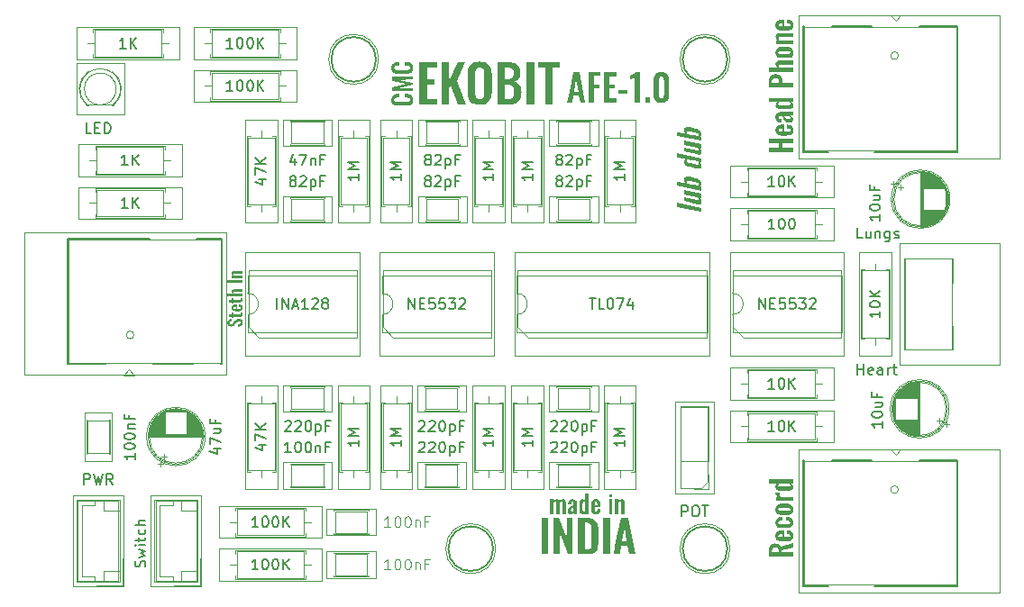
<source format=gto>
%TF.GenerationSoftware,KiCad,Pcbnew,8.0.2*%
%TF.CreationDate,2025-06-13T16:45:19+05:30*%
%TF.ProjectId,final schematics,66696e61-6c20-4736-9368-656d61746963,1.0*%
%TF.SameCoordinates,Original*%
%TF.FileFunction,Legend,Top*%
%TF.FilePolarity,Positive*%
%FSLAX46Y46*%
G04 Gerber Fmt 4.6, Leading zero omitted, Abs format (unit mm)*
G04 Created by KiCad (PCBNEW 8.0.2) date 2025-06-13 16:45:19*
%MOMM*%
%LPD*%
G01*
G04 APERTURE LIST*
%ADD10C,0.200000*%
%ADD11C,0.150000*%
%ADD12C,0.125000*%
%ADD13C,0.050000*%
%ADD14C,0.120000*%
%ADD15C,0.100000*%
G04 APERTURE END LIST*
D10*
G36*
X129652403Y-85228335D02*
G01*
X129652403Y-81259266D01*
X131318506Y-81259266D01*
X131318506Y-81768757D01*
X130377316Y-81768757D01*
X130377316Y-82910836D01*
X131117616Y-82910836D01*
X131117616Y-83415198D01*
X130377316Y-83415198D01*
X130377316Y-84728247D01*
X131327909Y-84728247D01*
X131327909Y-85228335D01*
X129652403Y-85228335D01*
G37*
G36*
X131748495Y-85228335D02*
G01*
X131748495Y-81259266D01*
X132473408Y-81259266D01*
X132473408Y-83004015D01*
X133257305Y-81259266D01*
X133948024Y-81259266D01*
X133188917Y-83033080D01*
X134026670Y-85228335D01*
X133306032Y-85228335D01*
X132640104Y-83420327D01*
X132473408Y-83723799D01*
X132473408Y-85228335D01*
X131748495Y-85228335D01*
G37*
G36*
X135509161Y-81222095D02*
G01*
X135692994Y-81248248D01*
X135872345Y-81300406D01*
X136007358Y-81366977D01*
X136148859Y-81475269D01*
X136263479Y-81609942D01*
X136351218Y-81770994D01*
X136365540Y-81806370D01*
X136418847Y-81976585D01*
X136454708Y-82165056D01*
X136471939Y-82347914D01*
X136475815Y-82494524D01*
X136475815Y-83983673D01*
X136468923Y-84175426D01*
X136448246Y-84354037D01*
X136408508Y-84539263D01*
X136365540Y-84671827D01*
X136283177Y-84841161D01*
X136173933Y-84984782D01*
X136037808Y-85102692D01*
X136007358Y-85123188D01*
X135853853Y-85200049D01*
X135671271Y-85251756D01*
X135484567Y-85276600D01*
X135329462Y-85282190D01*
X135153262Y-85274704D01*
X134971927Y-85247817D01*
X134793471Y-85194194D01*
X134657550Y-85125753D01*
X134515397Y-85014088D01*
X134400961Y-84875709D01*
X134314240Y-84710616D01*
X134300222Y-84674392D01*
X134248155Y-84500458D01*
X134216178Y-84331545D01*
X134197665Y-84149168D01*
X134192511Y-83978544D01*
X134192511Y-82494524D01*
X134198305Y-82327829D01*
X134922553Y-82327829D01*
X134922553Y-84155498D01*
X134930938Y-84329687D01*
X134949053Y-84454695D01*
X135015354Y-84615287D01*
X135064458Y-84670117D01*
X135227547Y-84740312D01*
X135329462Y-84747909D01*
X135503050Y-84723295D01*
X135596175Y-84670117D01*
X135689913Y-84527034D01*
X135710725Y-84454695D01*
X135735707Y-84282820D01*
X135740644Y-84155498D01*
X135740644Y-82327829D01*
X135731178Y-82151115D01*
X135710725Y-82028631D01*
X135639797Y-81867748D01*
X135596175Y-81820903D01*
X135433379Y-81752251D01*
X135329462Y-81744821D01*
X135154954Y-81771643D01*
X135069587Y-81820903D01*
X134970211Y-81965960D01*
X134951618Y-82028631D01*
X134927350Y-82198032D01*
X134922553Y-82327829D01*
X134198305Y-82327829D01*
X134199243Y-82300847D01*
X134219439Y-82121596D01*
X134258253Y-81937181D01*
X134300222Y-81806370D01*
X134381400Y-81640042D01*
X134490293Y-81500093D01*
X134626902Y-81386525D01*
X134657550Y-81366977D01*
X134811963Y-81293422D01*
X134993425Y-81243939D01*
X135177432Y-81220163D01*
X135329462Y-81214814D01*
X135509161Y-81222095D01*
G37*
G36*
X138158089Y-81265125D02*
G01*
X138336065Y-81284880D01*
X138459922Y-81308847D01*
X138623688Y-81359442D01*
X138777961Y-81438543D01*
X138827508Y-81472979D01*
X138956787Y-81598401D01*
X139048977Y-81748000D01*
X139065156Y-81784144D01*
X139119397Y-81960130D01*
X139143695Y-82135487D01*
X139148931Y-82278247D01*
X139137927Y-82462134D01*
X139101462Y-82634920D01*
X139082253Y-82690285D01*
X139001042Y-82843731D01*
X138889057Y-82962127D01*
X138735629Y-83050060D01*
X138570198Y-83097194D01*
X138747800Y-83142840D01*
X138909087Y-83224184D01*
X138959155Y-83261325D01*
X139079488Y-83385094D01*
X139169715Y-83537989D01*
X139189964Y-83587023D01*
X139239224Y-83763931D01*
X139261291Y-83935000D01*
X139266046Y-84071722D01*
X139259117Y-84243127D01*
X139235489Y-84416629D01*
X139195093Y-84574374D01*
X139126016Y-84739355D01*
X139026066Y-84889889D01*
X138983945Y-84936831D01*
X138848769Y-85049661D01*
X138687085Y-85135329D01*
X138636021Y-85154817D01*
X138470127Y-85199617D01*
X138300316Y-85222519D01*
X138148757Y-85228335D01*
X137007532Y-85228335D01*
X137007532Y-84718844D01*
X137732445Y-84718844D01*
X138006852Y-84718844D01*
X138191396Y-84703316D01*
X138358412Y-84643691D01*
X138452229Y-84559842D01*
X138528609Y-84401459D01*
X138562825Y-84222924D01*
X138570198Y-84067448D01*
X138560886Y-83887230D01*
X138527001Y-83716452D01*
X138513778Y-83677637D01*
X138420861Y-83526810D01*
X138327420Y-83454521D01*
X138165662Y-83397157D01*
X137982061Y-83381004D01*
X137732445Y-83381004D01*
X137732445Y-84718844D01*
X137007532Y-84718844D01*
X137007532Y-82880916D01*
X137732445Y-82880916D01*
X137977787Y-82880916D01*
X138158144Y-82867017D01*
X138310323Y-82817658D01*
X138438591Y-82697581D01*
X138474455Y-82621897D01*
X138512472Y-82451194D01*
X138521471Y-82288505D01*
X138505881Y-82111779D01*
X138450519Y-81962808D01*
X138326469Y-81843000D01*
X138236806Y-81805515D01*
X138063836Y-81772831D01*
X137888058Y-81763668D01*
X137874350Y-81763628D01*
X137732445Y-81763628D01*
X137732445Y-82880916D01*
X137007532Y-82880916D01*
X137007532Y-81259266D01*
X137982061Y-81259266D01*
X138158089Y-81265125D01*
G37*
G36*
X139755875Y-85228335D02*
G01*
X139755875Y-81259266D01*
X140470529Y-81259266D01*
X140470529Y-85228335D01*
X139755875Y-85228335D01*
G37*
G36*
X141480107Y-85228335D02*
G01*
X141480107Y-81793547D01*
X140848373Y-81793547D01*
X140848373Y-81259266D01*
X142827351Y-81259266D01*
X142827351Y-81793547D01*
X142205020Y-81793547D01*
X142205020Y-85228335D01*
X141480107Y-85228335D01*
G37*
D11*
X171277402Y-97808521D02*
X170801212Y-97808521D01*
X170801212Y-97808521D02*
X170801212Y-96808521D01*
X172039307Y-97141854D02*
X172039307Y-97808521D01*
X171610736Y-97141854D02*
X171610736Y-97665663D01*
X171610736Y-97665663D02*
X171658355Y-97760902D01*
X171658355Y-97760902D02*
X171753593Y-97808521D01*
X171753593Y-97808521D02*
X171896450Y-97808521D01*
X171896450Y-97808521D02*
X171991688Y-97760902D01*
X171991688Y-97760902D02*
X172039307Y-97713282D01*
X172515498Y-97141854D02*
X172515498Y-97808521D01*
X172515498Y-97237092D02*
X172563117Y-97189473D01*
X172563117Y-97189473D02*
X172658355Y-97141854D01*
X172658355Y-97141854D02*
X172801212Y-97141854D01*
X172801212Y-97141854D02*
X172896450Y-97189473D01*
X172896450Y-97189473D02*
X172944069Y-97284711D01*
X172944069Y-97284711D02*
X172944069Y-97808521D01*
X173848831Y-97141854D02*
X173848831Y-97951378D01*
X173848831Y-97951378D02*
X173801212Y-98046616D01*
X173801212Y-98046616D02*
X173753593Y-98094235D01*
X173753593Y-98094235D02*
X173658355Y-98141854D01*
X173658355Y-98141854D02*
X173515498Y-98141854D01*
X173515498Y-98141854D02*
X173420260Y-98094235D01*
X173848831Y-97760902D02*
X173753593Y-97808521D01*
X173753593Y-97808521D02*
X173563117Y-97808521D01*
X173563117Y-97808521D02*
X173467879Y-97760902D01*
X173467879Y-97760902D02*
X173420260Y-97713282D01*
X173420260Y-97713282D02*
X173372641Y-97618044D01*
X173372641Y-97618044D02*
X173372641Y-97332330D01*
X173372641Y-97332330D02*
X173420260Y-97237092D01*
X173420260Y-97237092D02*
X173467879Y-97189473D01*
X173467879Y-97189473D02*
X173563117Y-97141854D01*
X173563117Y-97141854D02*
X173753593Y-97141854D01*
X173753593Y-97141854D02*
X173848831Y-97189473D01*
X174277403Y-97760902D02*
X174372641Y-97808521D01*
X174372641Y-97808521D02*
X174563117Y-97808521D01*
X174563117Y-97808521D02*
X174658355Y-97760902D01*
X174658355Y-97760902D02*
X174705974Y-97665663D01*
X174705974Y-97665663D02*
X174705974Y-97618044D01*
X174705974Y-97618044D02*
X174658355Y-97522806D01*
X174658355Y-97522806D02*
X174563117Y-97475187D01*
X174563117Y-97475187D02*
X174420260Y-97475187D01*
X174420260Y-97475187D02*
X174325022Y-97427568D01*
X174325022Y-97427568D02*
X174277403Y-97332330D01*
X174277403Y-97332330D02*
X174277403Y-97284711D01*
X174277403Y-97284711D02*
X174325022Y-97189473D01*
X174325022Y-97189473D02*
X174420260Y-97141854D01*
X174420260Y-97141854D02*
X174563117Y-97141854D01*
X174563117Y-97141854D02*
X174658355Y-97189473D01*
D10*
G36*
X156160000Y-95332937D02*
G01*
X153891960Y-94861549D01*
X153891960Y-94492254D01*
X156160000Y-94963642D01*
X156160000Y-95332937D01*
G37*
G36*
X156185401Y-94402861D02*
G01*
X156166319Y-94502504D01*
X156136552Y-94545987D01*
X156048470Y-94597423D01*
X156004661Y-94606559D01*
X155903184Y-94608236D01*
X155829783Y-94597278D01*
X154541646Y-94329588D01*
X154541646Y-93956873D01*
X155759441Y-94210397D01*
X155859660Y-94214261D01*
X155873258Y-94210397D01*
X155913803Y-94132728D01*
X155891332Y-94044801D01*
X155843785Y-93958919D01*
X155838087Y-93950034D01*
X154541646Y-93680390D01*
X154541646Y-93308164D01*
X156160000Y-93644731D01*
X156160000Y-94016957D01*
X156006127Y-93985205D01*
X156065115Y-94064454D01*
X156118543Y-94153946D01*
X156135087Y-94186950D01*
X156169481Y-94280690D01*
X156184959Y-94382370D01*
X156185401Y-94402861D01*
G37*
G36*
X154973980Y-92037840D02*
G01*
X155056999Y-92051779D01*
X155605568Y-92165596D01*
X155702683Y-92189362D01*
X155803229Y-92222447D01*
X155897194Y-92262805D01*
X155988327Y-92315538D01*
X156064623Y-92377752D01*
X156107243Y-92424494D01*
X156157847Y-92509119D01*
X156182653Y-92605031D01*
X156185401Y-92653105D01*
X156170591Y-92750050D01*
X156143391Y-92808443D01*
X156083246Y-92887593D01*
X156039832Y-92929588D01*
X156160000Y-92954501D01*
X156160000Y-93326727D01*
X153891960Y-92855338D01*
X153891960Y-92483112D01*
X154664745Y-92643824D01*
X154604417Y-92559193D01*
X154574586Y-92503628D01*
X154771235Y-92503628D01*
X154792240Y-92593021D01*
X154838157Y-92679483D01*
X155860558Y-92892463D01*
X155902568Y-92822609D01*
X155919176Y-92740055D01*
X155883541Y-92647577D01*
X155878632Y-92642847D01*
X155794366Y-92590754D01*
X155769699Y-92581297D01*
X155674040Y-92552827D01*
X155619734Y-92540265D01*
X155039902Y-92419609D01*
X154943182Y-92404811D01*
X154904103Y-92402512D01*
X154807871Y-92422540D01*
X154771235Y-92503628D01*
X154574586Y-92503628D01*
X154557278Y-92471388D01*
X154525261Y-92375305D01*
X154516245Y-92288695D01*
X154530583Y-92189335D01*
X154567048Y-92124563D01*
X154646969Y-92064256D01*
X154699916Y-92045429D01*
X154801910Y-92029613D01*
X154876259Y-92029309D01*
X154973980Y-92037840D01*
G37*
G36*
X156160000Y-90301535D02*
G01*
X156160000Y-90674249D01*
X156045205Y-90650314D01*
X156106271Y-90732107D01*
X156147787Y-90805652D01*
X156179193Y-90899797D01*
X156185401Y-90964410D01*
X156171996Y-91070570D01*
X156126286Y-91160347D01*
X156048136Y-91221842D01*
X155946222Y-91251752D01*
X155841472Y-91257202D01*
X155732886Y-91248496D01*
X155627236Y-91231025D01*
X155608499Y-91227215D01*
X155112686Y-91124145D01*
X155010953Y-91099510D01*
X154915804Y-91068961D01*
X154818742Y-91028525D01*
X154810314Y-91024494D01*
X154724424Y-90975845D01*
X154645473Y-90913689D01*
X154596357Y-90860851D01*
X154544488Y-90773906D01*
X154519062Y-90673417D01*
X154516245Y-90622470D01*
X154528178Y-90536985D01*
X154776608Y-90536985D01*
X154811703Y-90630557D01*
X154850858Y-90663014D01*
X154938847Y-90705947D01*
X155031598Y-90732379D01*
X155636343Y-90857920D01*
X155735619Y-90874049D01*
X155781912Y-90877459D01*
X155879628Y-90859284D01*
X155884494Y-90856454D01*
X155922107Y-90772435D01*
X155907941Y-90701116D01*
X155868862Y-90613677D01*
X154829853Y-90397766D01*
X154792240Y-90460781D01*
X154776608Y-90536985D01*
X154528178Y-90536985D01*
X154529984Y-90524048D01*
X154551416Y-90472505D01*
X154609473Y-90390582D01*
X154642274Y-90358688D01*
X153891960Y-90202861D01*
X153891960Y-89830146D01*
X156160000Y-90301535D01*
G37*
G36*
X156185401Y-89742707D02*
G01*
X156166319Y-89842351D01*
X156136552Y-89885833D01*
X156048470Y-89937269D01*
X156004661Y-89946406D01*
X155903184Y-89948082D01*
X155829783Y-89937124D01*
X154541646Y-89669434D01*
X154541646Y-89296720D01*
X155759441Y-89550244D01*
X155859660Y-89554108D01*
X155873258Y-89550244D01*
X155913803Y-89472575D01*
X155891332Y-89384647D01*
X155843785Y-89298765D01*
X155838087Y-89289881D01*
X154541646Y-89020237D01*
X154541646Y-88648011D01*
X156160000Y-88984577D01*
X156160000Y-89356803D01*
X156006127Y-89325052D01*
X156065115Y-89404301D01*
X156118543Y-89493793D01*
X156135087Y-89526796D01*
X156169481Y-89620536D01*
X156184959Y-89722216D01*
X156185401Y-89742707D01*
G37*
G36*
X154973980Y-87377686D02*
G01*
X155056999Y-87391625D01*
X155605568Y-87505443D01*
X155702683Y-87529209D01*
X155803229Y-87562293D01*
X155897194Y-87602651D01*
X155988327Y-87655385D01*
X156064623Y-87717598D01*
X156107243Y-87764340D01*
X156157847Y-87848965D01*
X156182653Y-87944877D01*
X156185401Y-87992951D01*
X156170591Y-88089897D01*
X156143391Y-88148290D01*
X156083246Y-88227440D01*
X156039832Y-88269434D01*
X156160000Y-88294347D01*
X156160000Y-88666573D01*
X153891960Y-88195184D01*
X153891960Y-87822958D01*
X154664745Y-87983670D01*
X154604417Y-87899040D01*
X154574586Y-87843475D01*
X154771235Y-87843475D01*
X154792240Y-87932868D01*
X154838157Y-88019330D01*
X155860558Y-88232309D01*
X155902568Y-88162456D01*
X155919176Y-88079902D01*
X155883541Y-87987423D01*
X155878632Y-87982693D01*
X155794366Y-87930601D01*
X155769699Y-87921144D01*
X155674040Y-87892673D01*
X155619734Y-87880111D01*
X155039902Y-87759455D01*
X154943182Y-87744658D01*
X154904103Y-87742358D01*
X154807871Y-87762386D01*
X154771235Y-87843475D01*
X154574586Y-87843475D01*
X154557278Y-87811235D01*
X154525261Y-87715152D01*
X154516245Y-87628541D01*
X154530583Y-87529182D01*
X154567048Y-87464410D01*
X154646969Y-87404103D01*
X154699916Y-87385275D01*
X154801910Y-87369459D01*
X154876259Y-87369155D01*
X154973980Y-87377686D01*
G37*
D11*
X170836779Y-110630997D02*
X170836779Y-109630997D01*
X170836779Y-110107187D02*
X171408207Y-110107187D01*
X171408207Y-110630997D02*
X171408207Y-109630997D01*
X172265350Y-110583378D02*
X172170112Y-110630997D01*
X172170112Y-110630997D02*
X171979636Y-110630997D01*
X171979636Y-110630997D02*
X171884398Y-110583378D01*
X171884398Y-110583378D02*
X171836779Y-110488139D01*
X171836779Y-110488139D02*
X171836779Y-110107187D01*
X171836779Y-110107187D02*
X171884398Y-110011949D01*
X171884398Y-110011949D02*
X171979636Y-109964330D01*
X171979636Y-109964330D02*
X172170112Y-109964330D01*
X172170112Y-109964330D02*
X172265350Y-110011949D01*
X172265350Y-110011949D02*
X172312969Y-110107187D01*
X172312969Y-110107187D02*
X172312969Y-110202425D01*
X172312969Y-110202425D02*
X171836779Y-110297663D01*
X173170112Y-110630997D02*
X173170112Y-110107187D01*
X173170112Y-110107187D02*
X173122493Y-110011949D01*
X173122493Y-110011949D02*
X173027255Y-109964330D01*
X173027255Y-109964330D02*
X172836779Y-109964330D01*
X172836779Y-109964330D02*
X172741541Y-110011949D01*
X173170112Y-110583378D02*
X173074874Y-110630997D01*
X173074874Y-110630997D02*
X172836779Y-110630997D01*
X172836779Y-110630997D02*
X172741541Y-110583378D01*
X172741541Y-110583378D02*
X172693922Y-110488139D01*
X172693922Y-110488139D02*
X172693922Y-110392901D01*
X172693922Y-110392901D02*
X172741541Y-110297663D01*
X172741541Y-110297663D02*
X172836779Y-110250044D01*
X172836779Y-110250044D02*
X173074874Y-110250044D01*
X173074874Y-110250044D02*
X173170112Y-110202425D01*
X173646303Y-110630997D02*
X173646303Y-109964330D01*
X173646303Y-110154806D02*
X173693922Y-110059568D01*
X173693922Y-110059568D02*
X173741541Y-110011949D01*
X173741541Y-110011949D02*
X173836779Y-109964330D01*
X173836779Y-109964330D02*
X173932017Y-109964330D01*
X174122494Y-109964330D02*
X174503446Y-109964330D01*
X174265351Y-109630997D02*
X174265351Y-110488139D01*
X174265351Y-110488139D02*
X174312970Y-110583378D01*
X174312970Y-110583378D02*
X174408208Y-110630997D01*
X174408208Y-110630997D02*
X174503446Y-110630997D01*
D10*
G36*
X129082634Y-84786885D02*
G01*
X129078544Y-84877755D01*
X129063851Y-84970586D01*
X129034549Y-85060971D01*
X128997149Y-85128825D01*
X128937360Y-85198766D01*
X128865382Y-85254181D01*
X128781216Y-85295070D01*
X128762920Y-85301505D01*
X128675909Y-85325059D01*
X128581729Y-85340905D01*
X128491996Y-85348518D01*
X128420980Y-85350231D01*
X127713165Y-85350231D01*
X127626751Y-85347899D01*
X127534354Y-85339525D01*
X127448742Y-85325059D01*
X127360539Y-85301505D01*
X127281833Y-85267973D01*
X127207151Y-85216915D01*
X127145909Y-85151332D01*
X127130157Y-85128825D01*
X127090900Y-85051663D01*
X127064490Y-84959625D01*
X127051801Y-84865324D01*
X127048946Y-84786885D01*
X127052300Y-84701047D01*
X127064349Y-84613465D01*
X127088376Y-84528346D01*
X127119044Y-84464607D01*
X127174064Y-84392608D01*
X127243326Y-84336468D01*
X127318651Y-84299193D01*
X127403911Y-84273272D01*
X127497268Y-84256951D01*
X127588213Y-84250471D01*
X127619986Y-84250039D01*
X127786682Y-84250039D01*
X127786682Y-84597963D01*
X127615284Y-84597963D01*
X127526251Y-84600803D01*
X127463548Y-84606939D01*
X127379420Y-84634463D01*
X127354555Y-84653528D01*
X127317915Y-84731510D01*
X127313950Y-84784320D01*
X127326013Y-84869088D01*
X127356692Y-84920242D01*
X127433370Y-84966006D01*
X127471670Y-84975379D01*
X127558749Y-84985402D01*
X127634518Y-84987775D01*
X128497062Y-84987775D01*
X128584110Y-84984502D01*
X128670453Y-84971730D01*
X128674871Y-84970678D01*
X128754505Y-84933836D01*
X128780017Y-84908274D01*
X128812687Y-84825749D01*
X128815494Y-84784320D01*
X128801970Y-84699014D01*
X128772751Y-84655665D01*
X128696735Y-84615555D01*
X128659056Y-84607794D01*
X128573479Y-84599845D01*
X128499627Y-84597963D01*
X128320536Y-84597963D01*
X128320536Y-84250039D01*
X128479965Y-84250039D01*
X128565690Y-84252951D01*
X128656065Y-84263188D01*
X128740015Y-84280795D01*
X128792413Y-84296628D01*
X128871645Y-84332592D01*
X128945591Y-84387966D01*
X129005698Y-84459905D01*
X129046270Y-84541792D01*
X129069937Y-84631264D01*
X129080756Y-84723341D01*
X129082634Y-84786885D01*
G37*
G36*
X129055707Y-84004270D02*
G01*
X127071172Y-83970076D01*
X127071172Y-83595224D01*
X128445771Y-83313124D01*
X127071172Y-83019483D01*
X127071172Y-82656599D01*
X129055707Y-82619840D01*
X129055707Y-82889545D01*
X127676406Y-82919038D01*
X129055707Y-83200711D01*
X129055707Y-83418698D01*
X127671277Y-83705500D01*
X129055707Y-83732428D01*
X129055707Y-84004270D01*
G37*
G36*
X129082634Y-81793200D02*
G01*
X129078544Y-81884070D01*
X129063851Y-81976901D01*
X129034549Y-82067287D01*
X128997149Y-82135140D01*
X128937360Y-82205081D01*
X128865382Y-82260496D01*
X128781216Y-82301385D01*
X128762920Y-82307820D01*
X128675909Y-82331374D01*
X128581729Y-82347220D01*
X128491996Y-82354833D01*
X128420980Y-82356547D01*
X127713165Y-82356547D01*
X127626751Y-82354215D01*
X127534354Y-82345840D01*
X127448742Y-82331374D01*
X127360539Y-82307820D01*
X127281833Y-82274288D01*
X127207151Y-82223231D01*
X127145909Y-82157648D01*
X127130157Y-82135140D01*
X127090900Y-82057978D01*
X127064490Y-81965940D01*
X127051801Y-81871640D01*
X127048946Y-81793200D01*
X127052300Y-81707362D01*
X127064349Y-81619780D01*
X127088376Y-81534662D01*
X127119044Y-81470922D01*
X127174064Y-81398923D01*
X127243326Y-81342783D01*
X127318651Y-81305508D01*
X127403911Y-81279587D01*
X127497268Y-81263267D01*
X127588213Y-81256787D01*
X127619986Y-81256355D01*
X127786682Y-81256355D01*
X127786682Y-81604279D01*
X127615284Y-81604279D01*
X127526251Y-81607119D01*
X127463548Y-81613254D01*
X127379420Y-81640779D01*
X127354555Y-81659844D01*
X127317915Y-81737825D01*
X127313950Y-81790636D01*
X127326013Y-81875404D01*
X127356692Y-81926557D01*
X127433370Y-81972322D01*
X127471670Y-81981695D01*
X127558749Y-81991718D01*
X127634518Y-81994090D01*
X128497062Y-81994090D01*
X128584110Y-81990818D01*
X128670453Y-81978045D01*
X128674871Y-81976993D01*
X128754505Y-81940151D01*
X128780017Y-81914589D01*
X128812687Y-81832064D01*
X128815494Y-81790636D01*
X128801970Y-81705329D01*
X128772751Y-81661981D01*
X128696735Y-81621871D01*
X128659056Y-81614109D01*
X128573479Y-81606160D01*
X128499627Y-81604279D01*
X128320536Y-81604279D01*
X128320536Y-81256355D01*
X128479965Y-81256355D01*
X128565690Y-81259266D01*
X128656065Y-81269503D01*
X128740015Y-81287111D01*
X128792413Y-81302944D01*
X128871645Y-81338908D01*
X128945591Y-81394281D01*
X129005698Y-81466220D01*
X129046270Y-81548107D01*
X129069937Y-81637580D01*
X129080756Y-81729656D01*
X129082634Y-81793200D01*
G37*
G36*
X145256716Y-85045338D02*
G01*
X144777390Y-85045338D01*
X144665648Y-84390767D01*
X144172278Y-84390767D01*
X144056263Y-85045338D01*
X143570219Y-85045338D01*
X143766830Y-84061649D01*
X144224790Y-84061649D01*
X144609473Y-84061649D01*
X144417131Y-82871576D01*
X144224790Y-84061649D01*
X143766830Y-84061649D01*
X144136863Y-82210289D01*
X144690073Y-82210289D01*
X145256716Y-85045338D01*
G37*
G36*
X145540648Y-85045338D02*
G01*
X145540648Y-82210289D01*
X146705687Y-82210289D01*
X146705687Y-82567494D01*
X146058443Y-82567494D01*
X146058443Y-83393035D01*
X146587229Y-83393035D01*
X146587229Y-83753903D01*
X146058443Y-83753903D01*
X146058443Y-85045338D01*
X145540648Y-85045338D01*
G37*
G36*
X146984124Y-85045338D02*
G01*
X146984124Y-82210289D01*
X148174197Y-82210289D01*
X148174197Y-82574210D01*
X147501919Y-82574210D01*
X147501919Y-83389982D01*
X148030704Y-83389982D01*
X148030704Y-83750240D01*
X147501919Y-83750240D01*
X147501919Y-84688132D01*
X148180914Y-84688132D01*
X148180914Y-85045338D01*
X146984124Y-85045338D01*
G37*
G36*
X148393405Y-84184381D02*
G01*
X148393405Y-83858928D01*
X149240317Y-83858928D01*
X149240317Y-84184381D01*
X148393405Y-84184381D01*
G37*
G36*
X149895498Y-85045338D02*
G01*
X149895498Y-82745791D01*
X149813066Y-82777543D01*
X149691863Y-82814168D01*
X149678122Y-82817843D01*
X149558777Y-82850033D01*
X149543178Y-82854479D01*
X149457693Y-82882567D01*
X149457693Y-82521698D01*
X149575259Y-82474820D01*
X149579815Y-82472850D01*
X149695105Y-82420757D01*
X149735519Y-82401409D01*
X149843668Y-82341956D01*
X149889392Y-82312260D01*
X149985948Y-82233117D01*
X150007240Y-82210289D01*
X150378489Y-82210289D01*
X150378489Y-85045338D01*
X149895498Y-85045338D01*
G37*
G36*
X150866974Y-85045338D02*
G01*
X150866974Y-84566011D01*
X151329204Y-84566011D01*
X151329204Y-85045338D01*
X150866974Y-85045338D01*
G37*
G36*
X152518628Y-82182048D02*
G01*
X152642013Y-82205125D01*
X152761774Y-82250252D01*
X152814811Y-82280508D01*
X152916939Y-82362453D01*
X152999152Y-82463879D01*
X153056612Y-82572989D01*
X153098149Y-82695790D01*
X153122380Y-82816610D01*
X153134149Y-82947186D01*
X153135380Y-83008352D01*
X153135380Y-84264982D01*
X153128859Y-84396256D01*
X153109298Y-84518739D01*
X153072268Y-84644522D01*
X153052948Y-84691796D01*
X152993557Y-84799940D01*
X152910044Y-84900717D01*
X152807484Y-84982445D01*
X152697563Y-85037829D01*
X152570826Y-85072700D01*
X152442385Y-85086546D01*
X152396545Y-85087469D01*
X152263516Y-85079162D01*
X152131568Y-85050444D01*
X152016316Y-85001214D01*
X151984996Y-84982445D01*
X151882783Y-84900717D01*
X151799474Y-84799940D01*
X151740143Y-84691796D01*
X151696995Y-84570354D01*
X151669827Y-84438060D01*
X151659040Y-84309716D01*
X151658321Y-84264982D01*
X151658321Y-83015069D01*
X152148028Y-83015069D01*
X152148028Y-84257654D01*
X152157264Y-84384484D01*
X152167568Y-84443279D01*
X152209730Y-84560139D01*
X152239009Y-84604479D01*
X152347315Y-84666876D01*
X152396545Y-84671035D01*
X152519439Y-84639577D01*
X152557745Y-84604479D01*
X152614936Y-84494294D01*
X152627355Y-84443279D01*
X152642970Y-84320636D01*
X152645062Y-84257654D01*
X152645062Y-83015069D01*
X152638225Y-82887630D01*
X152629187Y-82821506D01*
X152590592Y-82702994D01*
X152561409Y-82658474D01*
X152455010Y-82597183D01*
X152396545Y-82591918D01*
X152275393Y-82620581D01*
X152232292Y-82658474D01*
X152175732Y-82769605D01*
X152163904Y-82821506D01*
X152149904Y-82948119D01*
X152148028Y-83015069D01*
X151658321Y-83015069D01*
X151658321Y-83008352D01*
X151664552Y-82873440D01*
X151683244Y-82748284D01*
X151718628Y-82620664D01*
X151737090Y-82572989D01*
X151794489Y-82463879D01*
X151876499Y-82362453D01*
X151978279Y-82280508D01*
X152089178Y-82225124D01*
X152218086Y-82190253D01*
X152349499Y-82176407D01*
X152396545Y-82175484D01*
X152518628Y-82182048D01*
G37*
G36*
X141166192Y-127519367D02*
G01*
X141166192Y-124117308D01*
X141778753Y-124117308D01*
X141778753Y-127519367D01*
X141166192Y-127519367D01*
G37*
G36*
X142304120Y-127519367D02*
G01*
X142304120Y-124117308D01*
X142736430Y-124117308D01*
X143563680Y-126057573D01*
X143563680Y-124117308D01*
X144076590Y-124117308D01*
X144076590Y-127519367D01*
X143664797Y-127519367D01*
X142833150Y-125486778D01*
X142833150Y-127519367D01*
X142304120Y-127519367D01*
G37*
G36*
X145544400Y-124121301D02*
G01*
X145702691Y-124136052D01*
X145862128Y-124166220D01*
X146014125Y-124217128D01*
X146043966Y-124230881D01*
X146176501Y-124313742D01*
X146282847Y-124420360D01*
X146363004Y-124550734D01*
X146375892Y-124579660D01*
X146423709Y-124721932D01*
X146455877Y-124884143D01*
X146471333Y-125045068D01*
X146474811Y-125176101D01*
X146474811Y-126418808D01*
X146470077Y-126574735D01*
X146453076Y-126738339D01*
X146423709Y-126886373D01*
X146375892Y-127034300D01*
X146301331Y-127175479D01*
X146201297Y-127292186D01*
X146075788Y-127384421D01*
X146047630Y-127399932D01*
X145905589Y-127457666D01*
X145756754Y-127493124D01*
X145609092Y-127511902D01*
X145445161Y-127519250D01*
X145420414Y-127519367D01*
X144593164Y-127519367D01*
X144593164Y-127087057D01*
X145214517Y-127087057D01*
X145403561Y-127087057D01*
X145557327Y-127074601D01*
X145697826Y-127020725D01*
X145709842Y-127011586D01*
X145797483Y-126889712D01*
X145823415Y-126791034D01*
X145838667Y-126640693D01*
X145844332Y-126487215D01*
X145844664Y-126435661D01*
X145844664Y-125133602D01*
X145839827Y-124979493D01*
X145820593Y-124826009D01*
X145815355Y-124801676D01*
X145749433Y-124665294D01*
X145692989Y-124617029D01*
X145553190Y-124569630D01*
X145394769Y-124558410D01*
X145214517Y-124558410D01*
X145214517Y-127087057D01*
X144593164Y-127087057D01*
X144593164Y-124117308D01*
X145394769Y-124117308D01*
X145544400Y-124121301D01*
G37*
G36*
X146948886Y-127519367D02*
G01*
X146948886Y-124117308D01*
X147561447Y-124117308D01*
X147561447Y-127519367D01*
X146948886Y-127519367D01*
G37*
G36*
X149938418Y-127519367D02*
G01*
X149363226Y-127519367D01*
X149229137Y-126733882D01*
X148637092Y-126733882D01*
X148497874Y-127519367D01*
X147914622Y-127519367D01*
X148150555Y-126338941D01*
X148700107Y-126338941D01*
X149161726Y-126338941D01*
X148930917Y-124910853D01*
X148700107Y-126338941D01*
X148150555Y-126338941D01*
X148594594Y-124117308D01*
X149258446Y-124117308D01*
X149938418Y-127519367D01*
G37*
G36*
X141969165Y-123740368D02*
G01*
X141969165Y-122364767D01*
X142280990Y-122364767D01*
X142280990Y-122483933D01*
X142345705Y-122425111D01*
X142419981Y-122379902D01*
X142435449Y-122373072D01*
X142519530Y-122347225D01*
X142604856Y-122338609D01*
X142689170Y-122351484D01*
X142746028Y-122379300D01*
X142804447Y-122439718D01*
X142835714Y-122507601D01*
X142895913Y-122446954D01*
X142964160Y-122397594D01*
X143002214Y-122378054D01*
X143085742Y-122349741D01*
X143171276Y-122338763D01*
X143182832Y-122338609D01*
X143268567Y-122353044D01*
X143313624Y-122375563D01*
X143375841Y-122435704D01*
X143404141Y-122485179D01*
X143429365Y-122566768D01*
X143437641Y-122653486D01*
X143437773Y-122667042D01*
X143437773Y-123740368D01*
X143128439Y-123740368D01*
X143128439Y-122695692D01*
X143116995Y-122613428D01*
X143101866Y-122587321D01*
X143028373Y-122557426D01*
X142946568Y-122577689D01*
X142943669Y-122579017D01*
X142873983Y-122624666D01*
X142859381Y-122638393D01*
X142859381Y-122651679D01*
X142859381Y-122667042D01*
X142859381Y-123740368D01*
X142552124Y-123740368D01*
X142552124Y-122695692D01*
X142540322Y-122613428D01*
X142524720Y-122587321D01*
X142449981Y-122557426D01*
X142369345Y-122577689D01*
X142366524Y-122579017D01*
X142296268Y-122624666D01*
X142280990Y-122638393D01*
X142280990Y-123740368D01*
X141969165Y-123740368D01*
G37*
G36*
X144165642Y-122348660D02*
G01*
X144249833Y-122368357D01*
X144327859Y-122407638D01*
X144382382Y-122457775D01*
X144428546Y-122528408D01*
X144459602Y-122611850D01*
X144474524Y-122696774D01*
X144477881Y-122767109D01*
X144477881Y-123402384D01*
X144479052Y-123487785D01*
X144481203Y-123540650D01*
X144487976Y-123626677D01*
X144490753Y-123652342D01*
X144500971Y-123735547D01*
X144501548Y-123740368D01*
X144208823Y-123740368D01*
X144196273Y-123657903D01*
X144192214Y-123631997D01*
X144178997Y-123548379D01*
X144178097Y-123542726D01*
X144143323Y-123622343D01*
X144091302Y-123690008D01*
X144087166Y-123694279D01*
X144014392Y-123742858D01*
X143927538Y-123761364D01*
X143906548Y-123761959D01*
X143820080Y-123749814D01*
X143745861Y-123713379D01*
X143682974Y-123653939D01*
X143642473Y-123589230D01*
X143614610Y-123507856D01*
X143606764Y-123433525D01*
X143611871Y-123357126D01*
X143911531Y-123357126D01*
X143923046Y-123439974D01*
X143941011Y-123477538D01*
X144012401Y-123520863D01*
X144025714Y-123521550D01*
X144082598Y-123506187D01*
X144130348Y-123469234D01*
X144163565Y-123431034D01*
X144163565Y-123047792D01*
X144089451Y-123092558D01*
X144062668Y-123110074D01*
X143995871Y-123164115D01*
X143982947Y-123177754D01*
X143935626Y-123246783D01*
X143930630Y-123257475D01*
X143911997Y-123339694D01*
X143911531Y-123357126D01*
X143611871Y-123357126D01*
X143612358Y-123349841D01*
X143633390Y-123263340D01*
X143654099Y-123216784D01*
X143701999Y-123145246D01*
X143762138Y-123084675D01*
X143781569Y-123069384D01*
X143854981Y-123020087D01*
X143929695Y-122979719D01*
X143960110Y-122965580D01*
X144041362Y-122931191D01*
X144124532Y-122899542D01*
X144163565Y-122885859D01*
X144163565Y-122767109D01*
X144158083Y-122682832D01*
X144155261Y-122667042D01*
X144123289Y-122605176D01*
X144054364Y-122583585D01*
X143986269Y-122602684D01*
X143950561Y-122656247D01*
X143940180Y-122735968D01*
X143935198Y-122819425D01*
X143625864Y-122807384D01*
X143632949Y-122722559D01*
X143650070Y-122634703D01*
X143681315Y-122548942D01*
X143731354Y-122471135D01*
X143744615Y-122456529D01*
X143815503Y-122401735D01*
X143894011Y-122368083D01*
X143987103Y-122348600D01*
X144080522Y-122343176D01*
X144165642Y-122348660D01*
G37*
G36*
X145593558Y-123740368D02*
G01*
X145269692Y-123740368D01*
X145269692Y-123642792D01*
X145206004Y-123697357D01*
X145153017Y-123729987D01*
X145072926Y-123757463D01*
X145022225Y-123761959D01*
X144936243Y-123752729D01*
X144855423Y-123720826D01*
X144790091Y-123666135D01*
X144773512Y-123645284D01*
X144732768Y-123568553D01*
X144707745Y-123481709D01*
X144694492Y-123391329D01*
X144689553Y-123303171D01*
X144689224Y-123271592D01*
X144689224Y-122850151D01*
X144691712Y-122781226D01*
X145015166Y-122781226D01*
X145015166Y-123295259D01*
X145019279Y-123379644D01*
X145024716Y-123418993D01*
X145055098Y-123497740D01*
X145061670Y-123506187D01*
X145141391Y-123538159D01*
X145200766Y-123526118D01*
X145269692Y-123492901D01*
X145269692Y-122609743D01*
X145207825Y-122577772D01*
X145138900Y-122564485D01*
X145061270Y-122597089D01*
X145042570Y-122627597D01*
X145019689Y-122712204D01*
X145015166Y-122781226D01*
X144691712Y-122781226D01*
X144692346Y-122763678D01*
X144702993Y-122675021D01*
X144721196Y-122593134D01*
X144750916Y-122514036D01*
X144795368Y-122443106D01*
X144824584Y-122411271D01*
X144896690Y-122364722D01*
X144980866Y-122344839D01*
X145017658Y-122343176D01*
X145101271Y-122353716D01*
X145154263Y-122373072D01*
X145228936Y-122417253D01*
X145269692Y-122450301D01*
X145269692Y-121812534D01*
X145593558Y-121812534D01*
X145593558Y-123740368D01*
G37*
G36*
X146340454Y-122348070D02*
G01*
X146423237Y-122364987D01*
X146503737Y-122401237D01*
X146509517Y-122405043D01*
X146575371Y-122464561D01*
X146620710Y-122535922D01*
X146640309Y-122584830D01*
X146662767Y-122671935D01*
X146675094Y-122761595D01*
X146679601Y-122850818D01*
X146679755Y-122871742D01*
X146679755Y-123066892D01*
X146132504Y-123066892D01*
X146132504Y-123338026D01*
X146139154Y-123421681D01*
X146145376Y-123447642D01*
X146186897Y-123509509D01*
X146256238Y-123528609D01*
X146325163Y-123508264D01*
X146362947Y-123448888D01*
X146374800Y-123364600D01*
X146374988Y-123350067D01*
X146374988Y-123235884D01*
X146677263Y-123235884D01*
X146677263Y-123328476D01*
X146672256Y-123415543D01*
X146654273Y-123503614D01*
X146618407Y-123588114D01*
X146572630Y-123650266D01*
X146505102Y-123704258D01*
X146420234Y-123740580D01*
X146330236Y-123758032D01*
X146253746Y-123761959D01*
X146162764Y-123756282D01*
X146075517Y-123736924D01*
X146001712Y-123703829D01*
X145935713Y-123652271D01*
X145884077Y-123585415D01*
X145857633Y-123532346D01*
X145831157Y-123448970D01*
X145816624Y-123363721D01*
X145811311Y-123279301D01*
X145811129Y-123259551D01*
X145811129Y-122845584D01*
X145812513Y-122812367D01*
X146132504Y-122812367D01*
X146132504Y-122907451D01*
X146374988Y-122907451D01*
X146374988Y-122776658D01*
X146369297Y-122691413D01*
X146362947Y-122661229D01*
X146325163Y-122596871D01*
X146251255Y-122576526D01*
X146182330Y-122598117D01*
X146144130Y-122669534D01*
X146133878Y-122753527D01*
X146132504Y-122812367D01*
X145812513Y-122812367D01*
X145814808Y-122757266D01*
X145827524Y-122668920D01*
X145852002Y-122583635D01*
X145857633Y-122569467D01*
X145899810Y-122493152D01*
X145956584Y-122432369D01*
X146002542Y-122400476D01*
X146084190Y-122365559D01*
X146172268Y-122347709D01*
X146253746Y-122343176D01*
X146340454Y-122348070D01*
G37*
G36*
X147486098Y-123740368D02*
G01*
X147486098Y-122364767D01*
X147809964Y-122364767D01*
X147809964Y-123740368D01*
X147486098Y-123740368D01*
G37*
G36*
X147486098Y-122145950D02*
G01*
X147486098Y-121876892D01*
X147809964Y-121876892D01*
X147809964Y-122145950D01*
X147486098Y-122145950D01*
G37*
G36*
X148066150Y-123740368D02*
G01*
X148066150Y-122364767D01*
X148390016Y-122364767D01*
X148390016Y-122502618D01*
X148455991Y-122445374D01*
X148525304Y-122398620D01*
X148545721Y-122387189D01*
X148625623Y-122355598D01*
X148711182Y-122343348D01*
X148723017Y-122343176D01*
X148807944Y-122356445D01*
X148858376Y-122385113D01*
X148912873Y-122451411D01*
X148932284Y-122495559D01*
X148951757Y-122576910D01*
X148956367Y-122645451D01*
X148956367Y-123740368D01*
X148632501Y-123740368D01*
X148632501Y-122709809D01*
X148618903Y-122625805D01*
X148613401Y-122614725D01*
X148539908Y-122581508D01*
X148466831Y-122600608D01*
X148394744Y-122644400D01*
X148390016Y-122647943D01*
X148390016Y-123740368D01*
X148066150Y-123740368D01*
G37*
D12*
X126952380Y-128956119D02*
X126380952Y-128956119D01*
X126666666Y-128956119D02*
X126666666Y-127956119D01*
X126666666Y-127956119D02*
X126571428Y-128098976D01*
X126571428Y-128098976D02*
X126476190Y-128194214D01*
X126476190Y-128194214D02*
X126380952Y-128241833D01*
X127571428Y-127956119D02*
X127666666Y-127956119D01*
X127666666Y-127956119D02*
X127761904Y-128003738D01*
X127761904Y-128003738D02*
X127809523Y-128051357D01*
X127809523Y-128051357D02*
X127857142Y-128146595D01*
X127857142Y-128146595D02*
X127904761Y-128337071D01*
X127904761Y-128337071D02*
X127904761Y-128575166D01*
X127904761Y-128575166D02*
X127857142Y-128765642D01*
X127857142Y-128765642D02*
X127809523Y-128860880D01*
X127809523Y-128860880D02*
X127761904Y-128908500D01*
X127761904Y-128908500D02*
X127666666Y-128956119D01*
X127666666Y-128956119D02*
X127571428Y-128956119D01*
X127571428Y-128956119D02*
X127476190Y-128908500D01*
X127476190Y-128908500D02*
X127428571Y-128860880D01*
X127428571Y-128860880D02*
X127380952Y-128765642D01*
X127380952Y-128765642D02*
X127333333Y-128575166D01*
X127333333Y-128575166D02*
X127333333Y-128337071D01*
X127333333Y-128337071D02*
X127380952Y-128146595D01*
X127380952Y-128146595D02*
X127428571Y-128051357D01*
X127428571Y-128051357D02*
X127476190Y-128003738D01*
X127476190Y-128003738D02*
X127571428Y-127956119D01*
X128523809Y-127956119D02*
X128619047Y-127956119D01*
X128619047Y-127956119D02*
X128714285Y-128003738D01*
X128714285Y-128003738D02*
X128761904Y-128051357D01*
X128761904Y-128051357D02*
X128809523Y-128146595D01*
X128809523Y-128146595D02*
X128857142Y-128337071D01*
X128857142Y-128337071D02*
X128857142Y-128575166D01*
X128857142Y-128575166D02*
X128809523Y-128765642D01*
X128809523Y-128765642D02*
X128761904Y-128860880D01*
X128761904Y-128860880D02*
X128714285Y-128908500D01*
X128714285Y-128908500D02*
X128619047Y-128956119D01*
X128619047Y-128956119D02*
X128523809Y-128956119D01*
X128523809Y-128956119D02*
X128428571Y-128908500D01*
X128428571Y-128908500D02*
X128380952Y-128860880D01*
X128380952Y-128860880D02*
X128333333Y-128765642D01*
X128333333Y-128765642D02*
X128285714Y-128575166D01*
X128285714Y-128575166D02*
X128285714Y-128337071D01*
X128285714Y-128337071D02*
X128333333Y-128146595D01*
X128333333Y-128146595D02*
X128380952Y-128051357D01*
X128380952Y-128051357D02*
X128428571Y-128003738D01*
X128428571Y-128003738D02*
X128523809Y-127956119D01*
X129285714Y-128289452D02*
X129285714Y-128956119D01*
X129285714Y-128384690D02*
X129333333Y-128337071D01*
X129333333Y-128337071D02*
X129428571Y-128289452D01*
X129428571Y-128289452D02*
X129571428Y-128289452D01*
X129571428Y-128289452D02*
X129666666Y-128337071D01*
X129666666Y-128337071D02*
X129714285Y-128432309D01*
X129714285Y-128432309D02*
X129714285Y-128956119D01*
X130523809Y-128432309D02*
X130190476Y-128432309D01*
X130190476Y-128956119D02*
X130190476Y-127956119D01*
X130190476Y-127956119D02*
X130666666Y-127956119D01*
D11*
X163019523Y-115954819D02*
X162448095Y-115954819D01*
X162733809Y-115954819D02*
X162733809Y-114954819D01*
X162733809Y-114954819D02*
X162638571Y-115097676D01*
X162638571Y-115097676D02*
X162543333Y-115192914D01*
X162543333Y-115192914D02*
X162448095Y-115240533D01*
X163638571Y-114954819D02*
X163733809Y-114954819D01*
X163733809Y-114954819D02*
X163829047Y-115002438D01*
X163829047Y-115002438D02*
X163876666Y-115050057D01*
X163876666Y-115050057D02*
X163924285Y-115145295D01*
X163924285Y-115145295D02*
X163971904Y-115335771D01*
X163971904Y-115335771D02*
X163971904Y-115573866D01*
X163971904Y-115573866D02*
X163924285Y-115764342D01*
X163924285Y-115764342D02*
X163876666Y-115859580D01*
X163876666Y-115859580D02*
X163829047Y-115907200D01*
X163829047Y-115907200D02*
X163733809Y-115954819D01*
X163733809Y-115954819D02*
X163638571Y-115954819D01*
X163638571Y-115954819D02*
X163543333Y-115907200D01*
X163543333Y-115907200D02*
X163495714Y-115859580D01*
X163495714Y-115859580D02*
X163448095Y-115764342D01*
X163448095Y-115764342D02*
X163400476Y-115573866D01*
X163400476Y-115573866D02*
X163400476Y-115335771D01*
X163400476Y-115335771D02*
X163448095Y-115145295D01*
X163448095Y-115145295D02*
X163495714Y-115050057D01*
X163495714Y-115050057D02*
X163543333Y-115002438D01*
X163543333Y-115002438D02*
X163638571Y-114954819D01*
X164400476Y-115954819D02*
X164400476Y-114954819D01*
X164971904Y-115954819D02*
X164543333Y-115383390D01*
X164971904Y-114954819D02*
X164400476Y-115526247D01*
X103907200Y-128714285D02*
X103954819Y-128571428D01*
X103954819Y-128571428D02*
X103954819Y-128333333D01*
X103954819Y-128333333D02*
X103907200Y-128238095D01*
X103907200Y-128238095D02*
X103859580Y-128190476D01*
X103859580Y-128190476D02*
X103764342Y-128142857D01*
X103764342Y-128142857D02*
X103669104Y-128142857D01*
X103669104Y-128142857D02*
X103573866Y-128190476D01*
X103573866Y-128190476D02*
X103526247Y-128238095D01*
X103526247Y-128238095D02*
X103478628Y-128333333D01*
X103478628Y-128333333D02*
X103431009Y-128523809D01*
X103431009Y-128523809D02*
X103383390Y-128619047D01*
X103383390Y-128619047D02*
X103335771Y-128666666D01*
X103335771Y-128666666D02*
X103240533Y-128714285D01*
X103240533Y-128714285D02*
X103145295Y-128714285D01*
X103145295Y-128714285D02*
X103050057Y-128666666D01*
X103050057Y-128666666D02*
X103002438Y-128619047D01*
X103002438Y-128619047D02*
X102954819Y-128523809D01*
X102954819Y-128523809D02*
X102954819Y-128285714D01*
X102954819Y-128285714D02*
X103002438Y-128142857D01*
X103288152Y-127809523D02*
X103954819Y-127619047D01*
X103954819Y-127619047D02*
X103478628Y-127428571D01*
X103478628Y-127428571D02*
X103954819Y-127238095D01*
X103954819Y-127238095D02*
X103288152Y-127047619D01*
X103954819Y-126666666D02*
X103288152Y-126666666D01*
X102954819Y-126666666D02*
X103002438Y-126714285D01*
X103002438Y-126714285D02*
X103050057Y-126666666D01*
X103050057Y-126666666D02*
X103002438Y-126619047D01*
X103002438Y-126619047D02*
X102954819Y-126666666D01*
X102954819Y-126666666D02*
X103050057Y-126666666D01*
X103288152Y-126333333D02*
X103288152Y-125952381D01*
X102954819Y-126190476D02*
X103811961Y-126190476D01*
X103811961Y-126190476D02*
X103907200Y-126142857D01*
X103907200Y-126142857D02*
X103954819Y-126047619D01*
X103954819Y-126047619D02*
X103954819Y-125952381D01*
X103907200Y-125190476D02*
X103954819Y-125285714D01*
X103954819Y-125285714D02*
X103954819Y-125476190D01*
X103954819Y-125476190D02*
X103907200Y-125571428D01*
X103907200Y-125571428D02*
X103859580Y-125619047D01*
X103859580Y-125619047D02*
X103764342Y-125666666D01*
X103764342Y-125666666D02*
X103478628Y-125666666D01*
X103478628Y-125666666D02*
X103383390Y-125619047D01*
X103383390Y-125619047D02*
X103335771Y-125571428D01*
X103335771Y-125571428D02*
X103288152Y-125476190D01*
X103288152Y-125476190D02*
X103288152Y-125285714D01*
X103288152Y-125285714D02*
X103335771Y-125190476D01*
X103954819Y-124761904D02*
X102954819Y-124761904D01*
X103954819Y-124333333D02*
X103431009Y-124333333D01*
X103431009Y-124333333D02*
X103335771Y-124380952D01*
X103335771Y-124380952D02*
X103288152Y-124476190D01*
X103288152Y-124476190D02*
X103288152Y-124619047D01*
X103288152Y-124619047D02*
X103335771Y-124714285D01*
X103335771Y-124714285D02*
X103383390Y-124761904D01*
X128667143Y-104454819D02*
X128667143Y-103454819D01*
X128667143Y-103454819D02*
X129238571Y-104454819D01*
X129238571Y-104454819D02*
X129238571Y-103454819D01*
X129714762Y-103931009D02*
X130048095Y-103931009D01*
X130190952Y-104454819D02*
X129714762Y-104454819D01*
X129714762Y-104454819D02*
X129714762Y-103454819D01*
X129714762Y-103454819D02*
X130190952Y-103454819D01*
X131095714Y-103454819D02*
X130619524Y-103454819D01*
X130619524Y-103454819D02*
X130571905Y-103931009D01*
X130571905Y-103931009D02*
X130619524Y-103883390D01*
X130619524Y-103883390D02*
X130714762Y-103835771D01*
X130714762Y-103835771D02*
X130952857Y-103835771D01*
X130952857Y-103835771D02*
X131048095Y-103883390D01*
X131048095Y-103883390D02*
X131095714Y-103931009D01*
X131095714Y-103931009D02*
X131143333Y-104026247D01*
X131143333Y-104026247D02*
X131143333Y-104264342D01*
X131143333Y-104264342D02*
X131095714Y-104359580D01*
X131095714Y-104359580D02*
X131048095Y-104407200D01*
X131048095Y-104407200D02*
X130952857Y-104454819D01*
X130952857Y-104454819D02*
X130714762Y-104454819D01*
X130714762Y-104454819D02*
X130619524Y-104407200D01*
X130619524Y-104407200D02*
X130571905Y-104359580D01*
X132048095Y-103454819D02*
X131571905Y-103454819D01*
X131571905Y-103454819D02*
X131524286Y-103931009D01*
X131524286Y-103931009D02*
X131571905Y-103883390D01*
X131571905Y-103883390D02*
X131667143Y-103835771D01*
X131667143Y-103835771D02*
X131905238Y-103835771D01*
X131905238Y-103835771D02*
X132000476Y-103883390D01*
X132000476Y-103883390D02*
X132048095Y-103931009D01*
X132048095Y-103931009D02*
X132095714Y-104026247D01*
X132095714Y-104026247D02*
X132095714Y-104264342D01*
X132095714Y-104264342D02*
X132048095Y-104359580D01*
X132048095Y-104359580D02*
X132000476Y-104407200D01*
X132000476Y-104407200D02*
X131905238Y-104454819D01*
X131905238Y-104454819D02*
X131667143Y-104454819D01*
X131667143Y-104454819D02*
X131571905Y-104407200D01*
X131571905Y-104407200D02*
X131524286Y-104359580D01*
X132429048Y-103454819D02*
X133048095Y-103454819D01*
X133048095Y-103454819D02*
X132714762Y-103835771D01*
X132714762Y-103835771D02*
X132857619Y-103835771D01*
X132857619Y-103835771D02*
X132952857Y-103883390D01*
X132952857Y-103883390D02*
X133000476Y-103931009D01*
X133000476Y-103931009D02*
X133048095Y-104026247D01*
X133048095Y-104026247D02*
X133048095Y-104264342D01*
X133048095Y-104264342D02*
X133000476Y-104359580D01*
X133000476Y-104359580D02*
X132952857Y-104407200D01*
X132952857Y-104407200D02*
X132857619Y-104454819D01*
X132857619Y-104454819D02*
X132571905Y-104454819D01*
X132571905Y-104454819D02*
X132476667Y-104407200D01*
X132476667Y-104407200D02*
X132429048Y-104359580D01*
X133429048Y-103550057D02*
X133476667Y-103502438D01*
X133476667Y-103502438D02*
X133571905Y-103454819D01*
X133571905Y-103454819D02*
X133810000Y-103454819D01*
X133810000Y-103454819D02*
X133905238Y-103502438D01*
X133905238Y-103502438D02*
X133952857Y-103550057D01*
X133952857Y-103550057D02*
X134000476Y-103645295D01*
X134000476Y-103645295D02*
X134000476Y-103740533D01*
X134000476Y-103740533D02*
X133952857Y-103883390D01*
X133952857Y-103883390D02*
X133381429Y-104454819D01*
X133381429Y-104454819D02*
X134000476Y-104454819D01*
X130382619Y-90383390D02*
X130287381Y-90335771D01*
X130287381Y-90335771D02*
X130239762Y-90288152D01*
X130239762Y-90288152D02*
X130192143Y-90192914D01*
X130192143Y-90192914D02*
X130192143Y-90145295D01*
X130192143Y-90145295D02*
X130239762Y-90050057D01*
X130239762Y-90050057D02*
X130287381Y-90002438D01*
X130287381Y-90002438D02*
X130382619Y-89954819D01*
X130382619Y-89954819D02*
X130573095Y-89954819D01*
X130573095Y-89954819D02*
X130668333Y-90002438D01*
X130668333Y-90002438D02*
X130715952Y-90050057D01*
X130715952Y-90050057D02*
X130763571Y-90145295D01*
X130763571Y-90145295D02*
X130763571Y-90192914D01*
X130763571Y-90192914D02*
X130715952Y-90288152D01*
X130715952Y-90288152D02*
X130668333Y-90335771D01*
X130668333Y-90335771D02*
X130573095Y-90383390D01*
X130573095Y-90383390D02*
X130382619Y-90383390D01*
X130382619Y-90383390D02*
X130287381Y-90431009D01*
X130287381Y-90431009D02*
X130239762Y-90478628D01*
X130239762Y-90478628D02*
X130192143Y-90573866D01*
X130192143Y-90573866D02*
X130192143Y-90764342D01*
X130192143Y-90764342D02*
X130239762Y-90859580D01*
X130239762Y-90859580D02*
X130287381Y-90907200D01*
X130287381Y-90907200D02*
X130382619Y-90954819D01*
X130382619Y-90954819D02*
X130573095Y-90954819D01*
X130573095Y-90954819D02*
X130668333Y-90907200D01*
X130668333Y-90907200D02*
X130715952Y-90859580D01*
X130715952Y-90859580D02*
X130763571Y-90764342D01*
X130763571Y-90764342D02*
X130763571Y-90573866D01*
X130763571Y-90573866D02*
X130715952Y-90478628D01*
X130715952Y-90478628D02*
X130668333Y-90431009D01*
X130668333Y-90431009D02*
X130573095Y-90383390D01*
X131144524Y-90050057D02*
X131192143Y-90002438D01*
X131192143Y-90002438D02*
X131287381Y-89954819D01*
X131287381Y-89954819D02*
X131525476Y-89954819D01*
X131525476Y-89954819D02*
X131620714Y-90002438D01*
X131620714Y-90002438D02*
X131668333Y-90050057D01*
X131668333Y-90050057D02*
X131715952Y-90145295D01*
X131715952Y-90145295D02*
X131715952Y-90240533D01*
X131715952Y-90240533D02*
X131668333Y-90383390D01*
X131668333Y-90383390D02*
X131096905Y-90954819D01*
X131096905Y-90954819D02*
X131715952Y-90954819D01*
X132144524Y-90288152D02*
X132144524Y-91288152D01*
X132144524Y-90335771D02*
X132239762Y-90288152D01*
X132239762Y-90288152D02*
X132430238Y-90288152D01*
X132430238Y-90288152D02*
X132525476Y-90335771D01*
X132525476Y-90335771D02*
X132573095Y-90383390D01*
X132573095Y-90383390D02*
X132620714Y-90478628D01*
X132620714Y-90478628D02*
X132620714Y-90764342D01*
X132620714Y-90764342D02*
X132573095Y-90859580D01*
X132573095Y-90859580D02*
X132525476Y-90907200D01*
X132525476Y-90907200D02*
X132430238Y-90954819D01*
X132430238Y-90954819D02*
X132239762Y-90954819D01*
X132239762Y-90954819D02*
X132144524Y-90907200D01*
X133382619Y-90431009D02*
X133049286Y-90431009D01*
X133049286Y-90954819D02*
X133049286Y-89954819D01*
X133049286Y-89954819D02*
X133525476Y-89954819D01*
X102285714Y-90954819D02*
X101714286Y-90954819D01*
X102000000Y-90954819D02*
X102000000Y-89954819D01*
X102000000Y-89954819D02*
X101904762Y-90097676D01*
X101904762Y-90097676D02*
X101809524Y-90192914D01*
X101809524Y-90192914D02*
X101714286Y-90240533D01*
X102714286Y-90954819D02*
X102714286Y-89954819D01*
X103285714Y-90954819D02*
X102857143Y-90383390D01*
X103285714Y-89954819D02*
X102714286Y-90526247D01*
X114523333Y-128954819D02*
X113951905Y-128954819D01*
X114237619Y-128954819D02*
X114237619Y-127954819D01*
X114237619Y-127954819D02*
X114142381Y-128097676D01*
X114142381Y-128097676D02*
X114047143Y-128192914D01*
X114047143Y-128192914D02*
X113951905Y-128240533D01*
X115142381Y-127954819D02*
X115237619Y-127954819D01*
X115237619Y-127954819D02*
X115332857Y-128002438D01*
X115332857Y-128002438D02*
X115380476Y-128050057D01*
X115380476Y-128050057D02*
X115428095Y-128145295D01*
X115428095Y-128145295D02*
X115475714Y-128335771D01*
X115475714Y-128335771D02*
X115475714Y-128573866D01*
X115475714Y-128573866D02*
X115428095Y-128764342D01*
X115428095Y-128764342D02*
X115380476Y-128859580D01*
X115380476Y-128859580D02*
X115332857Y-128907200D01*
X115332857Y-128907200D02*
X115237619Y-128954819D01*
X115237619Y-128954819D02*
X115142381Y-128954819D01*
X115142381Y-128954819D02*
X115047143Y-128907200D01*
X115047143Y-128907200D02*
X114999524Y-128859580D01*
X114999524Y-128859580D02*
X114951905Y-128764342D01*
X114951905Y-128764342D02*
X114904286Y-128573866D01*
X114904286Y-128573866D02*
X114904286Y-128335771D01*
X114904286Y-128335771D02*
X114951905Y-128145295D01*
X114951905Y-128145295D02*
X114999524Y-128050057D01*
X114999524Y-128050057D02*
X115047143Y-128002438D01*
X115047143Y-128002438D02*
X115142381Y-127954819D01*
X116094762Y-127954819D02*
X116190000Y-127954819D01*
X116190000Y-127954819D02*
X116285238Y-128002438D01*
X116285238Y-128002438D02*
X116332857Y-128050057D01*
X116332857Y-128050057D02*
X116380476Y-128145295D01*
X116380476Y-128145295D02*
X116428095Y-128335771D01*
X116428095Y-128335771D02*
X116428095Y-128573866D01*
X116428095Y-128573866D02*
X116380476Y-128764342D01*
X116380476Y-128764342D02*
X116332857Y-128859580D01*
X116332857Y-128859580D02*
X116285238Y-128907200D01*
X116285238Y-128907200D02*
X116190000Y-128954819D01*
X116190000Y-128954819D02*
X116094762Y-128954819D01*
X116094762Y-128954819D02*
X115999524Y-128907200D01*
X115999524Y-128907200D02*
X115951905Y-128859580D01*
X115951905Y-128859580D02*
X115904286Y-128764342D01*
X115904286Y-128764342D02*
X115856667Y-128573866D01*
X115856667Y-128573866D02*
X115856667Y-128335771D01*
X115856667Y-128335771D02*
X115904286Y-128145295D01*
X115904286Y-128145295D02*
X115951905Y-128050057D01*
X115951905Y-128050057D02*
X115999524Y-128002438D01*
X115999524Y-128002438D02*
X116094762Y-127954819D01*
X116856667Y-128954819D02*
X116856667Y-127954819D01*
X117428095Y-128954819D02*
X116999524Y-128383390D01*
X117428095Y-127954819D02*
X116856667Y-128526247D01*
X114618152Y-92285714D02*
X115284819Y-92285714D01*
X114237200Y-92523809D02*
X114951485Y-92761904D01*
X114951485Y-92761904D02*
X114951485Y-92142857D01*
X114284819Y-91857142D02*
X114284819Y-91190476D01*
X114284819Y-91190476D02*
X115284819Y-91619047D01*
X115284819Y-90809523D02*
X114284819Y-90809523D01*
X115284819Y-90238095D02*
X114713390Y-90666666D01*
X114284819Y-90238095D02*
X114856247Y-90809523D01*
X127954819Y-91785714D02*
X127954819Y-92357142D01*
X127954819Y-92071428D02*
X126954819Y-92071428D01*
X126954819Y-92071428D02*
X127097676Y-92166666D01*
X127097676Y-92166666D02*
X127192914Y-92261904D01*
X127192914Y-92261904D02*
X127240533Y-92357142D01*
X127954819Y-91357142D02*
X126954819Y-91357142D01*
X126954819Y-91357142D02*
X127669104Y-91023809D01*
X127669104Y-91023809D02*
X126954819Y-90690476D01*
X126954819Y-90690476D02*
X127954819Y-90690476D01*
X102285714Y-94954819D02*
X101714286Y-94954819D01*
X102000000Y-94954819D02*
X102000000Y-93954819D01*
X102000000Y-93954819D02*
X101904762Y-94097676D01*
X101904762Y-94097676D02*
X101809524Y-94192914D01*
X101809524Y-94192914D02*
X101714286Y-94240533D01*
X102714286Y-94954819D02*
X102714286Y-93954819D01*
X103285714Y-94954819D02*
X102857143Y-94383390D01*
X103285714Y-93954819D02*
X102714286Y-94526247D01*
X140284819Y-91785714D02*
X140284819Y-92357142D01*
X140284819Y-92071428D02*
X139284819Y-92071428D01*
X139284819Y-92071428D02*
X139427676Y-92166666D01*
X139427676Y-92166666D02*
X139522914Y-92261904D01*
X139522914Y-92261904D02*
X139570533Y-92357142D01*
X140284819Y-91357142D02*
X139284819Y-91357142D01*
X139284819Y-91357142D02*
X139999104Y-91023809D01*
X139999104Y-91023809D02*
X139284819Y-90690476D01*
X139284819Y-90690476D02*
X140284819Y-90690476D01*
X123954819Y-116785714D02*
X123954819Y-117357142D01*
X123954819Y-117071428D02*
X122954819Y-117071428D01*
X122954819Y-117071428D02*
X123097676Y-117166666D01*
X123097676Y-117166666D02*
X123192914Y-117261904D01*
X123192914Y-117261904D02*
X123240533Y-117357142D01*
X123954819Y-116357142D02*
X122954819Y-116357142D01*
X122954819Y-116357142D02*
X123669104Y-116023809D01*
X123669104Y-116023809D02*
X122954819Y-115690476D01*
X122954819Y-115690476D02*
X123954819Y-115690476D01*
X148954819Y-91785714D02*
X148954819Y-92357142D01*
X148954819Y-92071428D02*
X147954819Y-92071428D01*
X147954819Y-92071428D02*
X148097676Y-92166666D01*
X148097676Y-92166666D02*
X148192914Y-92261904D01*
X148192914Y-92261904D02*
X148240533Y-92357142D01*
X148954819Y-91357142D02*
X147954819Y-91357142D01*
X147954819Y-91357142D02*
X148669104Y-91023809D01*
X148669104Y-91023809D02*
X147954819Y-90690476D01*
X147954819Y-90690476D02*
X148954819Y-90690476D01*
X112143333Y-83954819D02*
X111571905Y-83954819D01*
X111857619Y-83954819D02*
X111857619Y-82954819D01*
X111857619Y-82954819D02*
X111762381Y-83097676D01*
X111762381Y-83097676D02*
X111667143Y-83192914D01*
X111667143Y-83192914D02*
X111571905Y-83240533D01*
X112762381Y-82954819D02*
X112857619Y-82954819D01*
X112857619Y-82954819D02*
X112952857Y-83002438D01*
X112952857Y-83002438D02*
X113000476Y-83050057D01*
X113000476Y-83050057D02*
X113048095Y-83145295D01*
X113048095Y-83145295D02*
X113095714Y-83335771D01*
X113095714Y-83335771D02*
X113095714Y-83573866D01*
X113095714Y-83573866D02*
X113048095Y-83764342D01*
X113048095Y-83764342D02*
X113000476Y-83859580D01*
X113000476Y-83859580D02*
X112952857Y-83907200D01*
X112952857Y-83907200D02*
X112857619Y-83954819D01*
X112857619Y-83954819D02*
X112762381Y-83954819D01*
X112762381Y-83954819D02*
X112667143Y-83907200D01*
X112667143Y-83907200D02*
X112619524Y-83859580D01*
X112619524Y-83859580D02*
X112571905Y-83764342D01*
X112571905Y-83764342D02*
X112524286Y-83573866D01*
X112524286Y-83573866D02*
X112524286Y-83335771D01*
X112524286Y-83335771D02*
X112571905Y-83145295D01*
X112571905Y-83145295D02*
X112619524Y-83050057D01*
X112619524Y-83050057D02*
X112667143Y-83002438D01*
X112667143Y-83002438D02*
X112762381Y-82954819D01*
X113714762Y-82954819D02*
X113810000Y-82954819D01*
X113810000Y-82954819D02*
X113905238Y-83002438D01*
X113905238Y-83002438D02*
X113952857Y-83050057D01*
X113952857Y-83050057D02*
X114000476Y-83145295D01*
X114000476Y-83145295D02*
X114048095Y-83335771D01*
X114048095Y-83335771D02*
X114048095Y-83573866D01*
X114048095Y-83573866D02*
X114000476Y-83764342D01*
X114000476Y-83764342D02*
X113952857Y-83859580D01*
X113952857Y-83859580D02*
X113905238Y-83907200D01*
X113905238Y-83907200D02*
X113810000Y-83954819D01*
X113810000Y-83954819D02*
X113714762Y-83954819D01*
X113714762Y-83954819D02*
X113619524Y-83907200D01*
X113619524Y-83907200D02*
X113571905Y-83859580D01*
X113571905Y-83859580D02*
X113524286Y-83764342D01*
X113524286Y-83764342D02*
X113476667Y-83573866D01*
X113476667Y-83573866D02*
X113476667Y-83335771D01*
X113476667Y-83335771D02*
X113524286Y-83145295D01*
X113524286Y-83145295D02*
X113571905Y-83050057D01*
X113571905Y-83050057D02*
X113619524Y-83002438D01*
X113619524Y-83002438D02*
X113714762Y-82954819D01*
X114476667Y-83954819D02*
X114476667Y-82954819D01*
X115048095Y-83954819D02*
X114619524Y-83383390D01*
X115048095Y-82954819D02*
X114476667Y-83526247D01*
X117712619Y-92383390D02*
X117617381Y-92335771D01*
X117617381Y-92335771D02*
X117569762Y-92288152D01*
X117569762Y-92288152D02*
X117522143Y-92192914D01*
X117522143Y-92192914D02*
X117522143Y-92145295D01*
X117522143Y-92145295D02*
X117569762Y-92050057D01*
X117569762Y-92050057D02*
X117617381Y-92002438D01*
X117617381Y-92002438D02*
X117712619Y-91954819D01*
X117712619Y-91954819D02*
X117903095Y-91954819D01*
X117903095Y-91954819D02*
X117998333Y-92002438D01*
X117998333Y-92002438D02*
X118045952Y-92050057D01*
X118045952Y-92050057D02*
X118093571Y-92145295D01*
X118093571Y-92145295D02*
X118093571Y-92192914D01*
X118093571Y-92192914D02*
X118045952Y-92288152D01*
X118045952Y-92288152D02*
X117998333Y-92335771D01*
X117998333Y-92335771D02*
X117903095Y-92383390D01*
X117903095Y-92383390D02*
X117712619Y-92383390D01*
X117712619Y-92383390D02*
X117617381Y-92431009D01*
X117617381Y-92431009D02*
X117569762Y-92478628D01*
X117569762Y-92478628D02*
X117522143Y-92573866D01*
X117522143Y-92573866D02*
X117522143Y-92764342D01*
X117522143Y-92764342D02*
X117569762Y-92859580D01*
X117569762Y-92859580D02*
X117617381Y-92907200D01*
X117617381Y-92907200D02*
X117712619Y-92954819D01*
X117712619Y-92954819D02*
X117903095Y-92954819D01*
X117903095Y-92954819D02*
X117998333Y-92907200D01*
X117998333Y-92907200D02*
X118045952Y-92859580D01*
X118045952Y-92859580D02*
X118093571Y-92764342D01*
X118093571Y-92764342D02*
X118093571Y-92573866D01*
X118093571Y-92573866D02*
X118045952Y-92478628D01*
X118045952Y-92478628D02*
X117998333Y-92431009D01*
X117998333Y-92431009D02*
X117903095Y-92383390D01*
X118474524Y-92050057D02*
X118522143Y-92002438D01*
X118522143Y-92002438D02*
X118617381Y-91954819D01*
X118617381Y-91954819D02*
X118855476Y-91954819D01*
X118855476Y-91954819D02*
X118950714Y-92002438D01*
X118950714Y-92002438D02*
X118998333Y-92050057D01*
X118998333Y-92050057D02*
X119045952Y-92145295D01*
X119045952Y-92145295D02*
X119045952Y-92240533D01*
X119045952Y-92240533D02*
X118998333Y-92383390D01*
X118998333Y-92383390D02*
X118426905Y-92954819D01*
X118426905Y-92954819D02*
X119045952Y-92954819D01*
X119474524Y-92288152D02*
X119474524Y-93288152D01*
X119474524Y-92335771D02*
X119569762Y-92288152D01*
X119569762Y-92288152D02*
X119760238Y-92288152D01*
X119760238Y-92288152D02*
X119855476Y-92335771D01*
X119855476Y-92335771D02*
X119903095Y-92383390D01*
X119903095Y-92383390D02*
X119950714Y-92478628D01*
X119950714Y-92478628D02*
X119950714Y-92764342D01*
X119950714Y-92764342D02*
X119903095Y-92859580D01*
X119903095Y-92859580D02*
X119855476Y-92907200D01*
X119855476Y-92907200D02*
X119760238Y-92954819D01*
X119760238Y-92954819D02*
X119569762Y-92954819D01*
X119569762Y-92954819D02*
X119474524Y-92907200D01*
X120712619Y-92431009D02*
X120379286Y-92431009D01*
X120379286Y-92954819D02*
X120379286Y-91954819D01*
X120379286Y-91954819D02*
X120855476Y-91954819D01*
X163019523Y-92954819D02*
X162448095Y-92954819D01*
X162733809Y-92954819D02*
X162733809Y-91954819D01*
X162733809Y-91954819D02*
X162638571Y-92097676D01*
X162638571Y-92097676D02*
X162543333Y-92192914D01*
X162543333Y-92192914D02*
X162448095Y-92240533D01*
X163638571Y-91954819D02*
X163733809Y-91954819D01*
X163733809Y-91954819D02*
X163829047Y-92002438D01*
X163829047Y-92002438D02*
X163876666Y-92050057D01*
X163876666Y-92050057D02*
X163924285Y-92145295D01*
X163924285Y-92145295D02*
X163971904Y-92335771D01*
X163971904Y-92335771D02*
X163971904Y-92573866D01*
X163971904Y-92573866D02*
X163924285Y-92764342D01*
X163924285Y-92764342D02*
X163876666Y-92859580D01*
X163876666Y-92859580D02*
X163829047Y-92907200D01*
X163829047Y-92907200D02*
X163733809Y-92954819D01*
X163733809Y-92954819D02*
X163638571Y-92954819D01*
X163638571Y-92954819D02*
X163543333Y-92907200D01*
X163543333Y-92907200D02*
X163495714Y-92859580D01*
X163495714Y-92859580D02*
X163448095Y-92764342D01*
X163448095Y-92764342D02*
X163400476Y-92573866D01*
X163400476Y-92573866D02*
X163400476Y-92335771D01*
X163400476Y-92335771D02*
X163448095Y-92145295D01*
X163448095Y-92145295D02*
X163495714Y-92050057D01*
X163495714Y-92050057D02*
X163543333Y-92002438D01*
X163543333Y-92002438D02*
X163638571Y-91954819D01*
X164400476Y-92954819D02*
X164400476Y-91954819D01*
X164971904Y-92954819D02*
X164543333Y-92383390D01*
X164971904Y-91954819D02*
X164400476Y-92526247D01*
X154333333Y-123954819D02*
X154333333Y-122954819D01*
X154333333Y-122954819D02*
X154714285Y-122954819D01*
X154714285Y-122954819D02*
X154809523Y-123002438D01*
X154809523Y-123002438D02*
X154857142Y-123050057D01*
X154857142Y-123050057D02*
X154904761Y-123145295D01*
X154904761Y-123145295D02*
X154904761Y-123288152D01*
X154904761Y-123288152D02*
X154857142Y-123383390D01*
X154857142Y-123383390D02*
X154809523Y-123431009D01*
X154809523Y-123431009D02*
X154714285Y-123478628D01*
X154714285Y-123478628D02*
X154333333Y-123478628D01*
X155523809Y-122954819D02*
X155714285Y-122954819D01*
X155714285Y-122954819D02*
X155809523Y-123002438D01*
X155809523Y-123002438D02*
X155904761Y-123097676D01*
X155904761Y-123097676D02*
X155952380Y-123288152D01*
X155952380Y-123288152D02*
X155952380Y-123621485D01*
X155952380Y-123621485D02*
X155904761Y-123811961D01*
X155904761Y-123811961D02*
X155809523Y-123907200D01*
X155809523Y-123907200D02*
X155714285Y-123954819D01*
X155714285Y-123954819D02*
X155523809Y-123954819D01*
X155523809Y-123954819D02*
X155428571Y-123907200D01*
X155428571Y-123907200D02*
X155333333Y-123811961D01*
X155333333Y-123811961D02*
X155285714Y-123621485D01*
X155285714Y-123621485D02*
X155285714Y-123288152D01*
X155285714Y-123288152D02*
X155333333Y-123097676D01*
X155333333Y-123097676D02*
X155428571Y-123002438D01*
X155428571Y-123002438D02*
X155523809Y-122954819D01*
X156238095Y-122954819D02*
X156809523Y-122954819D01*
X156523809Y-123954819D02*
X156523809Y-122954819D01*
X161577143Y-104454819D02*
X161577143Y-103454819D01*
X161577143Y-103454819D02*
X162148571Y-104454819D01*
X162148571Y-104454819D02*
X162148571Y-103454819D01*
X162624762Y-103931009D02*
X162958095Y-103931009D01*
X163100952Y-104454819D02*
X162624762Y-104454819D01*
X162624762Y-104454819D02*
X162624762Y-103454819D01*
X162624762Y-103454819D02*
X163100952Y-103454819D01*
X164005714Y-103454819D02*
X163529524Y-103454819D01*
X163529524Y-103454819D02*
X163481905Y-103931009D01*
X163481905Y-103931009D02*
X163529524Y-103883390D01*
X163529524Y-103883390D02*
X163624762Y-103835771D01*
X163624762Y-103835771D02*
X163862857Y-103835771D01*
X163862857Y-103835771D02*
X163958095Y-103883390D01*
X163958095Y-103883390D02*
X164005714Y-103931009D01*
X164005714Y-103931009D02*
X164053333Y-104026247D01*
X164053333Y-104026247D02*
X164053333Y-104264342D01*
X164053333Y-104264342D02*
X164005714Y-104359580D01*
X164005714Y-104359580D02*
X163958095Y-104407200D01*
X163958095Y-104407200D02*
X163862857Y-104454819D01*
X163862857Y-104454819D02*
X163624762Y-104454819D01*
X163624762Y-104454819D02*
X163529524Y-104407200D01*
X163529524Y-104407200D02*
X163481905Y-104359580D01*
X164958095Y-103454819D02*
X164481905Y-103454819D01*
X164481905Y-103454819D02*
X164434286Y-103931009D01*
X164434286Y-103931009D02*
X164481905Y-103883390D01*
X164481905Y-103883390D02*
X164577143Y-103835771D01*
X164577143Y-103835771D02*
X164815238Y-103835771D01*
X164815238Y-103835771D02*
X164910476Y-103883390D01*
X164910476Y-103883390D02*
X164958095Y-103931009D01*
X164958095Y-103931009D02*
X165005714Y-104026247D01*
X165005714Y-104026247D02*
X165005714Y-104264342D01*
X165005714Y-104264342D02*
X164958095Y-104359580D01*
X164958095Y-104359580D02*
X164910476Y-104407200D01*
X164910476Y-104407200D02*
X164815238Y-104454819D01*
X164815238Y-104454819D02*
X164577143Y-104454819D01*
X164577143Y-104454819D02*
X164481905Y-104407200D01*
X164481905Y-104407200D02*
X164434286Y-104359580D01*
X165339048Y-103454819D02*
X165958095Y-103454819D01*
X165958095Y-103454819D02*
X165624762Y-103835771D01*
X165624762Y-103835771D02*
X165767619Y-103835771D01*
X165767619Y-103835771D02*
X165862857Y-103883390D01*
X165862857Y-103883390D02*
X165910476Y-103931009D01*
X165910476Y-103931009D02*
X165958095Y-104026247D01*
X165958095Y-104026247D02*
X165958095Y-104264342D01*
X165958095Y-104264342D02*
X165910476Y-104359580D01*
X165910476Y-104359580D02*
X165862857Y-104407200D01*
X165862857Y-104407200D02*
X165767619Y-104454819D01*
X165767619Y-104454819D02*
X165481905Y-104454819D01*
X165481905Y-104454819D02*
X165386667Y-104407200D01*
X165386667Y-104407200D02*
X165339048Y-104359580D01*
X166339048Y-103550057D02*
X166386667Y-103502438D01*
X166386667Y-103502438D02*
X166481905Y-103454819D01*
X166481905Y-103454819D02*
X166720000Y-103454819D01*
X166720000Y-103454819D02*
X166815238Y-103502438D01*
X166815238Y-103502438D02*
X166862857Y-103550057D01*
X166862857Y-103550057D02*
X166910476Y-103645295D01*
X166910476Y-103645295D02*
X166910476Y-103740533D01*
X166910476Y-103740533D02*
X166862857Y-103883390D01*
X166862857Y-103883390D02*
X166291429Y-104454819D01*
X166291429Y-104454819D02*
X166910476Y-104454819D01*
X102095714Y-79954819D02*
X101524286Y-79954819D01*
X101810000Y-79954819D02*
X101810000Y-78954819D01*
X101810000Y-78954819D02*
X101714762Y-79097676D01*
X101714762Y-79097676D02*
X101619524Y-79192914D01*
X101619524Y-79192914D02*
X101524286Y-79240533D01*
X102524286Y-79954819D02*
X102524286Y-78954819D01*
X103095714Y-79954819D02*
X102667143Y-79383390D01*
X103095714Y-78954819D02*
X102524286Y-79526247D01*
X142045952Y-117050057D02*
X142093571Y-117002438D01*
X142093571Y-117002438D02*
X142188809Y-116954819D01*
X142188809Y-116954819D02*
X142426904Y-116954819D01*
X142426904Y-116954819D02*
X142522142Y-117002438D01*
X142522142Y-117002438D02*
X142569761Y-117050057D01*
X142569761Y-117050057D02*
X142617380Y-117145295D01*
X142617380Y-117145295D02*
X142617380Y-117240533D01*
X142617380Y-117240533D02*
X142569761Y-117383390D01*
X142569761Y-117383390D02*
X141998333Y-117954819D01*
X141998333Y-117954819D02*
X142617380Y-117954819D01*
X142998333Y-117050057D02*
X143045952Y-117002438D01*
X143045952Y-117002438D02*
X143141190Y-116954819D01*
X143141190Y-116954819D02*
X143379285Y-116954819D01*
X143379285Y-116954819D02*
X143474523Y-117002438D01*
X143474523Y-117002438D02*
X143522142Y-117050057D01*
X143522142Y-117050057D02*
X143569761Y-117145295D01*
X143569761Y-117145295D02*
X143569761Y-117240533D01*
X143569761Y-117240533D02*
X143522142Y-117383390D01*
X143522142Y-117383390D02*
X142950714Y-117954819D01*
X142950714Y-117954819D02*
X143569761Y-117954819D01*
X144188809Y-116954819D02*
X144284047Y-116954819D01*
X144284047Y-116954819D02*
X144379285Y-117002438D01*
X144379285Y-117002438D02*
X144426904Y-117050057D01*
X144426904Y-117050057D02*
X144474523Y-117145295D01*
X144474523Y-117145295D02*
X144522142Y-117335771D01*
X144522142Y-117335771D02*
X144522142Y-117573866D01*
X144522142Y-117573866D02*
X144474523Y-117764342D01*
X144474523Y-117764342D02*
X144426904Y-117859580D01*
X144426904Y-117859580D02*
X144379285Y-117907200D01*
X144379285Y-117907200D02*
X144284047Y-117954819D01*
X144284047Y-117954819D02*
X144188809Y-117954819D01*
X144188809Y-117954819D02*
X144093571Y-117907200D01*
X144093571Y-117907200D02*
X144045952Y-117859580D01*
X144045952Y-117859580D02*
X143998333Y-117764342D01*
X143998333Y-117764342D02*
X143950714Y-117573866D01*
X143950714Y-117573866D02*
X143950714Y-117335771D01*
X143950714Y-117335771D02*
X143998333Y-117145295D01*
X143998333Y-117145295D02*
X144045952Y-117050057D01*
X144045952Y-117050057D02*
X144093571Y-117002438D01*
X144093571Y-117002438D02*
X144188809Y-116954819D01*
X144950714Y-117288152D02*
X144950714Y-118288152D01*
X144950714Y-117335771D02*
X145045952Y-117288152D01*
X145045952Y-117288152D02*
X145236428Y-117288152D01*
X145236428Y-117288152D02*
X145331666Y-117335771D01*
X145331666Y-117335771D02*
X145379285Y-117383390D01*
X145379285Y-117383390D02*
X145426904Y-117478628D01*
X145426904Y-117478628D02*
X145426904Y-117764342D01*
X145426904Y-117764342D02*
X145379285Y-117859580D01*
X145379285Y-117859580D02*
X145331666Y-117907200D01*
X145331666Y-117907200D02*
X145236428Y-117954819D01*
X145236428Y-117954819D02*
X145045952Y-117954819D01*
X145045952Y-117954819D02*
X144950714Y-117907200D01*
X146188809Y-117431009D02*
X145855476Y-117431009D01*
X145855476Y-117954819D02*
X145855476Y-116954819D01*
X145855476Y-116954819D02*
X146331666Y-116954819D01*
X112143333Y-79954819D02*
X111571905Y-79954819D01*
X111857619Y-79954819D02*
X111857619Y-78954819D01*
X111857619Y-78954819D02*
X111762381Y-79097676D01*
X111762381Y-79097676D02*
X111667143Y-79192914D01*
X111667143Y-79192914D02*
X111571905Y-79240533D01*
X112762381Y-78954819D02*
X112857619Y-78954819D01*
X112857619Y-78954819D02*
X112952857Y-79002438D01*
X112952857Y-79002438D02*
X113000476Y-79050057D01*
X113000476Y-79050057D02*
X113048095Y-79145295D01*
X113048095Y-79145295D02*
X113095714Y-79335771D01*
X113095714Y-79335771D02*
X113095714Y-79573866D01*
X113095714Y-79573866D02*
X113048095Y-79764342D01*
X113048095Y-79764342D02*
X113000476Y-79859580D01*
X113000476Y-79859580D02*
X112952857Y-79907200D01*
X112952857Y-79907200D02*
X112857619Y-79954819D01*
X112857619Y-79954819D02*
X112762381Y-79954819D01*
X112762381Y-79954819D02*
X112667143Y-79907200D01*
X112667143Y-79907200D02*
X112619524Y-79859580D01*
X112619524Y-79859580D02*
X112571905Y-79764342D01*
X112571905Y-79764342D02*
X112524286Y-79573866D01*
X112524286Y-79573866D02*
X112524286Y-79335771D01*
X112524286Y-79335771D02*
X112571905Y-79145295D01*
X112571905Y-79145295D02*
X112619524Y-79050057D01*
X112619524Y-79050057D02*
X112667143Y-79002438D01*
X112667143Y-79002438D02*
X112762381Y-78954819D01*
X113714762Y-78954819D02*
X113810000Y-78954819D01*
X113810000Y-78954819D02*
X113905238Y-79002438D01*
X113905238Y-79002438D02*
X113952857Y-79050057D01*
X113952857Y-79050057D02*
X114000476Y-79145295D01*
X114000476Y-79145295D02*
X114048095Y-79335771D01*
X114048095Y-79335771D02*
X114048095Y-79573866D01*
X114048095Y-79573866D02*
X114000476Y-79764342D01*
X114000476Y-79764342D02*
X113952857Y-79859580D01*
X113952857Y-79859580D02*
X113905238Y-79907200D01*
X113905238Y-79907200D02*
X113810000Y-79954819D01*
X113810000Y-79954819D02*
X113714762Y-79954819D01*
X113714762Y-79954819D02*
X113619524Y-79907200D01*
X113619524Y-79907200D02*
X113571905Y-79859580D01*
X113571905Y-79859580D02*
X113524286Y-79764342D01*
X113524286Y-79764342D02*
X113476667Y-79573866D01*
X113476667Y-79573866D02*
X113476667Y-79335771D01*
X113476667Y-79335771D02*
X113524286Y-79145295D01*
X113524286Y-79145295D02*
X113571905Y-79050057D01*
X113571905Y-79050057D02*
X113619524Y-79002438D01*
X113619524Y-79002438D02*
X113714762Y-78954819D01*
X114476667Y-79954819D02*
X114476667Y-78954819D01*
X115048095Y-79954819D02*
X114619524Y-79383390D01*
X115048095Y-78954819D02*
X114476667Y-79526247D01*
X130382619Y-92383390D02*
X130287381Y-92335771D01*
X130287381Y-92335771D02*
X130239762Y-92288152D01*
X130239762Y-92288152D02*
X130192143Y-92192914D01*
X130192143Y-92192914D02*
X130192143Y-92145295D01*
X130192143Y-92145295D02*
X130239762Y-92050057D01*
X130239762Y-92050057D02*
X130287381Y-92002438D01*
X130287381Y-92002438D02*
X130382619Y-91954819D01*
X130382619Y-91954819D02*
X130573095Y-91954819D01*
X130573095Y-91954819D02*
X130668333Y-92002438D01*
X130668333Y-92002438D02*
X130715952Y-92050057D01*
X130715952Y-92050057D02*
X130763571Y-92145295D01*
X130763571Y-92145295D02*
X130763571Y-92192914D01*
X130763571Y-92192914D02*
X130715952Y-92288152D01*
X130715952Y-92288152D02*
X130668333Y-92335771D01*
X130668333Y-92335771D02*
X130573095Y-92383390D01*
X130573095Y-92383390D02*
X130382619Y-92383390D01*
X130382619Y-92383390D02*
X130287381Y-92431009D01*
X130287381Y-92431009D02*
X130239762Y-92478628D01*
X130239762Y-92478628D02*
X130192143Y-92573866D01*
X130192143Y-92573866D02*
X130192143Y-92764342D01*
X130192143Y-92764342D02*
X130239762Y-92859580D01*
X130239762Y-92859580D02*
X130287381Y-92907200D01*
X130287381Y-92907200D02*
X130382619Y-92954819D01*
X130382619Y-92954819D02*
X130573095Y-92954819D01*
X130573095Y-92954819D02*
X130668333Y-92907200D01*
X130668333Y-92907200D02*
X130715952Y-92859580D01*
X130715952Y-92859580D02*
X130763571Y-92764342D01*
X130763571Y-92764342D02*
X130763571Y-92573866D01*
X130763571Y-92573866D02*
X130715952Y-92478628D01*
X130715952Y-92478628D02*
X130668333Y-92431009D01*
X130668333Y-92431009D02*
X130573095Y-92383390D01*
X131144524Y-92050057D02*
X131192143Y-92002438D01*
X131192143Y-92002438D02*
X131287381Y-91954819D01*
X131287381Y-91954819D02*
X131525476Y-91954819D01*
X131525476Y-91954819D02*
X131620714Y-92002438D01*
X131620714Y-92002438D02*
X131668333Y-92050057D01*
X131668333Y-92050057D02*
X131715952Y-92145295D01*
X131715952Y-92145295D02*
X131715952Y-92240533D01*
X131715952Y-92240533D02*
X131668333Y-92383390D01*
X131668333Y-92383390D02*
X131096905Y-92954819D01*
X131096905Y-92954819D02*
X131715952Y-92954819D01*
X132144524Y-92288152D02*
X132144524Y-93288152D01*
X132144524Y-92335771D02*
X132239762Y-92288152D01*
X132239762Y-92288152D02*
X132430238Y-92288152D01*
X132430238Y-92288152D02*
X132525476Y-92335771D01*
X132525476Y-92335771D02*
X132573095Y-92383390D01*
X132573095Y-92383390D02*
X132620714Y-92478628D01*
X132620714Y-92478628D02*
X132620714Y-92764342D01*
X132620714Y-92764342D02*
X132573095Y-92859580D01*
X132573095Y-92859580D02*
X132525476Y-92907200D01*
X132525476Y-92907200D02*
X132430238Y-92954819D01*
X132430238Y-92954819D02*
X132239762Y-92954819D01*
X132239762Y-92954819D02*
X132144524Y-92907200D01*
X133382619Y-92431009D02*
X133049286Y-92431009D01*
X133049286Y-92954819D02*
X133049286Y-91954819D01*
X133049286Y-91954819D02*
X133525476Y-91954819D01*
D10*
G36*
X164770634Y-89738885D02*
G01*
X162502594Y-89738885D01*
X162502594Y-89327092D01*
X163451722Y-89327092D01*
X163451722Y-88862542D01*
X162502594Y-88862542D01*
X162502594Y-88450748D01*
X164770634Y-88450748D01*
X164770634Y-88862542D01*
X163745791Y-88862542D01*
X163745791Y-89327092D01*
X164770634Y-89327092D01*
X164770634Y-89738885D01*
G37*
G36*
X163978310Y-87782988D02*
G01*
X164297291Y-87782988D01*
X164395708Y-87775166D01*
X164426251Y-87767845D01*
X164499035Y-87718997D01*
X164521506Y-87637420D01*
X164497570Y-87556331D01*
X164427717Y-87511879D01*
X164328554Y-87497934D01*
X164311457Y-87497713D01*
X164177123Y-87497713D01*
X164177123Y-87142095D01*
X164286056Y-87142095D01*
X164388487Y-87147986D01*
X164492100Y-87169143D01*
X164591512Y-87211338D01*
X164664632Y-87265194D01*
X164728152Y-87344637D01*
X164770883Y-87444483D01*
X164791415Y-87550362D01*
X164796035Y-87640351D01*
X164789356Y-87747388D01*
X164766583Y-87850033D01*
X164727647Y-87936861D01*
X164666991Y-88014508D01*
X164588337Y-88075256D01*
X164525902Y-88106366D01*
X164427812Y-88137515D01*
X164327520Y-88154612D01*
X164228203Y-88160863D01*
X164204967Y-88161076D01*
X163717947Y-88161076D01*
X163614044Y-88156749D01*
X163510107Y-88141789D01*
X163409772Y-88112991D01*
X163393104Y-88106366D01*
X163303322Y-88056747D01*
X163231812Y-87989954D01*
X163194290Y-87935884D01*
X163153212Y-87839828D01*
X163132211Y-87736208D01*
X163127042Y-87643282D01*
X163401408Y-87643282D01*
X163426809Y-87724370D01*
X163510829Y-87769311D01*
X163609644Y-87781372D01*
X163678868Y-87782988D01*
X163790731Y-87782988D01*
X163790731Y-87497713D01*
X163636858Y-87497713D01*
X163536570Y-87504408D01*
X163501059Y-87511879D01*
X163425344Y-87556331D01*
X163401408Y-87643282D01*
X163127042Y-87643282D01*
X163126879Y-87640351D01*
X163132636Y-87538341D01*
X163152538Y-87440949D01*
X163195186Y-87346244D01*
X163199664Y-87339443D01*
X163269684Y-87261968D01*
X163353639Y-87208628D01*
X163411178Y-87185570D01*
X163513654Y-87159150D01*
X163619137Y-87144648D01*
X163724104Y-87139346D01*
X163748721Y-87139164D01*
X163978310Y-87139164D01*
X163978310Y-87782988D01*
G37*
G36*
X164770634Y-86257448D02*
G01*
X164673616Y-86272212D01*
X164643139Y-86276987D01*
X164544765Y-86292537D01*
X164538114Y-86293596D01*
X164631781Y-86334506D01*
X164711387Y-86395708D01*
X164716412Y-86400574D01*
X164773563Y-86486190D01*
X164795335Y-86588371D01*
X164796035Y-86613065D01*
X164781747Y-86714792D01*
X164738882Y-86802109D01*
X164668953Y-86876093D01*
X164592825Y-86923742D01*
X164497091Y-86956521D01*
X164409643Y-86965752D01*
X164311191Y-86959172D01*
X164209424Y-86934428D01*
X164154653Y-86910065D01*
X164070490Y-86853711D01*
X163999231Y-86782959D01*
X163981241Y-86760099D01*
X163923244Y-86673733D01*
X163875753Y-86585833D01*
X163859119Y-86550051D01*
X163818661Y-86454461D01*
X163781427Y-86356614D01*
X163765330Y-86310693D01*
X163955839Y-86310693D01*
X164008504Y-86397886D01*
X164029112Y-86429395D01*
X164092690Y-86507980D01*
X164108735Y-86523184D01*
X164189946Y-86578856D01*
X164202525Y-86584733D01*
X164299253Y-86606655D01*
X164319761Y-86607203D01*
X164417229Y-86593656D01*
X164461422Y-86572521D01*
X164512392Y-86488532D01*
X164513202Y-86472870D01*
X164495128Y-86405947D01*
X164451652Y-86349771D01*
X164406712Y-86310693D01*
X163955839Y-86310693D01*
X163765330Y-86310693D01*
X163625623Y-86310693D01*
X163526474Y-86317142D01*
X163507898Y-86320462D01*
X163435114Y-86358076D01*
X163409712Y-86439164D01*
X163432183Y-86519276D01*
X163495197Y-86561286D01*
X163588987Y-86573498D01*
X163687172Y-86579360D01*
X163673006Y-86943282D01*
X163573212Y-86934947D01*
X163469852Y-86914804D01*
X163368957Y-86878046D01*
X163277419Y-86819176D01*
X163260236Y-86803575D01*
X163195771Y-86720177D01*
X163156181Y-86627815D01*
X163133260Y-86518295D01*
X163126879Y-86408390D01*
X163133331Y-86308249D01*
X163156503Y-86209201D01*
X163202717Y-86117405D01*
X163261701Y-86053261D01*
X163344799Y-85998950D01*
X163442966Y-85962414D01*
X163542876Y-85944859D01*
X163625623Y-85940909D01*
X164373006Y-85940909D01*
X164473477Y-85939531D01*
X164535672Y-85937001D01*
X164636880Y-85929033D01*
X164667075Y-85925766D01*
X164764962Y-85913745D01*
X164770634Y-85913065D01*
X164770634Y-86257448D01*
G37*
G36*
X164770634Y-85009367D02*
G01*
X164655839Y-85009367D01*
X164720033Y-85084294D01*
X164758421Y-85146631D01*
X164790745Y-85240855D01*
X164796035Y-85300504D01*
X164785177Y-85401659D01*
X164747644Y-85496742D01*
X164683301Y-85573602D01*
X164658770Y-85593107D01*
X164568499Y-85641042D01*
X164466329Y-85670481D01*
X164360000Y-85686072D01*
X164256285Y-85691882D01*
X164219133Y-85692270D01*
X163723320Y-85692270D01*
X163621587Y-85688596D01*
X163517285Y-85676071D01*
X163420948Y-85654656D01*
X163327891Y-85619691D01*
X163244444Y-85567394D01*
X163206991Y-85533023D01*
X163152227Y-85448193D01*
X163128835Y-85349161D01*
X163126879Y-85305877D01*
X163139278Y-85207509D01*
X163155448Y-85163240D01*
X163387242Y-85163240D01*
X163425600Y-85254569D01*
X163461492Y-85276568D01*
X163561029Y-85303488D01*
X163642232Y-85308808D01*
X164246977Y-85308808D01*
X164346253Y-85303970D01*
X164392546Y-85297573D01*
X164485190Y-85261830D01*
X164495128Y-85254098D01*
X164532741Y-85160309D01*
X164518575Y-85090455D01*
X164479496Y-85009367D01*
X163440487Y-85009367D01*
X163402874Y-85082151D01*
X163387242Y-85163240D01*
X163155448Y-85163240D01*
X163162050Y-85145166D01*
X163214028Y-85057315D01*
X163252908Y-85009367D01*
X162502594Y-85009367D01*
X162502594Y-84628348D01*
X164770634Y-84628348D01*
X164770634Y-85009367D01*
G37*
G36*
X163251718Y-82395327D02*
G01*
X163357407Y-82411964D01*
X163458977Y-82444498D01*
X163503502Y-82466310D01*
X163588090Y-82525186D01*
X163655131Y-82598377D01*
X163700850Y-82677336D01*
X163735892Y-82776470D01*
X163755126Y-82876610D01*
X163762159Y-82974892D01*
X163762399Y-82997783D01*
X163762399Y-83221998D01*
X164770634Y-83221998D01*
X164770634Y-83636233D01*
X162502594Y-83636233D01*
X162502594Y-83065194D01*
X162793732Y-83065194D01*
X162793732Y-83221998D01*
X163471262Y-83221998D01*
X163471262Y-83065194D01*
X163463324Y-82965543D01*
X163439510Y-82890316D01*
X163369168Y-82817776D01*
X163335951Y-82803365D01*
X163239866Y-82784011D01*
X163143976Y-82779429D01*
X163045054Y-82782982D01*
X162943697Y-82797992D01*
X162853947Y-82845676D01*
X162830368Y-82876150D01*
X162799778Y-82971781D01*
X162793732Y-83065194D01*
X162502594Y-83065194D01*
X162502594Y-82969939D01*
X162508584Y-82861150D01*
X162526551Y-82764494D01*
X162560564Y-82671329D01*
X162578310Y-82638257D01*
X162638445Y-82558570D01*
X162714742Y-82494814D01*
X162798128Y-82450679D01*
X162894060Y-82418994D01*
X162990433Y-82400511D01*
X163096311Y-82391534D01*
X163146419Y-82390595D01*
X163251718Y-82395327D01*
G37*
G36*
X164770634Y-82180546D02*
G01*
X162502594Y-82180546D01*
X162502594Y-81800016D01*
X163306153Y-81800016D01*
X163239649Y-81723600D01*
X163183957Y-81635293D01*
X163174751Y-81616834D01*
X163140390Y-81519439D01*
X163127300Y-81421372D01*
X163126879Y-81399457D01*
X163142490Y-81301913D01*
X163176216Y-81243142D01*
X163254215Y-81179028D01*
X163306153Y-81156192D01*
X163401860Y-81133282D01*
X163482497Y-81127859D01*
X164770634Y-81127859D01*
X164770634Y-81508878D01*
X163558212Y-81508878D01*
X163459384Y-81524875D01*
X163446349Y-81531349D01*
X163407270Y-81617810D01*
X163429740Y-81706226D01*
X163481618Y-81791555D01*
X163488359Y-81800016D01*
X164770634Y-81800016D01*
X164770634Y-82180546D01*
G37*
G36*
X164339657Y-79839978D02*
G01*
X164436105Y-79856865D01*
X164530185Y-79888444D01*
X164538114Y-79891991D01*
X164624187Y-79943167D01*
X164698363Y-80017368D01*
X164730089Y-80065403D01*
X164770275Y-80161047D01*
X164790818Y-80263565D01*
X164796035Y-80358006D01*
X164789595Y-80462210D01*
X164767634Y-80562949D01*
X164730089Y-80649143D01*
X164666592Y-80732981D01*
X164583263Y-80797954D01*
X164538114Y-80821579D01*
X164445178Y-80854118D01*
X164339657Y-80873150D01*
X164232811Y-80878732D01*
X163689615Y-80878732D01*
X163583026Y-80873150D01*
X163486740Y-80856406D01*
X163392728Y-80825095D01*
X163384800Y-80821579D01*
X163298727Y-80770311D01*
X163224551Y-80696631D01*
X163192825Y-80649143D01*
X163152639Y-80554392D01*
X163132096Y-80452330D01*
X163126879Y-80358006D01*
X163127060Y-80355075D01*
X163390173Y-80355075D01*
X163425931Y-80448373D01*
X163428275Y-80450330D01*
X163519837Y-80489571D01*
X163527437Y-80490874D01*
X163627730Y-80500033D01*
X163664702Y-80500644D01*
X164258212Y-80500644D01*
X164356317Y-80496026D01*
X164396942Y-80490874D01*
X164489492Y-80455915D01*
X164496593Y-80450330D01*
X164532706Y-80359072D01*
X164532741Y-80355075D01*
X164498817Y-80261777D01*
X164496593Y-80259820D01*
X164404716Y-80221867D01*
X164396942Y-80220741D01*
X164295276Y-80212956D01*
X164258212Y-80212437D01*
X163664702Y-80212437D01*
X163563179Y-80216727D01*
X163527437Y-80220741D01*
X163435538Y-80254248D01*
X163428275Y-80259820D01*
X163390210Y-80351078D01*
X163390173Y-80355075D01*
X163127060Y-80355075D01*
X163133319Y-80253659D01*
X163155280Y-80152431D01*
X163192825Y-80065403D01*
X163250733Y-79986520D01*
X163332537Y-79919823D01*
X163384800Y-79891991D01*
X163477679Y-79859173D01*
X163583026Y-79839978D01*
X163689615Y-79834349D01*
X164232811Y-79834349D01*
X164339657Y-79839978D01*
G37*
G36*
X164770634Y-79573986D02*
G01*
X163152280Y-79573986D01*
X163152280Y-79192968D01*
X163314458Y-79192968D01*
X163247111Y-79115350D01*
X163192107Y-79033805D01*
X163178659Y-79009785D01*
X163141493Y-78915783D01*
X163127081Y-78815126D01*
X163126879Y-78801202D01*
X163142490Y-78701288D01*
X163176216Y-78641956D01*
X163254215Y-78577842D01*
X163306153Y-78555005D01*
X163401860Y-78532096D01*
X163482497Y-78526673D01*
X164770634Y-78526673D01*
X164770634Y-78907692D01*
X163558212Y-78907692D01*
X163459384Y-78923689D01*
X163446349Y-78930162D01*
X163407270Y-79016624D01*
X163429740Y-79102598D01*
X163481260Y-79187405D01*
X163485428Y-79192968D01*
X164770634Y-79192968D01*
X164770634Y-79573986D01*
G37*
G36*
X163978310Y-77899946D02*
G01*
X164297291Y-77899946D01*
X164395708Y-77892123D01*
X164426251Y-77884803D01*
X164499035Y-77835954D01*
X164521506Y-77754377D01*
X164497570Y-77673289D01*
X164427717Y-77628836D01*
X164328554Y-77614892D01*
X164311457Y-77614670D01*
X164177123Y-77614670D01*
X164177123Y-77259053D01*
X164286056Y-77259053D01*
X164388487Y-77264943D01*
X164492100Y-77286101D01*
X164591512Y-77328295D01*
X164664632Y-77382151D01*
X164728152Y-77461595D01*
X164770883Y-77561441D01*
X164791415Y-77667320D01*
X164796035Y-77757308D01*
X164789356Y-77864346D01*
X164766583Y-77966990D01*
X164727647Y-78053819D01*
X164666991Y-78131465D01*
X164588337Y-78192213D01*
X164525902Y-78223323D01*
X164427812Y-78254472D01*
X164327520Y-78271569D01*
X164228203Y-78277820D01*
X164204967Y-78278034D01*
X163717947Y-78278034D01*
X163614044Y-78273706D01*
X163510107Y-78258746D01*
X163409772Y-78229948D01*
X163393104Y-78223323D01*
X163303322Y-78173704D01*
X163231812Y-78106911D01*
X163194290Y-78052842D01*
X163153212Y-77956786D01*
X163132211Y-77853165D01*
X163127042Y-77760239D01*
X163401408Y-77760239D01*
X163426809Y-77841328D01*
X163510829Y-77886268D01*
X163609644Y-77898330D01*
X163678868Y-77899946D01*
X163790731Y-77899946D01*
X163790731Y-77614670D01*
X163636858Y-77614670D01*
X163536570Y-77621366D01*
X163501059Y-77628836D01*
X163425344Y-77673289D01*
X163401408Y-77760239D01*
X163127042Y-77760239D01*
X163126879Y-77757308D01*
X163132636Y-77655299D01*
X163152538Y-77557907D01*
X163195186Y-77463202D01*
X163199664Y-77456401D01*
X163269684Y-77378926D01*
X163353639Y-77325585D01*
X163411178Y-77302528D01*
X163513654Y-77276107D01*
X163619137Y-77261605D01*
X163724104Y-77256303D01*
X163748721Y-77256122D01*
X163978310Y-77256122D01*
X163978310Y-77899946D01*
G37*
D11*
X102954819Y-118047619D02*
X102954819Y-118619047D01*
X102954819Y-118333333D02*
X101954819Y-118333333D01*
X101954819Y-118333333D02*
X102097676Y-118428571D01*
X102097676Y-118428571D02*
X102192914Y-118523809D01*
X102192914Y-118523809D02*
X102240533Y-118619047D01*
X101954819Y-117428571D02*
X101954819Y-117333333D01*
X101954819Y-117333333D02*
X102002438Y-117238095D01*
X102002438Y-117238095D02*
X102050057Y-117190476D01*
X102050057Y-117190476D02*
X102145295Y-117142857D01*
X102145295Y-117142857D02*
X102335771Y-117095238D01*
X102335771Y-117095238D02*
X102573866Y-117095238D01*
X102573866Y-117095238D02*
X102764342Y-117142857D01*
X102764342Y-117142857D02*
X102859580Y-117190476D01*
X102859580Y-117190476D02*
X102907200Y-117238095D01*
X102907200Y-117238095D02*
X102954819Y-117333333D01*
X102954819Y-117333333D02*
X102954819Y-117428571D01*
X102954819Y-117428571D02*
X102907200Y-117523809D01*
X102907200Y-117523809D02*
X102859580Y-117571428D01*
X102859580Y-117571428D02*
X102764342Y-117619047D01*
X102764342Y-117619047D02*
X102573866Y-117666666D01*
X102573866Y-117666666D02*
X102335771Y-117666666D01*
X102335771Y-117666666D02*
X102145295Y-117619047D01*
X102145295Y-117619047D02*
X102050057Y-117571428D01*
X102050057Y-117571428D02*
X102002438Y-117523809D01*
X102002438Y-117523809D02*
X101954819Y-117428571D01*
X101954819Y-116476190D02*
X101954819Y-116380952D01*
X101954819Y-116380952D02*
X102002438Y-116285714D01*
X102002438Y-116285714D02*
X102050057Y-116238095D01*
X102050057Y-116238095D02*
X102145295Y-116190476D01*
X102145295Y-116190476D02*
X102335771Y-116142857D01*
X102335771Y-116142857D02*
X102573866Y-116142857D01*
X102573866Y-116142857D02*
X102764342Y-116190476D01*
X102764342Y-116190476D02*
X102859580Y-116238095D01*
X102859580Y-116238095D02*
X102907200Y-116285714D01*
X102907200Y-116285714D02*
X102954819Y-116380952D01*
X102954819Y-116380952D02*
X102954819Y-116476190D01*
X102954819Y-116476190D02*
X102907200Y-116571428D01*
X102907200Y-116571428D02*
X102859580Y-116619047D01*
X102859580Y-116619047D02*
X102764342Y-116666666D01*
X102764342Y-116666666D02*
X102573866Y-116714285D01*
X102573866Y-116714285D02*
X102335771Y-116714285D01*
X102335771Y-116714285D02*
X102145295Y-116666666D01*
X102145295Y-116666666D02*
X102050057Y-116619047D01*
X102050057Y-116619047D02*
X102002438Y-116571428D01*
X102002438Y-116571428D02*
X101954819Y-116476190D01*
X102288152Y-115714285D02*
X102954819Y-115714285D01*
X102383390Y-115714285D02*
X102335771Y-115666666D01*
X102335771Y-115666666D02*
X102288152Y-115571428D01*
X102288152Y-115571428D02*
X102288152Y-115428571D01*
X102288152Y-115428571D02*
X102335771Y-115333333D01*
X102335771Y-115333333D02*
X102431009Y-115285714D01*
X102431009Y-115285714D02*
X102954819Y-115285714D01*
X102431009Y-114476190D02*
X102431009Y-114809523D01*
X102954819Y-114809523D02*
X101954819Y-114809523D01*
X101954819Y-114809523D02*
X101954819Y-114333333D01*
X117045952Y-115050057D02*
X117093571Y-115002438D01*
X117093571Y-115002438D02*
X117188809Y-114954819D01*
X117188809Y-114954819D02*
X117426904Y-114954819D01*
X117426904Y-114954819D02*
X117522142Y-115002438D01*
X117522142Y-115002438D02*
X117569761Y-115050057D01*
X117569761Y-115050057D02*
X117617380Y-115145295D01*
X117617380Y-115145295D02*
X117617380Y-115240533D01*
X117617380Y-115240533D02*
X117569761Y-115383390D01*
X117569761Y-115383390D02*
X116998333Y-115954819D01*
X116998333Y-115954819D02*
X117617380Y-115954819D01*
X117998333Y-115050057D02*
X118045952Y-115002438D01*
X118045952Y-115002438D02*
X118141190Y-114954819D01*
X118141190Y-114954819D02*
X118379285Y-114954819D01*
X118379285Y-114954819D02*
X118474523Y-115002438D01*
X118474523Y-115002438D02*
X118522142Y-115050057D01*
X118522142Y-115050057D02*
X118569761Y-115145295D01*
X118569761Y-115145295D02*
X118569761Y-115240533D01*
X118569761Y-115240533D02*
X118522142Y-115383390D01*
X118522142Y-115383390D02*
X117950714Y-115954819D01*
X117950714Y-115954819D02*
X118569761Y-115954819D01*
X119188809Y-114954819D02*
X119284047Y-114954819D01*
X119284047Y-114954819D02*
X119379285Y-115002438D01*
X119379285Y-115002438D02*
X119426904Y-115050057D01*
X119426904Y-115050057D02*
X119474523Y-115145295D01*
X119474523Y-115145295D02*
X119522142Y-115335771D01*
X119522142Y-115335771D02*
X119522142Y-115573866D01*
X119522142Y-115573866D02*
X119474523Y-115764342D01*
X119474523Y-115764342D02*
X119426904Y-115859580D01*
X119426904Y-115859580D02*
X119379285Y-115907200D01*
X119379285Y-115907200D02*
X119284047Y-115954819D01*
X119284047Y-115954819D02*
X119188809Y-115954819D01*
X119188809Y-115954819D02*
X119093571Y-115907200D01*
X119093571Y-115907200D02*
X119045952Y-115859580D01*
X119045952Y-115859580D02*
X118998333Y-115764342D01*
X118998333Y-115764342D02*
X118950714Y-115573866D01*
X118950714Y-115573866D02*
X118950714Y-115335771D01*
X118950714Y-115335771D02*
X118998333Y-115145295D01*
X118998333Y-115145295D02*
X119045952Y-115050057D01*
X119045952Y-115050057D02*
X119093571Y-115002438D01*
X119093571Y-115002438D02*
X119188809Y-114954819D01*
X119950714Y-115288152D02*
X119950714Y-116288152D01*
X119950714Y-115335771D02*
X120045952Y-115288152D01*
X120045952Y-115288152D02*
X120236428Y-115288152D01*
X120236428Y-115288152D02*
X120331666Y-115335771D01*
X120331666Y-115335771D02*
X120379285Y-115383390D01*
X120379285Y-115383390D02*
X120426904Y-115478628D01*
X120426904Y-115478628D02*
X120426904Y-115764342D01*
X120426904Y-115764342D02*
X120379285Y-115859580D01*
X120379285Y-115859580D02*
X120331666Y-115907200D01*
X120331666Y-115907200D02*
X120236428Y-115954819D01*
X120236428Y-115954819D02*
X120045952Y-115954819D01*
X120045952Y-115954819D02*
X119950714Y-115907200D01*
X121188809Y-115431009D02*
X120855476Y-115431009D01*
X120855476Y-115954819D02*
X120855476Y-114954819D01*
X120855476Y-114954819D02*
X121331666Y-114954819D01*
D10*
G36*
X164761672Y-126887643D02*
G01*
X163722662Y-127161683D01*
X163722662Y-127352193D01*
X164761672Y-127352193D01*
X164761672Y-127766429D01*
X162493632Y-127766429D01*
X162493632Y-127223232D01*
X162494329Y-127200762D01*
X162776466Y-127200762D01*
X162776466Y-127352193D01*
X163462300Y-127352193D01*
X163462300Y-127223232D01*
X163454679Y-127121309D01*
X163427617Y-127031746D01*
X163363573Y-126955601D01*
X163315754Y-126929653D01*
X163215170Y-126904373D01*
X163117917Y-126898389D01*
X163019667Y-126904543D01*
X162923679Y-126928174D01*
X162861951Y-126961404D01*
X162800592Y-127045382D01*
X162778553Y-127148422D01*
X162776466Y-127200762D01*
X162494329Y-127200762D01*
X162497052Y-127112926D01*
X162507310Y-127011596D01*
X162527025Y-126908328D01*
X162548343Y-126835863D01*
X162590026Y-126744339D01*
X162653179Y-126660743D01*
X162734456Y-126595040D01*
X162825932Y-126551248D01*
X162924250Y-126525703D01*
X163024359Y-126514025D01*
X163093004Y-126511997D01*
X163192037Y-126515569D01*
X163290486Y-126527501D01*
X163339690Y-126537399D01*
X163434837Y-126568833D01*
X163520948Y-126619162D01*
X163525803Y-126622883D01*
X163593824Y-126694569D01*
X163641845Y-126782847D01*
X163644505Y-126789457D01*
X164761672Y-126472918D01*
X164761672Y-126887643D01*
G37*
G36*
X163969348Y-125916533D02*
G01*
X164288329Y-125916533D01*
X164386746Y-125908710D01*
X164417289Y-125901390D01*
X164490073Y-125852542D01*
X164512544Y-125770964D01*
X164488608Y-125689876D01*
X164418755Y-125645424D01*
X164319592Y-125631479D01*
X164302495Y-125631258D01*
X164168161Y-125631258D01*
X164168161Y-125275640D01*
X164277094Y-125275640D01*
X164379525Y-125281530D01*
X164483138Y-125302688D01*
X164582550Y-125344883D01*
X164655670Y-125398738D01*
X164719190Y-125478182D01*
X164761921Y-125578028D01*
X164782453Y-125683907D01*
X164787073Y-125773895D01*
X164780394Y-125880933D01*
X164757621Y-125983577D01*
X164718685Y-126070406D01*
X164658029Y-126148053D01*
X164579375Y-126208800D01*
X164516940Y-126239911D01*
X164418850Y-126271059D01*
X164318558Y-126288156D01*
X164219241Y-126294407D01*
X164196005Y-126294621D01*
X163708985Y-126294621D01*
X163605082Y-126290293D01*
X163501145Y-126275334D01*
X163400810Y-126246536D01*
X163384142Y-126239911D01*
X163294360Y-126190291D01*
X163222850Y-126123498D01*
X163185328Y-126069429D01*
X163144250Y-125973373D01*
X163123249Y-125869753D01*
X163118080Y-125776826D01*
X163392446Y-125776826D01*
X163417847Y-125857915D01*
X163501867Y-125902856D01*
X163600682Y-125914917D01*
X163669906Y-125916533D01*
X163781769Y-125916533D01*
X163781769Y-125631258D01*
X163627896Y-125631258D01*
X163527608Y-125637953D01*
X163492097Y-125645424D01*
X163416382Y-125689876D01*
X163392446Y-125776826D01*
X163118080Y-125776826D01*
X163117917Y-125773895D01*
X163123674Y-125671886D01*
X163143576Y-125574494D01*
X163186224Y-125479789D01*
X163190702Y-125472988D01*
X163260722Y-125395513D01*
X163344677Y-125342173D01*
X163402216Y-125319115D01*
X163504692Y-125292694D01*
X163610175Y-125278193D01*
X163715142Y-125272890D01*
X163739759Y-125272709D01*
X163969348Y-125272709D01*
X163969348Y-125916533D01*
G37*
G36*
X164787073Y-124528257D02*
G01*
X164781431Y-124627896D01*
X164761930Y-124724830D01*
X164720142Y-124822008D01*
X164715754Y-124829164D01*
X164653312Y-124905505D01*
X164573696Y-124964536D01*
X164511078Y-124994272D01*
X164413902Y-125023752D01*
X164315441Y-125039933D01*
X164207345Y-125046001D01*
X164196005Y-125046052D01*
X163708985Y-125046052D01*
X163607916Y-125041956D01*
X163506040Y-125027797D01*
X163406648Y-125000542D01*
X163390004Y-124994272D01*
X163299809Y-124946576D01*
X163227063Y-124881157D01*
X163188259Y-124827699D01*
X163145394Y-124731780D01*
X163123481Y-124626596D01*
X163117917Y-124528257D01*
X163123260Y-124425770D01*
X163141479Y-124327360D01*
X163172628Y-124243958D01*
X163231252Y-124158527D01*
X163311380Y-124096283D01*
X163338224Y-124082758D01*
X163437435Y-124050182D01*
X163536244Y-124035588D01*
X163616661Y-124032444D01*
X163750995Y-124032444D01*
X163750995Y-124390992D01*
X163607868Y-124390992D01*
X163508965Y-124396995D01*
X163475000Y-124403693D01*
X163405147Y-124446680D01*
X163384142Y-124528257D01*
X163411009Y-124609345D01*
X163496494Y-124652821D01*
X163598335Y-124663840D01*
X163658671Y-124665033D01*
X164252181Y-124665033D01*
X164355427Y-124660362D01*
X164452540Y-124637752D01*
X164463695Y-124631816D01*
X164516593Y-124547117D01*
X164517917Y-124525326D01*
X164493004Y-124439841D01*
X164418755Y-124400762D01*
X164321021Y-124391231D01*
X164299564Y-124390992D01*
X164126152Y-124390992D01*
X164126152Y-124032444D01*
X164280025Y-124032444D01*
X164386201Y-124038562D01*
X164489126Y-124059193D01*
X164557484Y-124084223D01*
X164641322Y-124136049D01*
X164710512Y-124213680D01*
X164729920Y-124246889D01*
X164764747Y-124338205D01*
X164782552Y-124436878D01*
X164787073Y-124528257D01*
G37*
G36*
X164330695Y-122782176D02*
G01*
X164427143Y-122799063D01*
X164521223Y-122830642D01*
X164529152Y-122834188D01*
X164615225Y-122885365D01*
X164689401Y-122959566D01*
X164721127Y-123007601D01*
X164761313Y-123103245D01*
X164781856Y-123205763D01*
X164787073Y-123300204D01*
X164780633Y-123404408D01*
X164758672Y-123505147D01*
X164721127Y-123591341D01*
X164657630Y-123675179D01*
X164574301Y-123740152D01*
X164529152Y-123763777D01*
X164436216Y-123796316D01*
X164330695Y-123815348D01*
X164223849Y-123820930D01*
X163680653Y-123820930D01*
X163574064Y-123815348D01*
X163477778Y-123798604D01*
X163383766Y-123767293D01*
X163375838Y-123763777D01*
X163289765Y-123712509D01*
X163215589Y-123638829D01*
X163183863Y-123591341D01*
X163143677Y-123496590D01*
X163123134Y-123394528D01*
X163117917Y-123300204D01*
X163118098Y-123297273D01*
X163381211Y-123297273D01*
X163416969Y-123390571D01*
X163419313Y-123392528D01*
X163510875Y-123431769D01*
X163518475Y-123433072D01*
X163618768Y-123442231D01*
X163655740Y-123442842D01*
X164249250Y-123442842D01*
X164347355Y-123438224D01*
X164387980Y-123433072D01*
X164480530Y-123398113D01*
X164487631Y-123392528D01*
X164523744Y-123301270D01*
X164523779Y-123297273D01*
X164489855Y-123203975D01*
X164487631Y-123202018D01*
X164395754Y-123164065D01*
X164387980Y-123162939D01*
X164286314Y-123155154D01*
X164249250Y-123154635D01*
X163655740Y-123154635D01*
X163554217Y-123158925D01*
X163518475Y-123162939D01*
X163426576Y-123196445D01*
X163419313Y-123202018D01*
X163381248Y-123293276D01*
X163381211Y-123297273D01*
X163118098Y-123297273D01*
X163124357Y-123195857D01*
X163146318Y-123094629D01*
X163183863Y-123007601D01*
X163241771Y-122928718D01*
X163323575Y-122862021D01*
X163375838Y-122834188D01*
X163468717Y-122801371D01*
X163574064Y-122782176D01*
X163680653Y-122776547D01*
X164223849Y-122776547D01*
X164330695Y-122782176D01*
G37*
G36*
X164761672Y-122507880D02*
G01*
X163143318Y-122507880D01*
X163143318Y-122126861D01*
X163392446Y-122126861D01*
X163303791Y-122069098D01*
X163228538Y-122006083D01*
X163186794Y-121958822D01*
X163139533Y-121870650D01*
X163123779Y-121774174D01*
X163125244Y-121744865D01*
X163129152Y-121715556D01*
X163523849Y-121715556D01*
X163500401Y-121789806D01*
X163490632Y-121872360D01*
X163507948Y-121969563D01*
X163527268Y-122009625D01*
X163591153Y-122084271D01*
X163647436Y-122126861D01*
X164761672Y-122126861D01*
X164761672Y-122507880D01*
G37*
G36*
X164761672Y-120878292D02*
G01*
X164646877Y-120878292D01*
X164711071Y-120953219D01*
X164749459Y-121015556D01*
X164781783Y-121109781D01*
X164787073Y-121169429D01*
X164776215Y-121270584D01*
X164738682Y-121365667D01*
X164674339Y-121442528D01*
X164649808Y-121462032D01*
X164559537Y-121509967D01*
X164457367Y-121539406D01*
X164351038Y-121554997D01*
X164247323Y-121560807D01*
X164210171Y-121561195D01*
X163714358Y-121561195D01*
X163612625Y-121557522D01*
X163508323Y-121544996D01*
X163411986Y-121523581D01*
X163318929Y-121488616D01*
X163235482Y-121436319D01*
X163198029Y-121401948D01*
X163143265Y-121317118D01*
X163119873Y-121218086D01*
X163117917Y-121174803D01*
X163130316Y-121076434D01*
X163146486Y-121032165D01*
X163378280Y-121032165D01*
X163416638Y-121123494D01*
X163452530Y-121145493D01*
X163552067Y-121172413D01*
X163633270Y-121177733D01*
X164238015Y-121177733D01*
X164337291Y-121172895D01*
X164383584Y-121166498D01*
X164476228Y-121130755D01*
X164486166Y-121123023D01*
X164523779Y-121029234D01*
X164509613Y-120959380D01*
X164470534Y-120878292D01*
X163431525Y-120878292D01*
X163393912Y-120951076D01*
X163378280Y-121032165D01*
X163146486Y-121032165D01*
X163153088Y-121014091D01*
X163205066Y-120926240D01*
X163243946Y-120878292D01*
X162493632Y-120878292D01*
X162493632Y-120497273D01*
X164761672Y-120497273D01*
X164761672Y-120878292D01*
G37*
D11*
X148954819Y-116785714D02*
X148954819Y-117357142D01*
X148954819Y-117071428D02*
X147954819Y-117071428D01*
X147954819Y-117071428D02*
X148097676Y-117166666D01*
X148097676Y-117166666D02*
X148192914Y-117261904D01*
X148192914Y-117261904D02*
X148240533Y-117357142D01*
X148954819Y-116357142D02*
X147954819Y-116357142D01*
X147954819Y-116357142D02*
X148669104Y-116023809D01*
X148669104Y-116023809D02*
X147954819Y-115690476D01*
X147954819Y-115690476D02*
X148954819Y-115690476D01*
X136624819Y-91785714D02*
X136624819Y-92357142D01*
X136624819Y-92071428D02*
X135624819Y-92071428D01*
X135624819Y-92071428D02*
X135767676Y-92166666D01*
X135767676Y-92166666D02*
X135862914Y-92261904D01*
X135862914Y-92261904D02*
X135910533Y-92357142D01*
X136624819Y-91357142D02*
X135624819Y-91357142D01*
X135624819Y-91357142D02*
X136339104Y-91023809D01*
X136339104Y-91023809D02*
X135624819Y-90690476D01*
X135624819Y-90690476D02*
X136624819Y-90690476D01*
X114523333Y-124954819D02*
X113951905Y-124954819D01*
X114237619Y-124954819D02*
X114237619Y-123954819D01*
X114237619Y-123954819D02*
X114142381Y-124097676D01*
X114142381Y-124097676D02*
X114047143Y-124192914D01*
X114047143Y-124192914D02*
X113951905Y-124240533D01*
X115142381Y-123954819D02*
X115237619Y-123954819D01*
X115237619Y-123954819D02*
X115332857Y-124002438D01*
X115332857Y-124002438D02*
X115380476Y-124050057D01*
X115380476Y-124050057D02*
X115428095Y-124145295D01*
X115428095Y-124145295D02*
X115475714Y-124335771D01*
X115475714Y-124335771D02*
X115475714Y-124573866D01*
X115475714Y-124573866D02*
X115428095Y-124764342D01*
X115428095Y-124764342D02*
X115380476Y-124859580D01*
X115380476Y-124859580D02*
X115332857Y-124907200D01*
X115332857Y-124907200D02*
X115237619Y-124954819D01*
X115237619Y-124954819D02*
X115142381Y-124954819D01*
X115142381Y-124954819D02*
X115047143Y-124907200D01*
X115047143Y-124907200D02*
X114999524Y-124859580D01*
X114999524Y-124859580D02*
X114951905Y-124764342D01*
X114951905Y-124764342D02*
X114904286Y-124573866D01*
X114904286Y-124573866D02*
X114904286Y-124335771D01*
X114904286Y-124335771D02*
X114951905Y-124145295D01*
X114951905Y-124145295D02*
X114999524Y-124050057D01*
X114999524Y-124050057D02*
X115047143Y-124002438D01*
X115047143Y-124002438D02*
X115142381Y-123954819D01*
X116094762Y-123954819D02*
X116190000Y-123954819D01*
X116190000Y-123954819D02*
X116285238Y-124002438D01*
X116285238Y-124002438D02*
X116332857Y-124050057D01*
X116332857Y-124050057D02*
X116380476Y-124145295D01*
X116380476Y-124145295D02*
X116428095Y-124335771D01*
X116428095Y-124335771D02*
X116428095Y-124573866D01*
X116428095Y-124573866D02*
X116380476Y-124764342D01*
X116380476Y-124764342D02*
X116332857Y-124859580D01*
X116332857Y-124859580D02*
X116285238Y-124907200D01*
X116285238Y-124907200D02*
X116190000Y-124954819D01*
X116190000Y-124954819D02*
X116094762Y-124954819D01*
X116094762Y-124954819D02*
X115999524Y-124907200D01*
X115999524Y-124907200D02*
X115951905Y-124859580D01*
X115951905Y-124859580D02*
X115904286Y-124764342D01*
X115904286Y-124764342D02*
X115856667Y-124573866D01*
X115856667Y-124573866D02*
X115856667Y-124335771D01*
X115856667Y-124335771D02*
X115904286Y-124145295D01*
X115904286Y-124145295D02*
X115951905Y-124050057D01*
X115951905Y-124050057D02*
X115999524Y-124002438D01*
X115999524Y-124002438D02*
X116094762Y-123954819D01*
X116856667Y-124954819D02*
X116856667Y-123954819D01*
X117428095Y-124954819D02*
X116999524Y-124383390D01*
X117428095Y-123954819D02*
X116856667Y-124526247D01*
X98166667Y-120954819D02*
X98166667Y-119954819D01*
X98166667Y-119954819D02*
X98547619Y-119954819D01*
X98547619Y-119954819D02*
X98642857Y-120002438D01*
X98642857Y-120002438D02*
X98690476Y-120050057D01*
X98690476Y-120050057D02*
X98738095Y-120145295D01*
X98738095Y-120145295D02*
X98738095Y-120288152D01*
X98738095Y-120288152D02*
X98690476Y-120383390D01*
X98690476Y-120383390D02*
X98642857Y-120431009D01*
X98642857Y-120431009D02*
X98547619Y-120478628D01*
X98547619Y-120478628D02*
X98166667Y-120478628D01*
X99071429Y-119954819D02*
X99309524Y-120954819D01*
X99309524Y-120954819D02*
X99500000Y-120240533D01*
X99500000Y-120240533D02*
X99690476Y-120954819D01*
X99690476Y-120954819D02*
X99928572Y-119954819D01*
X100880952Y-120954819D02*
X100547619Y-120478628D01*
X100309524Y-120954819D02*
X100309524Y-119954819D01*
X100309524Y-119954819D02*
X100690476Y-119954819D01*
X100690476Y-119954819D02*
X100785714Y-120002438D01*
X100785714Y-120002438D02*
X100833333Y-120050057D01*
X100833333Y-120050057D02*
X100880952Y-120145295D01*
X100880952Y-120145295D02*
X100880952Y-120288152D01*
X100880952Y-120288152D02*
X100833333Y-120383390D01*
X100833333Y-120383390D02*
X100785714Y-120431009D01*
X100785714Y-120431009D02*
X100690476Y-120478628D01*
X100690476Y-120478628D02*
X100309524Y-120478628D01*
X123954819Y-91785714D02*
X123954819Y-92357142D01*
X123954819Y-92071428D02*
X122954819Y-92071428D01*
X122954819Y-92071428D02*
X123097676Y-92166666D01*
X123097676Y-92166666D02*
X123192914Y-92261904D01*
X123192914Y-92261904D02*
X123240533Y-92357142D01*
X123954819Y-91357142D02*
X122954819Y-91357142D01*
X122954819Y-91357142D02*
X123669104Y-91023809D01*
X123669104Y-91023809D02*
X122954819Y-90690476D01*
X122954819Y-90690476D02*
X123954819Y-90690476D01*
X117617380Y-117954819D02*
X117045952Y-117954819D01*
X117331666Y-117954819D02*
X117331666Y-116954819D01*
X117331666Y-116954819D02*
X117236428Y-117097676D01*
X117236428Y-117097676D02*
X117141190Y-117192914D01*
X117141190Y-117192914D02*
X117045952Y-117240533D01*
X118236428Y-116954819D02*
X118331666Y-116954819D01*
X118331666Y-116954819D02*
X118426904Y-117002438D01*
X118426904Y-117002438D02*
X118474523Y-117050057D01*
X118474523Y-117050057D02*
X118522142Y-117145295D01*
X118522142Y-117145295D02*
X118569761Y-117335771D01*
X118569761Y-117335771D02*
X118569761Y-117573866D01*
X118569761Y-117573866D02*
X118522142Y-117764342D01*
X118522142Y-117764342D02*
X118474523Y-117859580D01*
X118474523Y-117859580D02*
X118426904Y-117907200D01*
X118426904Y-117907200D02*
X118331666Y-117954819D01*
X118331666Y-117954819D02*
X118236428Y-117954819D01*
X118236428Y-117954819D02*
X118141190Y-117907200D01*
X118141190Y-117907200D02*
X118093571Y-117859580D01*
X118093571Y-117859580D02*
X118045952Y-117764342D01*
X118045952Y-117764342D02*
X117998333Y-117573866D01*
X117998333Y-117573866D02*
X117998333Y-117335771D01*
X117998333Y-117335771D02*
X118045952Y-117145295D01*
X118045952Y-117145295D02*
X118093571Y-117050057D01*
X118093571Y-117050057D02*
X118141190Y-117002438D01*
X118141190Y-117002438D02*
X118236428Y-116954819D01*
X119188809Y-116954819D02*
X119284047Y-116954819D01*
X119284047Y-116954819D02*
X119379285Y-117002438D01*
X119379285Y-117002438D02*
X119426904Y-117050057D01*
X119426904Y-117050057D02*
X119474523Y-117145295D01*
X119474523Y-117145295D02*
X119522142Y-117335771D01*
X119522142Y-117335771D02*
X119522142Y-117573866D01*
X119522142Y-117573866D02*
X119474523Y-117764342D01*
X119474523Y-117764342D02*
X119426904Y-117859580D01*
X119426904Y-117859580D02*
X119379285Y-117907200D01*
X119379285Y-117907200D02*
X119284047Y-117954819D01*
X119284047Y-117954819D02*
X119188809Y-117954819D01*
X119188809Y-117954819D02*
X119093571Y-117907200D01*
X119093571Y-117907200D02*
X119045952Y-117859580D01*
X119045952Y-117859580D02*
X118998333Y-117764342D01*
X118998333Y-117764342D02*
X118950714Y-117573866D01*
X118950714Y-117573866D02*
X118950714Y-117335771D01*
X118950714Y-117335771D02*
X118998333Y-117145295D01*
X118998333Y-117145295D02*
X119045952Y-117050057D01*
X119045952Y-117050057D02*
X119093571Y-117002438D01*
X119093571Y-117002438D02*
X119188809Y-116954819D01*
X119950714Y-117288152D02*
X119950714Y-117954819D01*
X119950714Y-117383390D02*
X119998333Y-117335771D01*
X119998333Y-117335771D02*
X120093571Y-117288152D01*
X120093571Y-117288152D02*
X120236428Y-117288152D01*
X120236428Y-117288152D02*
X120331666Y-117335771D01*
X120331666Y-117335771D02*
X120379285Y-117431009D01*
X120379285Y-117431009D02*
X120379285Y-117954819D01*
X121188809Y-117431009D02*
X120855476Y-117431009D01*
X120855476Y-117954819D02*
X120855476Y-116954819D01*
X120855476Y-116954819D02*
X121331666Y-116954819D01*
X116299048Y-104454819D02*
X116299048Y-103454819D01*
X116775238Y-104454819D02*
X116775238Y-103454819D01*
X116775238Y-103454819D02*
X117346666Y-104454819D01*
X117346666Y-104454819D02*
X117346666Y-103454819D01*
X117775238Y-104169104D02*
X118251428Y-104169104D01*
X117680000Y-104454819D02*
X118013333Y-103454819D01*
X118013333Y-103454819D02*
X118346666Y-104454819D01*
X119203809Y-104454819D02*
X118632381Y-104454819D01*
X118918095Y-104454819D02*
X118918095Y-103454819D01*
X118918095Y-103454819D02*
X118822857Y-103597676D01*
X118822857Y-103597676D02*
X118727619Y-103692914D01*
X118727619Y-103692914D02*
X118632381Y-103740533D01*
X119584762Y-103550057D02*
X119632381Y-103502438D01*
X119632381Y-103502438D02*
X119727619Y-103454819D01*
X119727619Y-103454819D02*
X119965714Y-103454819D01*
X119965714Y-103454819D02*
X120060952Y-103502438D01*
X120060952Y-103502438D02*
X120108571Y-103550057D01*
X120108571Y-103550057D02*
X120156190Y-103645295D01*
X120156190Y-103645295D02*
X120156190Y-103740533D01*
X120156190Y-103740533D02*
X120108571Y-103883390D01*
X120108571Y-103883390D02*
X119537143Y-104454819D01*
X119537143Y-104454819D02*
X120156190Y-104454819D01*
X120727619Y-103883390D02*
X120632381Y-103835771D01*
X120632381Y-103835771D02*
X120584762Y-103788152D01*
X120584762Y-103788152D02*
X120537143Y-103692914D01*
X120537143Y-103692914D02*
X120537143Y-103645295D01*
X120537143Y-103645295D02*
X120584762Y-103550057D01*
X120584762Y-103550057D02*
X120632381Y-103502438D01*
X120632381Y-103502438D02*
X120727619Y-103454819D01*
X120727619Y-103454819D02*
X120918095Y-103454819D01*
X120918095Y-103454819D02*
X121013333Y-103502438D01*
X121013333Y-103502438D02*
X121060952Y-103550057D01*
X121060952Y-103550057D02*
X121108571Y-103645295D01*
X121108571Y-103645295D02*
X121108571Y-103692914D01*
X121108571Y-103692914D02*
X121060952Y-103788152D01*
X121060952Y-103788152D02*
X121013333Y-103835771D01*
X121013333Y-103835771D02*
X120918095Y-103883390D01*
X120918095Y-103883390D02*
X120727619Y-103883390D01*
X120727619Y-103883390D02*
X120632381Y-103931009D01*
X120632381Y-103931009D02*
X120584762Y-103978628D01*
X120584762Y-103978628D02*
X120537143Y-104073866D01*
X120537143Y-104073866D02*
X120537143Y-104264342D01*
X120537143Y-104264342D02*
X120584762Y-104359580D01*
X120584762Y-104359580D02*
X120632381Y-104407200D01*
X120632381Y-104407200D02*
X120727619Y-104454819D01*
X120727619Y-104454819D02*
X120918095Y-104454819D01*
X120918095Y-104454819D02*
X121013333Y-104407200D01*
X121013333Y-104407200D02*
X121060952Y-104359580D01*
X121060952Y-104359580D02*
X121108571Y-104264342D01*
X121108571Y-104264342D02*
X121108571Y-104073866D01*
X121108571Y-104073866D02*
X121060952Y-103978628D01*
X121060952Y-103978628D02*
X121013333Y-103931009D01*
X121013333Y-103931009D02*
X120918095Y-103883390D01*
X142712619Y-92383390D02*
X142617381Y-92335771D01*
X142617381Y-92335771D02*
X142569762Y-92288152D01*
X142569762Y-92288152D02*
X142522143Y-92192914D01*
X142522143Y-92192914D02*
X142522143Y-92145295D01*
X142522143Y-92145295D02*
X142569762Y-92050057D01*
X142569762Y-92050057D02*
X142617381Y-92002438D01*
X142617381Y-92002438D02*
X142712619Y-91954819D01*
X142712619Y-91954819D02*
X142903095Y-91954819D01*
X142903095Y-91954819D02*
X142998333Y-92002438D01*
X142998333Y-92002438D02*
X143045952Y-92050057D01*
X143045952Y-92050057D02*
X143093571Y-92145295D01*
X143093571Y-92145295D02*
X143093571Y-92192914D01*
X143093571Y-92192914D02*
X143045952Y-92288152D01*
X143045952Y-92288152D02*
X142998333Y-92335771D01*
X142998333Y-92335771D02*
X142903095Y-92383390D01*
X142903095Y-92383390D02*
X142712619Y-92383390D01*
X142712619Y-92383390D02*
X142617381Y-92431009D01*
X142617381Y-92431009D02*
X142569762Y-92478628D01*
X142569762Y-92478628D02*
X142522143Y-92573866D01*
X142522143Y-92573866D02*
X142522143Y-92764342D01*
X142522143Y-92764342D02*
X142569762Y-92859580D01*
X142569762Y-92859580D02*
X142617381Y-92907200D01*
X142617381Y-92907200D02*
X142712619Y-92954819D01*
X142712619Y-92954819D02*
X142903095Y-92954819D01*
X142903095Y-92954819D02*
X142998333Y-92907200D01*
X142998333Y-92907200D02*
X143045952Y-92859580D01*
X143045952Y-92859580D02*
X143093571Y-92764342D01*
X143093571Y-92764342D02*
X143093571Y-92573866D01*
X143093571Y-92573866D02*
X143045952Y-92478628D01*
X143045952Y-92478628D02*
X142998333Y-92431009D01*
X142998333Y-92431009D02*
X142903095Y-92383390D01*
X143474524Y-92050057D02*
X143522143Y-92002438D01*
X143522143Y-92002438D02*
X143617381Y-91954819D01*
X143617381Y-91954819D02*
X143855476Y-91954819D01*
X143855476Y-91954819D02*
X143950714Y-92002438D01*
X143950714Y-92002438D02*
X143998333Y-92050057D01*
X143998333Y-92050057D02*
X144045952Y-92145295D01*
X144045952Y-92145295D02*
X144045952Y-92240533D01*
X144045952Y-92240533D02*
X143998333Y-92383390D01*
X143998333Y-92383390D02*
X143426905Y-92954819D01*
X143426905Y-92954819D02*
X144045952Y-92954819D01*
X144474524Y-92288152D02*
X144474524Y-93288152D01*
X144474524Y-92335771D02*
X144569762Y-92288152D01*
X144569762Y-92288152D02*
X144760238Y-92288152D01*
X144760238Y-92288152D02*
X144855476Y-92335771D01*
X144855476Y-92335771D02*
X144903095Y-92383390D01*
X144903095Y-92383390D02*
X144950714Y-92478628D01*
X144950714Y-92478628D02*
X144950714Y-92764342D01*
X144950714Y-92764342D02*
X144903095Y-92859580D01*
X144903095Y-92859580D02*
X144855476Y-92907200D01*
X144855476Y-92907200D02*
X144760238Y-92954819D01*
X144760238Y-92954819D02*
X144569762Y-92954819D01*
X144569762Y-92954819D02*
X144474524Y-92907200D01*
X145712619Y-92431009D02*
X145379286Y-92431009D01*
X145379286Y-92954819D02*
X145379286Y-91954819D01*
X145379286Y-91954819D02*
X145855476Y-91954819D01*
X173162480Y-115047498D02*
X173162480Y-115618926D01*
X173162480Y-115333212D02*
X172162480Y-115333212D01*
X172162480Y-115333212D02*
X172305337Y-115428450D01*
X172305337Y-115428450D02*
X172400575Y-115523688D01*
X172400575Y-115523688D02*
X172448194Y-115618926D01*
X172162480Y-114428450D02*
X172162480Y-114333212D01*
X172162480Y-114333212D02*
X172210099Y-114237974D01*
X172210099Y-114237974D02*
X172257718Y-114190355D01*
X172257718Y-114190355D02*
X172352956Y-114142736D01*
X172352956Y-114142736D02*
X172543432Y-114095117D01*
X172543432Y-114095117D02*
X172781527Y-114095117D01*
X172781527Y-114095117D02*
X172972003Y-114142736D01*
X172972003Y-114142736D02*
X173067241Y-114190355D01*
X173067241Y-114190355D02*
X173114861Y-114237974D01*
X173114861Y-114237974D02*
X173162480Y-114333212D01*
X173162480Y-114333212D02*
X173162480Y-114428450D01*
X173162480Y-114428450D02*
X173114861Y-114523688D01*
X173114861Y-114523688D02*
X173067241Y-114571307D01*
X173067241Y-114571307D02*
X172972003Y-114618926D01*
X172972003Y-114618926D02*
X172781527Y-114666545D01*
X172781527Y-114666545D02*
X172543432Y-114666545D01*
X172543432Y-114666545D02*
X172352956Y-114618926D01*
X172352956Y-114618926D02*
X172257718Y-114571307D01*
X172257718Y-114571307D02*
X172210099Y-114523688D01*
X172210099Y-114523688D02*
X172162480Y-114428450D01*
X172495813Y-113237974D02*
X173162480Y-113237974D01*
X172495813Y-113666545D02*
X173019622Y-113666545D01*
X173019622Y-113666545D02*
X173114861Y-113618926D01*
X173114861Y-113618926D02*
X173162480Y-113523688D01*
X173162480Y-113523688D02*
X173162480Y-113380831D01*
X173162480Y-113380831D02*
X173114861Y-113285593D01*
X173114861Y-113285593D02*
X173067241Y-113237974D01*
X172638670Y-112428450D02*
X172638670Y-112761783D01*
X173162480Y-112761783D02*
X172162480Y-112761783D01*
X172162480Y-112761783D02*
X172162480Y-112285593D01*
X129630952Y-117050057D02*
X129678571Y-117002438D01*
X129678571Y-117002438D02*
X129773809Y-116954819D01*
X129773809Y-116954819D02*
X130011904Y-116954819D01*
X130011904Y-116954819D02*
X130107142Y-117002438D01*
X130107142Y-117002438D02*
X130154761Y-117050057D01*
X130154761Y-117050057D02*
X130202380Y-117145295D01*
X130202380Y-117145295D02*
X130202380Y-117240533D01*
X130202380Y-117240533D02*
X130154761Y-117383390D01*
X130154761Y-117383390D02*
X129583333Y-117954819D01*
X129583333Y-117954819D02*
X130202380Y-117954819D01*
X130583333Y-117050057D02*
X130630952Y-117002438D01*
X130630952Y-117002438D02*
X130726190Y-116954819D01*
X130726190Y-116954819D02*
X130964285Y-116954819D01*
X130964285Y-116954819D02*
X131059523Y-117002438D01*
X131059523Y-117002438D02*
X131107142Y-117050057D01*
X131107142Y-117050057D02*
X131154761Y-117145295D01*
X131154761Y-117145295D02*
X131154761Y-117240533D01*
X131154761Y-117240533D02*
X131107142Y-117383390D01*
X131107142Y-117383390D02*
X130535714Y-117954819D01*
X130535714Y-117954819D02*
X131154761Y-117954819D01*
X131773809Y-116954819D02*
X131869047Y-116954819D01*
X131869047Y-116954819D02*
X131964285Y-117002438D01*
X131964285Y-117002438D02*
X132011904Y-117050057D01*
X132011904Y-117050057D02*
X132059523Y-117145295D01*
X132059523Y-117145295D02*
X132107142Y-117335771D01*
X132107142Y-117335771D02*
X132107142Y-117573866D01*
X132107142Y-117573866D02*
X132059523Y-117764342D01*
X132059523Y-117764342D02*
X132011904Y-117859580D01*
X132011904Y-117859580D02*
X131964285Y-117907200D01*
X131964285Y-117907200D02*
X131869047Y-117954819D01*
X131869047Y-117954819D02*
X131773809Y-117954819D01*
X131773809Y-117954819D02*
X131678571Y-117907200D01*
X131678571Y-117907200D02*
X131630952Y-117859580D01*
X131630952Y-117859580D02*
X131583333Y-117764342D01*
X131583333Y-117764342D02*
X131535714Y-117573866D01*
X131535714Y-117573866D02*
X131535714Y-117335771D01*
X131535714Y-117335771D02*
X131583333Y-117145295D01*
X131583333Y-117145295D02*
X131630952Y-117050057D01*
X131630952Y-117050057D02*
X131678571Y-117002438D01*
X131678571Y-117002438D02*
X131773809Y-116954819D01*
X132535714Y-117288152D02*
X132535714Y-118288152D01*
X132535714Y-117335771D02*
X132630952Y-117288152D01*
X132630952Y-117288152D02*
X132821428Y-117288152D01*
X132821428Y-117288152D02*
X132916666Y-117335771D01*
X132916666Y-117335771D02*
X132964285Y-117383390D01*
X132964285Y-117383390D02*
X133011904Y-117478628D01*
X133011904Y-117478628D02*
X133011904Y-117764342D01*
X133011904Y-117764342D02*
X132964285Y-117859580D01*
X132964285Y-117859580D02*
X132916666Y-117907200D01*
X132916666Y-117907200D02*
X132821428Y-117954819D01*
X132821428Y-117954819D02*
X132630952Y-117954819D01*
X132630952Y-117954819D02*
X132535714Y-117907200D01*
X133773809Y-117431009D02*
X133440476Y-117431009D01*
X133440476Y-117954819D02*
X133440476Y-116954819D01*
X133440476Y-116954819D02*
X133916666Y-116954819D01*
X140284819Y-116785714D02*
X140284819Y-117357142D01*
X140284819Y-117071428D02*
X139284819Y-117071428D01*
X139284819Y-117071428D02*
X139427676Y-117166666D01*
X139427676Y-117166666D02*
X139522914Y-117261904D01*
X139522914Y-117261904D02*
X139570533Y-117357142D01*
X140284819Y-116357142D02*
X139284819Y-116357142D01*
X139284819Y-116357142D02*
X139999104Y-116023809D01*
X139999104Y-116023809D02*
X139284819Y-115690476D01*
X139284819Y-115690476D02*
X140284819Y-115690476D01*
X136624819Y-116785714D02*
X136624819Y-117357142D01*
X136624819Y-117071428D02*
X135624819Y-117071428D01*
X135624819Y-117071428D02*
X135767676Y-117166666D01*
X135767676Y-117166666D02*
X135862914Y-117261904D01*
X135862914Y-117261904D02*
X135910533Y-117357142D01*
X136624819Y-116357142D02*
X135624819Y-116357142D01*
X135624819Y-116357142D02*
X136339104Y-116023809D01*
X136339104Y-116023809D02*
X135624819Y-115690476D01*
X135624819Y-115690476D02*
X136624819Y-115690476D01*
G36*
X113096718Y-105722302D02*
G01*
X113093607Y-105783497D01*
X113082673Y-105846091D01*
X113061290Y-105907879D01*
X113046953Y-105935710D01*
X113011157Y-105985244D01*
X112961383Y-106030296D01*
X112906678Y-106062675D01*
X112900713Y-106065464D01*
X112843139Y-106086979D01*
X112778610Y-106102408D01*
X112715413Y-106111013D01*
X112664408Y-106114312D01*
X112620749Y-105892051D01*
X112684353Y-105887156D01*
X112745862Y-105877038D01*
X112766074Y-105872206D01*
X112824798Y-105849454D01*
X112863160Y-105821221D01*
X112893314Y-105767006D01*
X112897354Y-105731156D01*
X112884116Y-105669132D01*
X112859802Y-105641702D01*
X112801567Y-105618549D01*
X112764242Y-105615446D01*
X112699313Y-105621371D01*
X112639534Y-105641161D01*
X112611896Y-105657578D01*
X112563574Y-105696395D01*
X112519060Y-105740366D01*
X112493132Y-105769624D01*
X112335596Y-105947922D01*
X112289330Y-105996122D01*
X112239529Y-106037036D01*
X112191187Y-106067906D01*
X112131967Y-106093284D01*
X112070429Y-106107213D01*
X112008774Y-106112306D01*
X111994266Y-106112480D01*
X111924484Y-106107791D01*
X111862065Y-106093722D01*
X111799745Y-106066159D01*
X111747042Y-106026345D01*
X111735369Y-106014478D01*
X111695432Y-105960993D01*
X111666905Y-105898539D01*
X111651304Y-105836535D01*
X111644440Y-105767665D01*
X111644083Y-105746727D01*
X111647727Y-105682197D01*
X111660013Y-105620688D01*
X111674919Y-105580642D01*
X111706191Y-105527606D01*
X111749813Y-105482325D01*
X111759793Y-105474701D01*
X111813809Y-105442206D01*
X111874533Y-105418566D01*
X111883136Y-105416083D01*
X111945088Y-105401941D01*
X112010195Y-105393176D01*
X112029376Y-105391659D01*
X112067845Y-105612088D01*
X112004799Y-105617507D01*
X111948776Y-105627048D01*
X111889715Y-105649500D01*
X111866650Y-105667348D01*
X111839097Y-105722639D01*
X111836730Y-105751917D01*
X111851399Y-105813693D01*
X111874282Y-105840455D01*
X111931590Y-105867378D01*
X111968010Y-105870985D01*
X112029705Y-105864478D01*
X112086163Y-105841371D01*
X112136159Y-105802257D01*
X112181418Y-105755580D01*
X112337122Y-105578810D01*
X112380515Y-105531551D01*
X112427916Y-105488349D01*
X112479326Y-105449205D01*
X112509619Y-105429211D01*
X112568497Y-105399104D01*
X112633846Y-105378850D01*
X112697369Y-105369119D01*
X112748366Y-105366929D01*
X112809671Y-105371312D01*
X112871942Y-105386257D01*
X112928801Y-105411809D01*
X112983068Y-105450177D01*
X113027719Y-105498419D01*
X113052143Y-105536067D01*
X113077521Y-105593887D01*
X113092365Y-105658201D01*
X113096718Y-105722302D01*
G37*
G36*
X113089696Y-104936451D02*
G01*
X113085980Y-104997734D01*
X113072007Y-105057695D01*
X113058249Y-105087882D01*
X113016911Y-105137224D01*
X112967269Y-105165734D01*
X112906491Y-105181950D01*
X112840808Y-105188128D01*
X112825608Y-105188326D01*
X112223549Y-105188326D01*
X112223549Y-105289993D01*
X112066013Y-105289993D01*
X112066013Y-105188326D01*
X111763152Y-105188326D01*
X111763152Y-104948663D01*
X112066013Y-104948663D01*
X112066013Y-104794790D01*
X112223549Y-104794790D01*
X112223549Y-104948663D01*
X112804542Y-104948663D01*
X112866137Y-104935955D01*
X112879036Y-104926071D01*
X112900374Y-104868702D01*
X112900713Y-104857683D01*
X112899186Y-104820130D01*
X112895523Y-104784105D01*
X113077484Y-104784105D01*
X113084323Y-104846107D01*
X113085116Y-104853408D01*
X113089409Y-104914889D01*
X113089696Y-104936451D01*
G37*
G36*
X112582281Y-104435753D02*
G01*
X112781644Y-104435753D01*
X112843155Y-104430864D01*
X112862244Y-104426289D01*
X112907735Y-104395758D01*
X112921779Y-104344773D01*
X112906819Y-104294092D01*
X112863160Y-104266310D01*
X112801184Y-104257594D01*
X112790498Y-104257456D01*
X112706540Y-104257456D01*
X112706540Y-104035195D01*
X112774622Y-104035195D01*
X112838642Y-104038876D01*
X112903400Y-104052100D01*
X112965533Y-104078472D01*
X113011233Y-104112131D01*
X113050933Y-104161784D01*
X113077640Y-104224187D01*
X113090472Y-104290362D01*
X113093359Y-104346605D01*
X113089185Y-104413503D01*
X113074952Y-104477656D01*
X113050617Y-104531924D01*
X113012707Y-104580453D01*
X112963548Y-104618420D01*
X112924526Y-104637864D01*
X112863220Y-104657332D01*
X112800538Y-104668018D01*
X112738464Y-104671925D01*
X112723942Y-104672058D01*
X112419554Y-104672058D01*
X112354615Y-104669353D01*
X112289655Y-104660003D01*
X112226945Y-104642005D01*
X112216527Y-104637864D01*
X112160414Y-104606852D01*
X112115720Y-104565106D01*
X112092269Y-104531313D01*
X112066595Y-104471278D01*
X112053470Y-104406515D01*
X112050239Y-104348436D01*
X112221718Y-104348436D01*
X112237593Y-104399117D01*
X112290106Y-104427205D01*
X112351865Y-104434743D01*
X112395130Y-104435753D01*
X112465045Y-104435753D01*
X112465045Y-104257456D01*
X112368874Y-104257456D01*
X112306194Y-104261641D01*
X112284000Y-104266310D01*
X112236677Y-104294092D01*
X112221718Y-104348436D01*
X112050239Y-104348436D01*
X112050137Y-104346605D01*
X112053735Y-104282849D01*
X112066174Y-104221979D01*
X112092829Y-104162788D01*
X112095627Y-104158538D01*
X112139390Y-104110116D01*
X112191862Y-104076778D01*
X112227824Y-104062367D01*
X112291872Y-104045854D01*
X112357798Y-104036790D01*
X112423403Y-104033476D01*
X112438788Y-104033363D01*
X112582281Y-104033363D01*
X112582281Y-104435753D01*
G37*
G36*
X113089696Y-103578461D02*
G01*
X113085980Y-103639744D01*
X113072007Y-103699704D01*
X113058249Y-103729891D01*
X113016911Y-103779233D01*
X112967269Y-103807744D01*
X112906491Y-103823960D01*
X112840808Y-103830138D01*
X112825608Y-103830336D01*
X112223549Y-103830336D01*
X112223549Y-103932002D01*
X112066013Y-103932002D01*
X112066013Y-103830336D01*
X111763152Y-103830336D01*
X111763152Y-103590673D01*
X112066013Y-103590673D01*
X112066013Y-103436800D01*
X112223549Y-103436800D01*
X112223549Y-103590673D01*
X112804542Y-103590673D01*
X112866137Y-103577965D01*
X112879036Y-103568080D01*
X112900374Y-103510712D01*
X112900713Y-103499692D01*
X112899186Y-103462140D01*
X112895523Y-103426114D01*
X113077484Y-103426114D01*
X113084323Y-103488117D01*
X113085116Y-103495418D01*
X113089409Y-103556899D01*
X113089696Y-103578461D01*
G37*
G36*
X113077484Y-103291170D02*
G01*
X111659959Y-103291170D01*
X111659959Y-103053339D01*
X112162183Y-103053339D01*
X112120618Y-103005579D01*
X112085811Y-102950387D01*
X112080057Y-102938850D01*
X112058581Y-102877978D01*
X112050400Y-102816686D01*
X112050137Y-102802990D01*
X112059894Y-102742024D01*
X112080973Y-102705293D01*
X112129722Y-102665222D01*
X112162183Y-102650949D01*
X112222000Y-102636630D01*
X112272398Y-102633241D01*
X113077484Y-102633241D01*
X113077484Y-102871378D01*
X112319720Y-102871378D01*
X112257952Y-102881376D01*
X112249806Y-102885422D01*
X112225381Y-102939460D01*
X112239425Y-102994720D01*
X112271849Y-103048051D01*
X112276062Y-103053339D01*
X113077484Y-103053339D01*
X113077484Y-103291170D01*
G37*
G36*
X113077484Y-102010422D02*
G01*
X111659959Y-102010422D01*
X111659959Y-101755188D01*
X113077484Y-101755188D01*
X113077484Y-102010422D01*
G37*
G36*
X113077484Y-101552161D02*
G01*
X112066013Y-101552161D01*
X112066013Y-101314024D01*
X112167374Y-101314024D01*
X112125282Y-101265513D01*
X112090905Y-101214548D01*
X112082499Y-101199535D01*
X112059270Y-101140784D01*
X112050263Y-101077873D01*
X112050137Y-101069171D01*
X112059894Y-101006724D01*
X112080973Y-100969642D01*
X112129722Y-100929571D01*
X112162183Y-100915298D01*
X112222000Y-100900980D01*
X112272398Y-100897590D01*
X113077484Y-100897590D01*
X113077484Y-101135727D01*
X112319720Y-101135727D01*
X112257952Y-101145725D01*
X112249806Y-101149771D01*
X112225381Y-101203810D01*
X112239425Y-101257543D01*
X112271625Y-101310548D01*
X112274230Y-101314024D01*
X113077484Y-101314024D01*
X113077484Y-101552161D01*
G37*
X163019523Y-111954819D02*
X162448095Y-111954819D01*
X162733809Y-111954819D02*
X162733809Y-110954819D01*
X162733809Y-110954819D02*
X162638571Y-111097676D01*
X162638571Y-111097676D02*
X162543333Y-111192914D01*
X162543333Y-111192914D02*
X162448095Y-111240533D01*
X163638571Y-110954819D02*
X163733809Y-110954819D01*
X163733809Y-110954819D02*
X163829047Y-111002438D01*
X163829047Y-111002438D02*
X163876666Y-111050057D01*
X163876666Y-111050057D02*
X163924285Y-111145295D01*
X163924285Y-111145295D02*
X163971904Y-111335771D01*
X163971904Y-111335771D02*
X163971904Y-111573866D01*
X163971904Y-111573866D02*
X163924285Y-111764342D01*
X163924285Y-111764342D02*
X163876666Y-111859580D01*
X163876666Y-111859580D02*
X163829047Y-111907200D01*
X163829047Y-111907200D02*
X163733809Y-111954819D01*
X163733809Y-111954819D02*
X163638571Y-111954819D01*
X163638571Y-111954819D02*
X163543333Y-111907200D01*
X163543333Y-111907200D02*
X163495714Y-111859580D01*
X163495714Y-111859580D02*
X163448095Y-111764342D01*
X163448095Y-111764342D02*
X163400476Y-111573866D01*
X163400476Y-111573866D02*
X163400476Y-111335771D01*
X163400476Y-111335771D02*
X163448095Y-111145295D01*
X163448095Y-111145295D02*
X163495714Y-111050057D01*
X163495714Y-111050057D02*
X163543333Y-111002438D01*
X163543333Y-111002438D02*
X163638571Y-110954819D01*
X164400476Y-111954819D02*
X164400476Y-110954819D01*
X164971904Y-111954819D02*
X164543333Y-111383390D01*
X164971904Y-110954819D02*
X164400476Y-111526247D01*
X163043333Y-96954819D02*
X162471905Y-96954819D01*
X162757619Y-96954819D02*
X162757619Y-95954819D01*
X162757619Y-95954819D02*
X162662381Y-96097676D01*
X162662381Y-96097676D02*
X162567143Y-96192914D01*
X162567143Y-96192914D02*
X162471905Y-96240533D01*
X163662381Y-95954819D02*
X163757619Y-95954819D01*
X163757619Y-95954819D02*
X163852857Y-96002438D01*
X163852857Y-96002438D02*
X163900476Y-96050057D01*
X163900476Y-96050057D02*
X163948095Y-96145295D01*
X163948095Y-96145295D02*
X163995714Y-96335771D01*
X163995714Y-96335771D02*
X163995714Y-96573866D01*
X163995714Y-96573866D02*
X163948095Y-96764342D01*
X163948095Y-96764342D02*
X163900476Y-96859580D01*
X163900476Y-96859580D02*
X163852857Y-96907200D01*
X163852857Y-96907200D02*
X163757619Y-96954819D01*
X163757619Y-96954819D02*
X163662381Y-96954819D01*
X163662381Y-96954819D02*
X163567143Y-96907200D01*
X163567143Y-96907200D02*
X163519524Y-96859580D01*
X163519524Y-96859580D02*
X163471905Y-96764342D01*
X163471905Y-96764342D02*
X163424286Y-96573866D01*
X163424286Y-96573866D02*
X163424286Y-96335771D01*
X163424286Y-96335771D02*
X163471905Y-96145295D01*
X163471905Y-96145295D02*
X163519524Y-96050057D01*
X163519524Y-96050057D02*
X163567143Y-96002438D01*
X163567143Y-96002438D02*
X163662381Y-95954819D01*
X164614762Y-95954819D02*
X164710000Y-95954819D01*
X164710000Y-95954819D02*
X164805238Y-96002438D01*
X164805238Y-96002438D02*
X164852857Y-96050057D01*
X164852857Y-96050057D02*
X164900476Y-96145295D01*
X164900476Y-96145295D02*
X164948095Y-96335771D01*
X164948095Y-96335771D02*
X164948095Y-96573866D01*
X164948095Y-96573866D02*
X164900476Y-96764342D01*
X164900476Y-96764342D02*
X164852857Y-96859580D01*
X164852857Y-96859580D02*
X164805238Y-96907200D01*
X164805238Y-96907200D02*
X164710000Y-96954819D01*
X164710000Y-96954819D02*
X164614762Y-96954819D01*
X164614762Y-96954819D02*
X164519524Y-96907200D01*
X164519524Y-96907200D02*
X164471905Y-96859580D01*
X164471905Y-96859580D02*
X164424286Y-96764342D01*
X164424286Y-96764342D02*
X164376667Y-96573866D01*
X164376667Y-96573866D02*
X164376667Y-96335771D01*
X164376667Y-96335771D02*
X164424286Y-96145295D01*
X164424286Y-96145295D02*
X164471905Y-96050057D01*
X164471905Y-96050057D02*
X164519524Y-96002438D01*
X164519524Y-96002438D02*
X164614762Y-95954819D01*
X110338152Y-117621779D02*
X111004819Y-117621779D01*
X109957200Y-117859874D02*
X110671485Y-118097969D01*
X110671485Y-118097969D02*
X110671485Y-117478922D01*
X110004819Y-117193207D02*
X110004819Y-116526541D01*
X110004819Y-116526541D02*
X111004819Y-116955112D01*
X110338152Y-115717017D02*
X111004819Y-115717017D01*
X110338152Y-116145588D02*
X110861961Y-116145588D01*
X110861961Y-116145588D02*
X110957200Y-116097969D01*
X110957200Y-116097969D02*
X111004819Y-116002731D01*
X111004819Y-116002731D02*
X111004819Y-115859874D01*
X111004819Y-115859874D02*
X110957200Y-115764636D01*
X110957200Y-115764636D02*
X110909580Y-115717017D01*
X110481009Y-114907493D02*
X110481009Y-115240826D01*
X111004819Y-115240826D02*
X110004819Y-115240826D01*
X110004819Y-115240826D02*
X110004819Y-114764636D01*
X172954819Y-104690476D02*
X172954819Y-105261904D01*
X172954819Y-104976190D02*
X171954819Y-104976190D01*
X171954819Y-104976190D02*
X172097676Y-105071428D01*
X172097676Y-105071428D02*
X172192914Y-105166666D01*
X172192914Y-105166666D02*
X172240533Y-105261904D01*
X171954819Y-104071428D02*
X171954819Y-103976190D01*
X171954819Y-103976190D02*
X172002438Y-103880952D01*
X172002438Y-103880952D02*
X172050057Y-103833333D01*
X172050057Y-103833333D02*
X172145295Y-103785714D01*
X172145295Y-103785714D02*
X172335771Y-103738095D01*
X172335771Y-103738095D02*
X172573866Y-103738095D01*
X172573866Y-103738095D02*
X172764342Y-103785714D01*
X172764342Y-103785714D02*
X172859580Y-103833333D01*
X172859580Y-103833333D02*
X172907200Y-103880952D01*
X172907200Y-103880952D02*
X172954819Y-103976190D01*
X172954819Y-103976190D02*
X172954819Y-104071428D01*
X172954819Y-104071428D02*
X172907200Y-104166666D01*
X172907200Y-104166666D02*
X172859580Y-104214285D01*
X172859580Y-104214285D02*
X172764342Y-104261904D01*
X172764342Y-104261904D02*
X172573866Y-104309523D01*
X172573866Y-104309523D02*
X172335771Y-104309523D01*
X172335771Y-104309523D02*
X172145295Y-104261904D01*
X172145295Y-104261904D02*
X172050057Y-104214285D01*
X172050057Y-104214285D02*
X172002438Y-104166666D01*
X172002438Y-104166666D02*
X171954819Y-104071428D01*
X172954819Y-103309523D02*
X171954819Y-103309523D01*
X172954819Y-102738095D02*
X172383390Y-103166666D01*
X171954819Y-102738095D02*
X172526247Y-103309523D01*
X145645952Y-103454819D02*
X146217380Y-103454819D01*
X145931666Y-104454819D02*
X145931666Y-103454819D01*
X147026904Y-104454819D02*
X146550714Y-104454819D01*
X146550714Y-104454819D02*
X146550714Y-103454819D01*
X147550714Y-103454819D02*
X147645952Y-103454819D01*
X147645952Y-103454819D02*
X147741190Y-103502438D01*
X147741190Y-103502438D02*
X147788809Y-103550057D01*
X147788809Y-103550057D02*
X147836428Y-103645295D01*
X147836428Y-103645295D02*
X147884047Y-103835771D01*
X147884047Y-103835771D02*
X147884047Y-104073866D01*
X147884047Y-104073866D02*
X147836428Y-104264342D01*
X147836428Y-104264342D02*
X147788809Y-104359580D01*
X147788809Y-104359580D02*
X147741190Y-104407200D01*
X147741190Y-104407200D02*
X147645952Y-104454819D01*
X147645952Y-104454819D02*
X147550714Y-104454819D01*
X147550714Y-104454819D02*
X147455476Y-104407200D01*
X147455476Y-104407200D02*
X147407857Y-104359580D01*
X147407857Y-104359580D02*
X147360238Y-104264342D01*
X147360238Y-104264342D02*
X147312619Y-104073866D01*
X147312619Y-104073866D02*
X147312619Y-103835771D01*
X147312619Y-103835771D02*
X147360238Y-103645295D01*
X147360238Y-103645295D02*
X147407857Y-103550057D01*
X147407857Y-103550057D02*
X147455476Y-103502438D01*
X147455476Y-103502438D02*
X147550714Y-103454819D01*
X148217381Y-103454819D02*
X148884047Y-103454819D01*
X148884047Y-103454819D02*
X148455476Y-104454819D01*
X149693571Y-103788152D02*
X149693571Y-104454819D01*
X149455476Y-103407200D02*
X149217381Y-104121485D01*
X149217381Y-104121485D02*
X149836428Y-104121485D01*
X172954819Y-95571428D02*
X172954819Y-96142856D01*
X172954819Y-95857142D02*
X171954819Y-95857142D01*
X171954819Y-95857142D02*
X172097676Y-95952380D01*
X172097676Y-95952380D02*
X172192914Y-96047618D01*
X172192914Y-96047618D02*
X172240533Y-96142856D01*
X171954819Y-94952380D02*
X171954819Y-94857142D01*
X171954819Y-94857142D02*
X172002438Y-94761904D01*
X172002438Y-94761904D02*
X172050057Y-94714285D01*
X172050057Y-94714285D02*
X172145295Y-94666666D01*
X172145295Y-94666666D02*
X172335771Y-94619047D01*
X172335771Y-94619047D02*
X172573866Y-94619047D01*
X172573866Y-94619047D02*
X172764342Y-94666666D01*
X172764342Y-94666666D02*
X172859580Y-94714285D01*
X172859580Y-94714285D02*
X172907200Y-94761904D01*
X172907200Y-94761904D02*
X172954819Y-94857142D01*
X172954819Y-94857142D02*
X172954819Y-94952380D01*
X172954819Y-94952380D02*
X172907200Y-95047618D01*
X172907200Y-95047618D02*
X172859580Y-95095237D01*
X172859580Y-95095237D02*
X172764342Y-95142856D01*
X172764342Y-95142856D02*
X172573866Y-95190475D01*
X172573866Y-95190475D02*
X172335771Y-95190475D01*
X172335771Y-95190475D02*
X172145295Y-95142856D01*
X172145295Y-95142856D02*
X172050057Y-95095237D01*
X172050057Y-95095237D02*
X172002438Y-95047618D01*
X172002438Y-95047618D02*
X171954819Y-94952380D01*
X172288152Y-93761904D02*
X172954819Y-93761904D01*
X172288152Y-94190475D02*
X172811961Y-94190475D01*
X172811961Y-94190475D02*
X172907200Y-94142856D01*
X172907200Y-94142856D02*
X172954819Y-94047618D01*
X172954819Y-94047618D02*
X172954819Y-93904761D01*
X172954819Y-93904761D02*
X172907200Y-93809523D01*
X172907200Y-93809523D02*
X172859580Y-93761904D01*
X172431009Y-92952380D02*
X172431009Y-93285713D01*
X172954819Y-93285713D02*
X171954819Y-93285713D01*
X171954819Y-93285713D02*
X171954819Y-92809523D01*
X98857142Y-87954819D02*
X98380952Y-87954819D01*
X98380952Y-87954819D02*
X98380952Y-86954819D01*
X99190476Y-87431009D02*
X99523809Y-87431009D01*
X99666666Y-87954819D02*
X99190476Y-87954819D01*
X99190476Y-87954819D02*
X99190476Y-86954819D01*
X99190476Y-86954819D02*
X99666666Y-86954819D01*
X100095238Y-87954819D02*
X100095238Y-86954819D01*
X100095238Y-86954819D02*
X100333333Y-86954819D01*
X100333333Y-86954819D02*
X100476190Y-87002438D01*
X100476190Y-87002438D02*
X100571428Y-87097676D01*
X100571428Y-87097676D02*
X100619047Y-87192914D01*
X100619047Y-87192914D02*
X100666666Y-87383390D01*
X100666666Y-87383390D02*
X100666666Y-87526247D01*
X100666666Y-87526247D02*
X100619047Y-87716723D01*
X100619047Y-87716723D02*
X100571428Y-87811961D01*
X100571428Y-87811961D02*
X100476190Y-87907200D01*
X100476190Y-87907200D02*
X100333333Y-87954819D01*
X100333333Y-87954819D02*
X100095238Y-87954819D01*
X114618152Y-117285714D02*
X115284819Y-117285714D01*
X114237200Y-117523809D02*
X114951485Y-117761904D01*
X114951485Y-117761904D02*
X114951485Y-117142857D01*
X114284819Y-116857142D02*
X114284819Y-116190476D01*
X114284819Y-116190476D02*
X115284819Y-116619047D01*
X115284819Y-115809523D02*
X114284819Y-115809523D01*
X115284819Y-115238095D02*
X114713390Y-115666666D01*
X114284819Y-115238095D02*
X114856247Y-115809523D01*
D12*
X126952380Y-124956119D02*
X126380952Y-124956119D01*
X126666666Y-124956119D02*
X126666666Y-123956119D01*
X126666666Y-123956119D02*
X126571428Y-124098976D01*
X126571428Y-124098976D02*
X126476190Y-124194214D01*
X126476190Y-124194214D02*
X126380952Y-124241833D01*
X127571428Y-123956119D02*
X127666666Y-123956119D01*
X127666666Y-123956119D02*
X127761904Y-124003738D01*
X127761904Y-124003738D02*
X127809523Y-124051357D01*
X127809523Y-124051357D02*
X127857142Y-124146595D01*
X127857142Y-124146595D02*
X127904761Y-124337071D01*
X127904761Y-124337071D02*
X127904761Y-124575166D01*
X127904761Y-124575166D02*
X127857142Y-124765642D01*
X127857142Y-124765642D02*
X127809523Y-124860880D01*
X127809523Y-124860880D02*
X127761904Y-124908500D01*
X127761904Y-124908500D02*
X127666666Y-124956119D01*
X127666666Y-124956119D02*
X127571428Y-124956119D01*
X127571428Y-124956119D02*
X127476190Y-124908500D01*
X127476190Y-124908500D02*
X127428571Y-124860880D01*
X127428571Y-124860880D02*
X127380952Y-124765642D01*
X127380952Y-124765642D02*
X127333333Y-124575166D01*
X127333333Y-124575166D02*
X127333333Y-124337071D01*
X127333333Y-124337071D02*
X127380952Y-124146595D01*
X127380952Y-124146595D02*
X127428571Y-124051357D01*
X127428571Y-124051357D02*
X127476190Y-124003738D01*
X127476190Y-124003738D02*
X127571428Y-123956119D01*
X128523809Y-123956119D02*
X128619047Y-123956119D01*
X128619047Y-123956119D02*
X128714285Y-124003738D01*
X128714285Y-124003738D02*
X128761904Y-124051357D01*
X128761904Y-124051357D02*
X128809523Y-124146595D01*
X128809523Y-124146595D02*
X128857142Y-124337071D01*
X128857142Y-124337071D02*
X128857142Y-124575166D01*
X128857142Y-124575166D02*
X128809523Y-124765642D01*
X128809523Y-124765642D02*
X128761904Y-124860880D01*
X128761904Y-124860880D02*
X128714285Y-124908500D01*
X128714285Y-124908500D02*
X128619047Y-124956119D01*
X128619047Y-124956119D02*
X128523809Y-124956119D01*
X128523809Y-124956119D02*
X128428571Y-124908500D01*
X128428571Y-124908500D02*
X128380952Y-124860880D01*
X128380952Y-124860880D02*
X128333333Y-124765642D01*
X128333333Y-124765642D02*
X128285714Y-124575166D01*
X128285714Y-124575166D02*
X128285714Y-124337071D01*
X128285714Y-124337071D02*
X128333333Y-124146595D01*
X128333333Y-124146595D02*
X128380952Y-124051357D01*
X128380952Y-124051357D02*
X128428571Y-124003738D01*
X128428571Y-124003738D02*
X128523809Y-123956119D01*
X129285714Y-124289452D02*
X129285714Y-124956119D01*
X129285714Y-124384690D02*
X129333333Y-124337071D01*
X129333333Y-124337071D02*
X129428571Y-124289452D01*
X129428571Y-124289452D02*
X129571428Y-124289452D01*
X129571428Y-124289452D02*
X129666666Y-124337071D01*
X129666666Y-124337071D02*
X129714285Y-124432309D01*
X129714285Y-124432309D02*
X129714285Y-124956119D01*
X130523809Y-124432309D02*
X130190476Y-124432309D01*
X130190476Y-124956119D02*
X130190476Y-123956119D01*
X130190476Y-123956119D02*
X130666666Y-123956119D01*
D11*
X117998333Y-90288152D02*
X117998333Y-90954819D01*
X117760238Y-89907200D02*
X117522143Y-90621485D01*
X117522143Y-90621485D02*
X118141190Y-90621485D01*
X118426905Y-89954819D02*
X119093571Y-89954819D01*
X119093571Y-89954819D02*
X118665000Y-90954819D01*
X119474524Y-90288152D02*
X119474524Y-90954819D01*
X119474524Y-90383390D02*
X119522143Y-90335771D01*
X119522143Y-90335771D02*
X119617381Y-90288152D01*
X119617381Y-90288152D02*
X119760238Y-90288152D01*
X119760238Y-90288152D02*
X119855476Y-90335771D01*
X119855476Y-90335771D02*
X119903095Y-90431009D01*
X119903095Y-90431009D02*
X119903095Y-90954819D01*
X120712619Y-90431009D02*
X120379286Y-90431009D01*
X120379286Y-90954819D02*
X120379286Y-89954819D01*
X120379286Y-89954819D02*
X120855476Y-89954819D01*
X142045952Y-115050057D02*
X142093571Y-115002438D01*
X142093571Y-115002438D02*
X142188809Y-114954819D01*
X142188809Y-114954819D02*
X142426904Y-114954819D01*
X142426904Y-114954819D02*
X142522142Y-115002438D01*
X142522142Y-115002438D02*
X142569761Y-115050057D01*
X142569761Y-115050057D02*
X142617380Y-115145295D01*
X142617380Y-115145295D02*
X142617380Y-115240533D01*
X142617380Y-115240533D02*
X142569761Y-115383390D01*
X142569761Y-115383390D02*
X141998333Y-115954819D01*
X141998333Y-115954819D02*
X142617380Y-115954819D01*
X142998333Y-115050057D02*
X143045952Y-115002438D01*
X143045952Y-115002438D02*
X143141190Y-114954819D01*
X143141190Y-114954819D02*
X143379285Y-114954819D01*
X143379285Y-114954819D02*
X143474523Y-115002438D01*
X143474523Y-115002438D02*
X143522142Y-115050057D01*
X143522142Y-115050057D02*
X143569761Y-115145295D01*
X143569761Y-115145295D02*
X143569761Y-115240533D01*
X143569761Y-115240533D02*
X143522142Y-115383390D01*
X143522142Y-115383390D02*
X142950714Y-115954819D01*
X142950714Y-115954819D02*
X143569761Y-115954819D01*
X144188809Y-114954819D02*
X144284047Y-114954819D01*
X144284047Y-114954819D02*
X144379285Y-115002438D01*
X144379285Y-115002438D02*
X144426904Y-115050057D01*
X144426904Y-115050057D02*
X144474523Y-115145295D01*
X144474523Y-115145295D02*
X144522142Y-115335771D01*
X144522142Y-115335771D02*
X144522142Y-115573866D01*
X144522142Y-115573866D02*
X144474523Y-115764342D01*
X144474523Y-115764342D02*
X144426904Y-115859580D01*
X144426904Y-115859580D02*
X144379285Y-115907200D01*
X144379285Y-115907200D02*
X144284047Y-115954819D01*
X144284047Y-115954819D02*
X144188809Y-115954819D01*
X144188809Y-115954819D02*
X144093571Y-115907200D01*
X144093571Y-115907200D02*
X144045952Y-115859580D01*
X144045952Y-115859580D02*
X143998333Y-115764342D01*
X143998333Y-115764342D02*
X143950714Y-115573866D01*
X143950714Y-115573866D02*
X143950714Y-115335771D01*
X143950714Y-115335771D02*
X143998333Y-115145295D01*
X143998333Y-115145295D02*
X144045952Y-115050057D01*
X144045952Y-115050057D02*
X144093571Y-115002438D01*
X144093571Y-115002438D02*
X144188809Y-114954819D01*
X144950714Y-115288152D02*
X144950714Y-116288152D01*
X144950714Y-115335771D02*
X145045952Y-115288152D01*
X145045952Y-115288152D02*
X145236428Y-115288152D01*
X145236428Y-115288152D02*
X145331666Y-115335771D01*
X145331666Y-115335771D02*
X145379285Y-115383390D01*
X145379285Y-115383390D02*
X145426904Y-115478628D01*
X145426904Y-115478628D02*
X145426904Y-115764342D01*
X145426904Y-115764342D02*
X145379285Y-115859580D01*
X145379285Y-115859580D02*
X145331666Y-115907200D01*
X145331666Y-115907200D02*
X145236428Y-115954819D01*
X145236428Y-115954819D02*
X145045952Y-115954819D01*
X145045952Y-115954819D02*
X144950714Y-115907200D01*
X146188809Y-115431009D02*
X145855476Y-115431009D01*
X145855476Y-115954819D02*
X145855476Y-114954819D01*
X145855476Y-114954819D02*
X146331666Y-114954819D01*
X142712619Y-90383390D02*
X142617381Y-90335771D01*
X142617381Y-90335771D02*
X142569762Y-90288152D01*
X142569762Y-90288152D02*
X142522143Y-90192914D01*
X142522143Y-90192914D02*
X142522143Y-90145295D01*
X142522143Y-90145295D02*
X142569762Y-90050057D01*
X142569762Y-90050057D02*
X142617381Y-90002438D01*
X142617381Y-90002438D02*
X142712619Y-89954819D01*
X142712619Y-89954819D02*
X142903095Y-89954819D01*
X142903095Y-89954819D02*
X142998333Y-90002438D01*
X142998333Y-90002438D02*
X143045952Y-90050057D01*
X143045952Y-90050057D02*
X143093571Y-90145295D01*
X143093571Y-90145295D02*
X143093571Y-90192914D01*
X143093571Y-90192914D02*
X143045952Y-90288152D01*
X143045952Y-90288152D02*
X142998333Y-90335771D01*
X142998333Y-90335771D02*
X142903095Y-90383390D01*
X142903095Y-90383390D02*
X142712619Y-90383390D01*
X142712619Y-90383390D02*
X142617381Y-90431009D01*
X142617381Y-90431009D02*
X142569762Y-90478628D01*
X142569762Y-90478628D02*
X142522143Y-90573866D01*
X142522143Y-90573866D02*
X142522143Y-90764342D01*
X142522143Y-90764342D02*
X142569762Y-90859580D01*
X142569762Y-90859580D02*
X142617381Y-90907200D01*
X142617381Y-90907200D02*
X142712619Y-90954819D01*
X142712619Y-90954819D02*
X142903095Y-90954819D01*
X142903095Y-90954819D02*
X142998333Y-90907200D01*
X142998333Y-90907200D02*
X143045952Y-90859580D01*
X143045952Y-90859580D02*
X143093571Y-90764342D01*
X143093571Y-90764342D02*
X143093571Y-90573866D01*
X143093571Y-90573866D02*
X143045952Y-90478628D01*
X143045952Y-90478628D02*
X142998333Y-90431009D01*
X142998333Y-90431009D02*
X142903095Y-90383390D01*
X143474524Y-90050057D02*
X143522143Y-90002438D01*
X143522143Y-90002438D02*
X143617381Y-89954819D01*
X143617381Y-89954819D02*
X143855476Y-89954819D01*
X143855476Y-89954819D02*
X143950714Y-90002438D01*
X143950714Y-90002438D02*
X143998333Y-90050057D01*
X143998333Y-90050057D02*
X144045952Y-90145295D01*
X144045952Y-90145295D02*
X144045952Y-90240533D01*
X144045952Y-90240533D02*
X143998333Y-90383390D01*
X143998333Y-90383390D02*
X143426905Y-90954819D01*
X143426905Y-90954819D02*
X144045952Y-90954819D01*
X144474524Y-90288152D02*
X144474524Y-91288152D01*
X144474524Y-90335771D02*
X144569762Y-90288152D01*
X144569762Y-90288152D02*
X144760238Y-90288152D01*
X144760238Y-90288152D02*
X144855476Y-90335771D01*
X144855476Y-90335771D02*
X144903095Y-90383390D01*
X144903095Y-90383390D02*
X144950714Y-90478628D01*
X144950714Y-90478628D02*
X144950714Y-90764342D01*
X144950714Y-90764342D02*
X144903095Y-90859580D01*
X144903095Y-90859580D02*
X144855476Y-90907200D01*
X144855476Y-90907200D02*
X144760238Y-90954819D01*
X144760238Y-90954819D02*
X144569762Y-90954819D01*
X144569762Y-90954819D02*
X144474524Y-90907200D01*
X145712619Y-90431009D02*
X145379286Y-90431009D01*
X145379286Y-90954819D02*
X145379286Y-89954819D01*
X145379286Y-89954819D02*
X145855476Y-89954819D01*
X127954819Y-116785714D02*
X127954819Y-117357142D01*
X127954819Y-117071428D02*
X126954819Y-117071428D01*
X126954819Y-117071428D02*
X127097676Y-117166666D01*
X127097676Y-117166666D02*
X127192914Y-117261904D01*
X127192914Y-117261904D02*
X127240533Y-117357142D01*
X127954819Y-116357142D02*
X126954819Y-116357142D01*
X126954819Y-116357142D02*
X127669104Y-116023809D01*
X127669104Y-116023809D02*
X126954819Y-115690476D01*
X126954819Y-115690476D02*
X127954819Y-115690476D01*
X129630952Y-115050057D02*
X129678571Y-115002438D01*
X129678571Y-115002438D02*
X129773809Y-114954819D01*
X129773809Y-114954819D02*
X130011904Y-114954819D01*
X130011904Y-114954819D02*
X130107142Y-115002438D01*
X130107142Y-115002438D02*
X130154761Y-115050057D01*
X130154761Y-115050057D02*
X130202380Y-115145295D01*
X130202380Y-115145295D02*
X130202380Y-115240533D01*
X130202380Y-115240533D02*
X130154761Y-115383390D01*
X130154761Y-115383390D02*
X129583333Y-115954819D01*
X129583333Y-115954819D02*
X130202380Y-115954819D01*
X130583333Y-115050057D02*
X130630952Y-115002438D01*
X130630952Y-115002438D02*
X130726190Y-114954819D01*
X130726190Y-114954819D02*
X130964285Y-114954819D01*
X130964285Y-114954819D02*
X131059523Y-115002438D01*
X131059523Y-115002438D02*
X131107142Y-115050057D01*
X131107142Y-115050057D02*
X131154761Y-115145295D01*
X131154761Y-115145295D02*
X131154761Y-115240533D01*
X131154761Y-115240533D02*
X131107142Y-115383390D01*
X131107142Y-115383390D02*
X130535714Y-115954819D01*
X130535714Y-115954819D02*
X131154761Y-115954819D01*
X131773809Y-114954819D02*
X131869047Y-114954819D01*
X131869047Y-114954819D02*
X131964285Y-115002438D01*
X131964285Y-115002438D02*
X132011904Y-115050057D01*
X132011904Y-115050057D02*
X132059523Y-115145295D01*
X132059523Y-115145295D02*
X132107142Y-115335771D01*
X132107142Y-115335771D02*
X132107142Y-115573866D01*
X132107142Y-115573866D02*
X132059523Y-115764342D01*
X132059523Y-115764342D02*
X132011904Y-115859580D01*
X132011904Y-115859580D02*
X131964285Y-115907200D01*
X131964285Y-115907200D02*
X131869047Y-115954819D01*
X131869047Y-115954819D02*
X131773809Y-115954819D01*
X131773809Y-115954819D02*
X131678571Y-115907200D01*
X131678571Y-115907200D02*
X131630952Y-115859580D01*
X131630952Y-115859580D02*
X131583333Y-115764342D01*
X131583333Y-115764342D02*
X131535714Y-115573866D01*
X131535714Y-115573866D02*
X131535714Y-115335771D01*
X131535714Y-115335771D02*
X131583333Y-115145295D01*
X131583333Y-115145295D02*
X131630952Y-115050057D01*
X131630952Y-115050057D02*
X131678571Y-115002438D01*
X131678571Y-115002438D02*
X131773809Y-114954819D01*
X132535714Y-115288152D02*
X132535714Y-116288152D01*
X132535714Y-115335771D02*
X132630952Y-115288152D01*
X132630952Y-115288152D02*
X132821428Y-115288152D01*
X132821428Y-115288152D02*
X132916666Y-115335771D01*
X132916666Y-115335771D02*
X132964285Y-115383390D01*
X132964285Y-115383390D02*
X133011904Y-115478628D01*
X133011904Y-115478628D02*
X133011904Y-115764342D01*
X133011904Y-115764342D02*
X132964285Y-115859580D01*
X132964285Y-115859580D02*
X132916666Y-115907200D01*
X132916666Y-115907200D02*
X132821428Y-115954819D01*
X132821428Y-115954819D02*
X132630952Y-115954819D01*
X132630952Y-115954819D02*
X132535714Y-115907200D01*
X133773809Y-115431009D02*
X133440476Y-115431009D01*
X133440476Y-115954819D02*
X133440476Y-114954819D01*
X133440476Y-114954819D02*
X133916666Y-114954819D01*
D13*
%TO.C,C7*%
X120950000Y-127250000D02*
X120950000Y-129750000D01*
X120950000Y-129750000D02*
X125550000Y-129750000D01*
D14*
X121630000Y-127380000D02*
X121630000Y-127445000D01*
X121630000Y-127380000D02*
X124870000Y-127380000D01*
X121630000Y-129555000D02*
X121630000Y-129620000D01*
X121630000Y-129620000D02*
X124870000Y-129620000D01*
D15*
X121750000Y-127500000D02*
X121750000Y-129500000D01*
X121750000Y-129500000D02*
X124750000Y-129500000D01*
X124750000Y-127500000D02*
X121750000Y-127500000D01*
X124750000Y-129500000D02*
X124750000Y-127500000D01*
D14*
X124870000Y-127380000D02*
X124870000Y-127445000D01*
X124870000Y-129555000D02*
X124870000Y-129620000D01*
D13*
X125550000Y-127250000D02*
X120950000Y-127250000D01*
X125550000Y-129750000D02*
X125550000Y-127250000D01*
%TO.C,R8*%
X158850000Y-114000000D02*
X158850000Y-117000000D01*
X158850000Y-117000000D02*
X168570000Y-117000000D01*
D15*
X159900000Y-115500000D02*
X160560000Y-115500000D01*
D14*
X160440000Y-114130000D02*
X166980000Y-114130000D01*
X160440000Y-114460000D02*
X160440000Y-114130000D01*
X160440000Y-116540000D02*
X160440000Y-116870000D01*
X160440000Y-116870000D02*
X166980000Y-116870000D01*
D15*
X160560000Y-114250000D02*
X160560000Y-116750000D01*
X160560000Y-116750000D02*
X166860000Y-116750000D01*
X166860000Y-114250000D02*
X160560000Y-114250000D01*
X166860000Y-116750000D02*
X166860000Y-114250000D01*
D14*
X166980000Y-114130000D02*
X166980000Y-114460000D01*
X166980000Y-116870000D02*
X166980000Y-116540000D01*
D15*
X167520000Y-115500000D02*
X166860000Y-115500000D01*
D13*
X168570000Y-114000000D02*
X158850000Y-114000000D01*
X168570000Y-117000000D02*
X168570000Y-114000000D01*
%TO.C,J6*%
X104400000Y-122000000D02*
X104400000Y-130500000D01*
X104400000Y-130500000D02*
X109200000Y-130500000D01*
D14*
X104790000Y-122390000D02*
X104790000Y-130110000D01*
X104790000Y-130110000D02*
X108810000Y-130110000D01*
D15*
X104900000Y-122500000D02*
X104900000Y-130000000D01*
X104900000Y-130000000D02*
X108700000Y-130000000D01*
D14*
X105290000Y-122890000D02*
X106500000Y-122890000D01*
X105290000Y-129610000D02*
X105290000Y-122890000D01*
X106500000Y-122890000D02*
X106500000Y-122390000D01*
X106500000Y-129610000D02*
X105290000Y-129610000D01*
X106500000Y-130110000D02*
X106500000Y-129610000D01*
D15*
X106610000Y-130410000D02*
X109110000Y-130410000D01*
D14*
X106610000Y-130410000D02*
X109110000Y-130410000D01*
X107310000Y-122390000D02*
X107310000Y-123390000D01*
X107310000Y-123390000D02*
X108810000Y-123390000D01*
X107310000Y-129110000D02*
X108810000Y-129110000D01*
X107310000Y-130110000D02*
X107310000Y-129110000D01*
D15*
X108700000Y-122500000D02*
X104900000Y-122500000D01*
X108700000Y-130000000D02*
X108700000Y-122500000D01*
D14*
X108810000Y-122390000D02*
X104790000Y-122390000D01*
X108810000Y-130110000D02*
X108810000Y-122390000D01*
D15*
X109110000Y-130410000D02*
X109110000Y-127910000D01*
D14*
X109110000Y-130410000D02*
X109110000Y-127910000D01*
D13*
X109200000Y-122000000D02*
X104400000Y-122000000D01*
X109200000Y-130500000D02*
X109200000Y-122000000D01*
%TO.C,U3*%
X125960000Y-99100000D02*
X125960000Y-108900000D01*
X125960000Y-108900000D02*
X136660000Y-108900000D01*
D14*
X126180000Y-101340000D02*
X126180000Y-102990000D01*
X126180000Y-104990000D02*
X126180000Y-106640000D01*
X126180000Y-106640000D02*
X136460000Y-106640000D01*
D15*
X126240000Y-100815000D02*
X136400000Y-100815000D01*
X126240000Y-106165000D02*
X126240000Y-100815000D01*
X127240000Y-107165000D02*
X126240000Y-106165000D01*
X136400000Y-100815000D02*
X136400000Y-107165000D01*
X136400000Y-107165000D02*
X127240000Y-107165000D01*
D14*
X136460000Y-101340000D02*
X126180000Y-101340000D01*
X136460000Y-106640000D02*
X136460000Y-101340000D01*
D13*
X136660000Y-99100000D02*
X125960000Y-99100000D01*
X136660000Y-108900000D02*
X136660000Y-99100000D01*
D14*
X126180000Y-102990000D02*
G75*
G02*
X126180000Y-104990000I0J-1000000D01*
G01*
D13*
%TO.C,C16*%
X129535000Y-86640000D02*
X129535000Y-89140000D01*
X129535000Y-89140000D02*
X134135000Y-89140000D01*
D14*
X130215000Y-86770000D02*
X130215000Y-86835000D01*
X130215000Y-86770000D02*
X133455000Y-86770000D01*
X130215000Y-88945000D02*
X130215000Y-89010000D01*
X130215000Y-89010000D02*
X133455000Y-89010000D01*
D15*
X130335000Y-86890000D02*
X130335000Y-88890000D01*
X130335000Y-88890000D02*
X133335000Y-88890000D01*
X133335000Y-86890000D02*
X130335000Y-86890000D01*
X133335000Y-88890000D02*
X133335000Y-86890000D01*
D14*
X133455000Y-86770000D02*
X133455000Y-86835000D01*
X133455000Y-88945000D02*
X133455000Y-89010000D01*
D13*
X134135000Y-86640000D02*
X129535000Y-86640000D01*
X134135000Y-89140000D02*
X134135000Y-86640000D01*
%TO.C,H2*%
X158850000Y-81000000D02*
G75*
G02*
X154150000Y-81000000I-2350000J0D01*
G01*
X154150000Y-81000000D02*
G75*
G02*
X158850000Y-81000000I2350000J0D01*
G01*
D11*
X158600000Y-81000000D02*
G75*
G02*
X154400000Y-81000000I-2100000J0D01*
G01*
X154400000Y-81000000D02*
G75*
G02*
X158600000Y-81000000I2100000J0D01*
G01*
D13*
%TO.C,R2*%
X97640000Y-89000000D02*
X97640000Y-92000000D01*
X97640000Y-92000000D02*
X107360000Y-92000000D01*
D15*
X98690000Y-90500000D02*
X99350000Y-90500000D01*
D14*
X99230000Y-89130000D02*
X99230000Y-89460000D01*
X99230000Y-91870000D02*
X99230000Y-91540000D01*
D15*
X99350000Y-89250000D02*
X99350000Y-91750000D01*
X99350000Y-91750000D02*
X105650000Y-91750000D01*
X105650000Y-89250000D02*
X99350000Y-89250000D01*
X105650000Y-91750000D02*
X105650000Y-89250000D01*
D14*
X105770000Y-89130000D02*
X99230000Y-89130000D01*
X105770000Y-89460000D02*
X105770000Y-89130000D01*
X105770000Y-91540000D02*
X105770000Y-91870000D01*
X105770000Y-91870000D02*
X99230000Y-91870000D01*
D15*
X106310000Y-90500000D02*
X105650000Y-90500000D01*
D13*
X107360000Y-89000000D02*
X97640000Y-89000000D01*
X107360000Y-92000000D02*
X107360000Y-89000000D01*
%TO.C,R16*%
X110830000Y-127000000D02*
X110830000Y-130000000D01*
X110830000Y-130000000D02*
X120550000Y-130000000D01*
D15*
X111880000Y-128500000D02*
X112540000Y-128500000D01*
D14*
X112420000Y-127130000D02*
X112420000Y-127460000D01*
X112420000Y-129870000D02*
X112420000Y-129540000D01*
D15*
X112540000Y-127250000D02*
X112540000Y-129750000D01*
X112540000Y-129750000D02*
X118840000Y-129750000D01*
X118840000Y-127250000D02*
X112540000Y-127250000D01*
X118840000Y-129750000D02*
X118840000Y-127250000D01*
D14*
X118960000Y-127130000D02*
X112420000Y-127130000D01*
X118960000Y-127460000D02*
X118960000Y-127130000D01*
X118960000Y-129540000D02*
X118960000Y-129870000D01*
X118960000Y-129870000D02*
X112420000Y-129870000D01*
D15*
X119500000Y-128500000D02*
X118840000Y-128500000D01*
D13*
X120550000Y-127000000D02*
X110830000Y-127000000D01*
X120550000Y-130000000D02*
X120550000Y-127000000D01*
%TO.C,R22*%
X113330000Y-86640000D02*
X113330000Y-96360000D01*
X113330000Y-96360000D02*
X116330000Y-96360000D01*
D14*
X113460000Y-88230000D02*
X113460000Y-94770000D01*
X113460000Y-94770000D02*
X113790000Y-94770000D01*
D15*
X113580000Y-88350000D02*
X113580000Y-94650000D01*
X113580000Y-94650000D02*
X116080000Y-94650000D01*
D14*
X113790000Y-88230000D02*
X113460000Y-88230000D01*
D15*
X114830000Y-87690000D02*
X114830000Y-88350000D01*
X114830000Y-95310000D02*
X114830000Y-94650000D01*
D14*
X115870000Y-88230000D02*
X116200000Y-88230000D01*
D15*
X116080000Y-88350000D02*
X113580000Y-88350000D01*
X116080000Y-94650000D02*
X116080000Y-88350000D01*
D14*
X116200000Y-88230000D02*
X116200000Y-94770000D01*
X116200000Y-94770000D02*
X115870000Y-94770000D01*
D13*
X116330000Y-86640000D02*
X113330000Y-86640000D01*
X116330000Y-96360000D02*
X116330000Y-86640000D01*
%TO.C,R18*%
X126000000Y-86640000D02*
X126000000Y-96360000D01*
X126000000Y-96360000D02*
X129000000Y-96360000D01*
D14*
X126130000Y-88230000D02*
X126460000Y-88230000D01*
X126130000Y-94770000D02*
X126130000Y-88230000D01*
D15*
X126250000Y-88350000D02*
X126250000Y-94650000D01*
X126250000Y-94650000D02*
X128750000Y-94650000D01*
D14*
X126460000Y-94770000D02*
X126130000Y-94770000D01*
D15*
X127500000Y-87690000D02*
X127500000Y-88350000D01*
X127500000Y-95310000D02*
X127500000Y-94650000D01*
D14*
X128540000Y-94770000D02*
X128870000Y-94770000D01*
D15*
X128750000Y-88350000D02*
X126250000Y-88350000D01*
X128750000Y-94650000D02*
X128750000Y-88350000D01*
D14*
X128870000Y-88230000D02*
X128540000Y-88230000D01*
X128870000Y-94770000D02*
X128870000Y-88230000D01*
D13*
X129000000Y-86640000D02*
X126000000Y-86640000D01*
X129000000Y-96360000D02*
X129000000Y-86640000D01*
%TO.C,R6*%
X97640000Y-93000000D02*
X97640000Y-96000000D01*
X97640000Y-96000000D02*
X107360000Y-96000000D01*
D15*
X98690000Y-94500000D02*
X99350000Y-94500000D01*
D14*
X99230000Y-93130000D02*
X99230000Y-93460000D01*
X99230000Y-95870000D02*
X99230000Y-95540000D01*
D15*
X99350000Y-93250000D02*
X99350000Y-95750000D01*
X99350000Y-95750000D02*
X105650000Y-95750000D01*
X105650000Y-93250000D02*
X99350000Y-93250000D01*
X105650000Y-95750000D02*
X105650000Y-93250000D01*
D14*
X105770000Y-93130000D02*
X99230000Y-93130000D01*
X105770000Y-93460000D02*
X105770000Y-93130000D01*
X105770000Y-95540000D02*
X105770000Y-95870000D01*
X105770000Y-95870000D02*
X99230000Y-95870000D01*
D15*
X106310000Y-94500000D02*
X105650000Y-94500000D01*
D13*
X107360000Y-93000000D02*
X97640000Y-93000000D01*
X107360000Y-96000000D02*
X107360000Y-93000000D01*
%TO.C,R20*%
X138330000Y-86640000D02*
X138330000Y-96360000D01*
X138330000Y-96360000D02*
X141330000Y-96360000D01*
D14*
X138460000Y-88230000D02*
X138790000Y-88230000D01*
X138460000Y-94770000D02*
X138460000Y-88230000D01*
D15*
X138580000Y-88350000D02*
X138580000Y-94650000D01*
X138580000Y-94650000D02*
X141080000Y-94650000D01*
D14*
X138790000Y-94770000D02*
X138460000Y-94770000D01*
D15*
X139830000Y-87690000D02*
X139830000Y-88350000D01*
X139830000Y-95310000D02*
X139830000Y-94650000D01*
D14*
X140870000Y-94770000D02*
X141200000Y-94770000D01*
D15*
X141080000Y-88350000D02*
X138580000Y-88350000D01*
X141080000Y-94650000D02*
X141080000Y-88350000D01*
D14*
X141200000Y-88230000D02*
X140870000Y-88230000D01*
X141200000Y-94770000D02*
X141200000Y-88230000D01*
D13*
X141330000Y-86640000D02*
X138330000Y-86640000D01*
X141330000Y-96360000D02*
X141330000Y-86640000D01*
%TO.C,R17*%
X122000000Y-111640000D02*
X122000000Y-121360000D01*
X122000000Y-121360000D02*
X125000000Y-121360000D01*
D14*
X122130000Y-113230000D02*
X122460000Y-113230000D01*
X122130000Y-119770000D02*
X122130000Y-113230000D01*
D15*
X122250000Y-113350000D02*
X122250000Y-119650000D01*
X122250000Y-119650000D02*
X124750000Y-119650000D01*
D14*
X122460000Y-119770000D02*
X122130000Y-119770000D01*
D15*
X123500000Y-112690000D02*
X123500000Y-113350000D01*
X123500000Y-120310000D02*
X123500000Y-119650000D01*
D14*
X124540000Y-119770000D02*
X124870000Y-119770000D01*
D15*
X124750000Y-113350000D02*
X122250000Y-113350000D01*
X124750000Y-119650000D02*
X124750000Y-113350000D01*
D14*
X124870000Y-113230000D02*
X124540000Y-113230000D01*
X124870000Y-119770000D02*
X124870000Y-113230000D01*
D13*
X125000000Y-111640000D02*
X122000000Y-111640000D01*
X125000000Y-121360000D02*
X125000000Y-111640000D01*
%TO.C,R21*%
X147000000Y-86640000D02*
X147000000Y-96360000D01*
X147000000Y-96360000D02*
X150000000Y-96360000D01*
D14*
X147130000Y-88230000D02*
X147460000Y-88230000D01*
X147130000Y-94770000D02*
X147130000Y-88230000D01*
D15*
X147250000Y-88350000D02*
X147250000Y-94650000D01*
X147250000Y-94650000D02*
X149750000Y-94650000D01*
D14*
X147460000Y-94770000D02*
X147130000Y-94770000D01*
D15*
X148500000Y-87690000D02*
X148500000Y-88350000D01*
X148500000Y-95310000D02*
X148500000Y-94650000D01*
D14*
X149540000Y-94770000D02*
X149870000Y-94770000D01*
D15*
X149750000Y-88350000D02*
X147250000Y-88350000D01*
X149750000Y-94650000D02*
X149750000Y-88350000D01*
D14*
X149870000Y-88230000D02*
X149540000Y-88230000D01*
X149870000Y-94770000D02*
X149870000Y-88230000D01*
D13*
X150000000Y-86640000D02*
X147000000Y-86640000D01*
X150000000Y-96360000D02*
X150000000Y-86640000D01*
%TO.C,R5*%
X108450000Y-82000000D02*
X108450000Y-85000000D01*
X108450000Y-85000000D02*
X118170000Y-85000000D01*
D15*
X109500000Y-83500000D02*
X110160000Y-83500000D01*
D14*
X110040000Y-82130000D02*
X110040000Y-82460000D01*
X110040000Y-84870000D02*
X110040000Y-84540000D01*
D15*
X110160000Y-82250000D02*
X110160000Y-84750000D01*
X110160000Y-84750000D02*
X116460000Y-84750000D01*
X116460000Y-82250000D02*
X110160000Y-82250000D01*
X116460000Y-84750000D02*
X116460000Y-82250000D01*
D14*
X116580000Y-82130000D02*
X110040000Y-82130000D01*
X116580000Y-82460000D02*
X116580000Y-82130000D01*
X116580000Y-84540000D02*
X116580000Y-84870000D01*
X116580000Y-84870000D02*
X110040000Y-84870000D01*
D15*
X117120000Y-83500000D02*
X116460000Y-83500000D01*
D13*
X118170000Y-82000000D02*
X108450000Y-82000000D01*
X118170000Y-85000000D02*
X118170000Y-82000000D01*
%TO.C,C18*%
X116865000Y-93860000D02*
X116865000Y-96360000D01*
X116865000Y-96360000D02*
X121465000Y-96360000D01*
D14*
X117545000Y-93990000D02*
X117545000Y-94055000D01*
X117545000Y-93990000D02*
X120785000Y-93990000D01*
X117545000Y-96165000D02*
X117545000Y-96230000D01*
X117545000Y-96230000D02*
X120785000Y-96230000D01*
D15*
X117665000Y-94110000D02*
X117665000Y-96110000D01*
X117665000Y-96110000D02*
X120665000Y-96110000D01*
X120665000Y-94110000D02*
X117665000Y-94110000D01*
X120665000Y-96110000D02*
X120665000Y-94110000D01*
D14*
X120785000Y-93990000D02*
X120785000Y-94055000D01*
X120785000Y-96165000D02*
X120785000Y-96230000D01*
D13*
X121465000Y-93860000D02*
X116865000Y-93860000D01*
X121465000Y-96360000D02*
X121465000Y-93860000D01*
%TO.C,R1*%
X158850000Y-91000000D02*
X158850000Y-94000000D01*
X158850000Y-94000000D02*
X168570000Y-94000000D01*
D15*
X159900000Y-92500000D02*
X160560000Y-92500000D01*
D14*
X160440000Y-91130000D02*
X160440000Y-91460000D01*
X160440000Y-93870000D02*
X160440000Y-93540000D01*
D15*
X160560000Y-91250000D02*
X160560000Y-93750000D01*
X160560000Y-93750000D02*
X166860000Y-93750000D01*
X166860000Y-91250000D02*
X160560000Y-91250000D01*
X166860000Y-93750000D02*
X166860000Y-91250000D01*
D14*
X166980000Y-91130000D02*
X160440000Y-91130000D01*
X166980000Y-91460000D02*
X166980000Y-91130000D01*
X166980000Y-93540000D02*
X166980000Y-93870000D01*
X166980000Y-93870000D02*
X160440000Y-93870000D01*
D15*
X167520000Y-92500000D02*
X166860000Y-92500000D01*
D13*
X168570000Y-91000000D02*
X158850000Y-91000000D01*
X168570000Y-94000000D02*
X168570000Y-91000000D01*
%TO.C,J7*%
X153700000Y-113190000D02*
X153700000Y-121840000D01*
X153700000Y-121840000D02*
X157300000Y-121840000D01*
D14*
X154170000Y-118770000D02*
X154170000Y-113630000D01*
D15*
X154230000Y-113690000D02*
X156770000Y-113690000D01*
X154230000Y-121310000D02*
X154230000Y-113690000D01*
X156135000Y-121310000D02*
X154230000Y-121310000D01*
X156770000Y-113690000D02*
X156770000Y-120675000D01*
X156770000Y-120675000D02*
X156135000Y-121310000D01*
D14*
X156830000Y-113630000D02*
X154170000Y-113630000D01*
X156830000Y-118770000D02*
X154170000Y-118770000D01*
X156830000Y-118770000D02*
X156830000Y-113630000D01*
X156830000Y-120040000D02*
X156830000Y-121370000D01*
X156830000Y-121370000D02*
X155500000Y-121370000D01*
D13*
X157300000Y-113190000D02*
X153700000Y-113190000D01*
X157300000Y-121840000D02*
X157300000Y-113190000D01*
%TO.C,U2*%
X158870000Y-99100000D02*
X158870000Y-108900000D01*
X158870000Y-108900000D02*
X169570000Y-108900000D01*
D14*
X159090000Y-101340000D02*
X159090000Y-102990000D01*
X159090000Y-104990000D02*
X159090000Y-106640000D01*
X159090000Y-106640000D02*
X169370000Y-106640000D01*
D15*
X159150000Y-100815000D02*
X169310000Y-100815000D01*
X159150000Y-106165000D02*
X159150000Y-100815000D01*
X160150000Y-107165000D02*
X159150000Y-106165000D01*
X169310000Y-100815000D02*
X169310000Y-107165000D01*
X169310000Y-107165000D02*
X160150000Y-107165000D01*
D14*
X169370000Y-101340000D02*
X159090000Y-101340000D01*
X169370000Y-106640000D02*
X169370000Y-101340000D01*
D13*
X169570000Y-99100000D02*
X158870000Y-99100000D01*
X169570000Y-108900000D02*
X169570000Y-99100000D01*
D14*
X159090000Y-102990000D02*
G75*
G02*
X159090000Y-104990000I0J-1000000D01*
G01*
D13*
%TO.C,R24*%
X97450000Y-78000000D02*
X97450000Y-81000000D01*
X97450000Y-81000000D02*
X107170000Y-81000000D01*
D15*
X98500000Y-79500000D02*
X99160000Y-79500000D01*
D14*
X99040000Y-78130000D02*
X105580000Y-78130000D01*
X99040000Y-78460000D02*
X99040000Y-78130000D01*
X99040000Y-80540000D02*
X99040000Y-80870000D01*
X99040000Y-80870000D02*
X105580000Y-80870000D01*
D15*
X99160000Y-78250000D02*
X99160000Y-80750000D01*
X99160000Y-80750000D02*
X105460000Y-80750000D01*
X105460000Y-78250000D02*
X99160000Y-78250000D01*
X105460000Y-80750000D02*
X105460000Y-78250000D01*
D14*
X105580000Y-78130000D02*
X105580000Y-78460000D01*
X105580000Y-80870000D02*
X105580000Y-80540000D01*
D15*
X106120000Y-79500000D02*
X105460000Y-79500000D01*
D13*
X107170000Y-78000000D02*
X97450000Y-78000000D01*
X107170000Y-81000000D02*
X107170000Y-78000000D01*
%TO.C,C4*%
X141865000Y-118860000D02*
X141865000Y-121360000D01*
X141865000Y-121360000D02*
X146465000Y-121360000D01*
D14*
X142545000Y-118990000D02*
X142545000Y-119055000D01*
X142545000Y-118990000D02*
X145785000Y-118990000D01*
X142545000Y-121165000D02*
X142545000Y-121230000D01*
X142545000Y-121230000D02*
X145785000Y-121230000D01*
D15*
X142665000Y-119110000D02*
X142665000Y-121110000D01*
X142665000Y-121110000D02*
X145665000Y-121110000D01*
X145665000Y-119110000D02*
X142665000Y-119110000D01*
X145665000Y-121110000D02*
X145665000Y-119110000D01*
D14*
X145785000Y-118990000D02*
X145785000Y-119055000D01*
X145785000Y-121165000D02*
X145785000Y-121230000D01*
D13*
X146465000Y-118860000D02*
X141865000Y-118860000D01*
X146465000Y-121360000D02*
X146465000Y-118860000D01*
%TO.C,R4*%
X108450000Y-78000000D02*
X108450000Y-81000000D01*
X108450000Y-81000000D02*
X118170000Y-81000000D01*
D15*
X109500000Y-79500000D02*
X110160000Y-79500000D01*
D14*
X110040000Y-78130000D02*
X110040000Y-78460000D01*
X110040000Y-80870000D02*
X110040000Y-80540000D01*
D15*
X110160000Y-78250000D02*
X110160000Y-80750000D01*
X110160000Y-80750000D02*
X116460000Y-80750000D01*
X116460000Y-78250000D02*
X110160000Y-78250000D01*
X116460000Y-80750000D02*
X116460000Y-78250000D01*
D14*
X116580000Y-78130000D02*
X110040000Y-78130000D01*
X116580000Y-78460000D02*
X116580000Y-78130000D01*
X116580000Y-80540000D02*
X116580000Y-80870000D01*
X116580000Y-80870000D02*
X110040000Y-80870000D01*
D15*
X117120000Y-79500000D02*
X116460000Y-79500000D01*
D13*
X118170000Y-78000000D02*
X108450000Y-78000000D01*
X118170000Y-81000000D02*
X118170000Y-78000000D01*
%TO.C,C13*%
X129535000Y-93860000D02*
X129535000Y-96360000D01*
X129535000Y-96360000D02*
X134135000Y-96360000D01*
D14*
X130215000Y-93990000D02*
X130215000Y-94055000D01*
X130215000Y-93990000D02*
X133455000Y-93990000D01*
X130215000Y-96165000D02*
X130215000Y-96230000D01*
X130215000Y-96230000D02*
X133455000Y-96230000D01*
D15*
X130335000Y-94110000D02*
X130335000Y-96110000D01*
X130335000Y-96110000D02*
X133335000Y-96110000D01*
X133335000Y-94110000D02*
X130335000Y-94110000D01*
X133335000Y-96110000D02*
X133335000Y-94110000D01*
D14*
X133455000Y-93990000D02*
X133455000Y-94055000D01*
X133455000Y-96165000D02*
X133455000Y-96230000D01*
D13*
X134135000Y-93860000D02*
X129535000Y-93860000D01*
X134135000Y-96360000D02*
X134135000Y-93860000D01*
%TO.C,J1*%
X165300000Y-76900000D02*
X165300000Y-90300000D01*
X165300000Y-90300000D02*
X184200000Y-90300000D01*
D11*
X165700000Y-77900000D02*
X165800000Y-77900000D01*
X165700000Y-89700000D02*
X165700000Y-77900000D01*
D15*
X165800000Y-78000000D02*
X165800000Y-89600000D01*
X165800000Y-89600000D02*
X180100000Y-89600000D01*
D11*
X168100000Y-89700000D02*
X165700000Y-89700000D01*
X168400000Y-77900000D02*
X172150000Y-77900000D01*
D14*
X173900000Y-76850000D02*
X174400000Y-77400000D01*
X174400000Y-77400000D02*
X174900000Y-76850000D01*
X174900000Y-76850000D02*
X173900000Y-76850000D01*
D11*
X176650000Y-77900000D02*
X180200000Y-77900000D01*
D15*
X180100000Y-78000000D02*
X165800000Y-78000000D01*
X180100000Y-89600000D02*
X180100000Y-78000000D01*
D11*
X180200000Y-77900000D02*
X180200000Y-89700000D01*
X180200000Y-89700000D02*
X172450000Y-89700000D01*
D13*
X184200000Y-76900000D02*
X165300000Y-76900000D01*
X184200000Y-90300000D02*
X184200000Y-76900000D01*
D14*
X174660555Y-80650000D02*
G75*
G02*
X173939445Y-80650000I-360555J0D01*
G01*
X173939445Y-80650000D02*
G75*
G02*
X174660555Y-80650000I360555J0D01*
G01*
D13*
%TO.C,H1*%
X125850000Y-81000000D02*
G75*
G02*
X121150000Y-81000000I-2350000J0D01*
G01*
X121150000Y-81000000D02*
G75*
G02*
X125850000Y-81000000I2350000J0D01*
G01*
D11*
X125600000Y-81000000D02*
G75*
G02*
X121400000Y-81000000I-2100000J0D01*
G01*
X121400000Y-81000000D02*
G75*
G02*
X125600000Y-81000000I2100000J0D01*
G01*
D13*
%TO.C,C12*%
X98250000Y-114200000D02*
X98250000Y-118800000D01*
X98250000Y-118800000D02*
X100750000Y-118800000D01*
D14*
X98380000Y-114880000D02*
X98445000Y-114880000D01*
X98380000Y-118120000D02*
X98380000Y-114880000D01*
X98380000Y-118120000D02*
X98445000Y-118120000D01*
D15*
X98500000Y-115000000D02*
X98500000Y-118000000D01*
X98500000Y-118000000D02*
X100500000Y-118000000D01*
X100500000Y-115000000D02*
X98500000Y-115000000D01*
X100500000Y-118000000D02*
X100500000Y-115000000D01*
D14*
X100555000Y-114880000D02*
X100620000Y-114880000D01*
X100555000Y-118120000D02*
X100620000Y-118120000D01*
X100620000Y-118120000D02*
X100620000Y-114880000D01*
D13*
X100750000Y-114200000D02*
X98250000Y-114200000D01*
X100750000Y-118800000D02*
X100750000Y-114200000D01*
%TO.C,C10*%
X116865000Y-111640000D02*
X116865000Y-114140000D01*
X116865000Y-114140000D02*
X121465000Y-114140000D01*
D14*
X117545000Y-111770000D02*
X117545000Y-111835000D01*
X117545000Y-111770000D02*
X120785000Y-111770000D01*
X117545000Y-113945000D02*
X117545000Y-114010000D01*
X117545000Y-114010000D02*
X120785000Y-114010000D01*
D15*
X117665000Y-111890000D02*
X117665000Y-113890000D01*
X117665000Y-113890000D02*
X120665000Y-113890000D01*
X120665000Y-111890000D02*
X117665000Y-111890000D01*
X120665000Y-113890000D02*
X120665000Y-111890000D01*
D14*
X120785000Y-111770000D02*
X120785000Y-111835000D01*
X120785000Y-113945000D02*
X120785000Y-114010000D01*
D13*
X121465000Y-111640000D02*
X116865000Y-111640000D01*
X121465000Y-114140000D02*
X121465000Y-111640000D01*
%TO.C,J4*%
X165300000Y-117700000D02*
X165300000Y-131100000D01*
X165300000Y-131100000D02*
X184200000Y-131100000D01*
D11*
X165700000Y-118700000D02*
X165800000Y-118700000D01*
X165700000Y-130500000D02*
X165700000Y-118700000D01*
D15*
X165800000Y-118800000D02*
X165800000Y-130400000D01*
X165800000Y-130400000D02*
X180100000Y-130400000D01*
D11*
X168100000Y-130500000D02*
X165700000Y-130500000D01*
X168400000Y-118700000D02*
X172150000Y-118700000D01*
D14*
X173900000Y-117650000D02*
X174400000Y-118200000D01*
X174400000Y-118200000D02*
X174900000Y-117650000D01*
X174900000Y-117650000D02*
X173900000Y-117650000D01*
D11*
X176650000Y-118700000D02*
X180200000Y-118700000D01*
D15*
X180100000Y-118800000D02*
X165800000Y-118800000D01*
X180100000Y-130400000D02*
X180100000Y-118800000D01*
D11*
X180200000Y-118700000D02*
X180200000Y-130500000D01*
X180200000Y-130500000D02*
X172450000Y-130500000D01*
D13*
X184200000Y-117700000D02*
X165300000Y-117700000D01*
X184200000Y-131100000D02*
X184200000Y-117700000D01*
D14*
X174660555Y-121450000D02*
G75*
G02*
X173939445Y-121450000I-360555J0D01*
G01*
X173939445Y-121450000D02*
G75*
G02*
X174660555Y-121450000I360555J0D01*
G01*
D13*
%TO.C,R14*%
X147000000Y-111640000D02*
X147000000Y-121360000D01*
X147000000Y-121360000D02*
X150000000Y-121360000D01*
D14*
X147130000Y-113230000D02*
X147460000Y-113230000D01*
X147130000Y-119770000D02*
X147130000Y-113230000D01*
D15*
X147250000Y-113350000D02*
X147250000Y-119650000D01*
X147250000Y-119650000D02*
X149750000Y-119650000D01*
D14*
X147460000Y-119770000D02*
X147130000Y-119770000D01*
D15*
X148500000Y-112690000D02*
X148500000Y-113350000D01*
X148500000Y-120310000D02*
X148500000Y-119650000D01*
D14*
X149540000Y-119770000D02*
X149870000Y-119770000D01*
D15*
X149750000Y-113350000D02*
X147250000Y-113350000D01*
X149750000Y-119650000D02*
X149750000Y-113350000D01*
D14*
X149870000Y-113230000D02*
X149540000Y-113230000D01*
X149870000Y-119770000D02*
X149870000Y-113230000D01*
D13*
X150000000Y-111640000D02*
X147000000Y-111640000D01*
X150000000Y-121360000D02*
X150000000Y-111640000D01*
%TO.C,R19*%
X134670000Y-86640000D02*
X134670000Y-96360000D01*
X134670000Y-96360000D02*
X137670000Y-96360000D01*
D14*
X134800000Y-88230000D02*
X135130000Y-88230000D01*
X134800000Y-94770000D02*
X134800000Y-88230000D01*
D15*
X134920000Y-88350000D02*
X134920000Y-94650000D01*
X134920000Y-94650000D02*
X137420000Y-94650000D01*
D14*
X135130000Y-94770000D02*
X134800000Y-94770000D01*
D15*
X136170000Y-87690000D02*
X136170000Y-88350000D01*
X136170000Y-95310000D02*
X136170000Y-94650000D01*
D14*
X137210000Y-94770000D02*
X137540000Y-94770000D01*
D15*
X137420000Y-88350000D02*
X134920000Y-88350000D01*
X137420000Y-94650000D02*
X137420000Y-88350000D01*
D14*
X137540000Y-88230000D02*
X137210000Y-88230000D01*
X137540000Y-94770000D02*
X137540000Y-88230000D01*
D13*
X137670000Y-86640000D02*
X134670000Y-86640000D01*
X137670000Y-96360000D02*
X137670000Y-86640000D01*
%TO.C,R10*%
X110830000Y-123000000D02*
X110830000Y-126000000D01*
X110830000Y-126000000D02*
X120550000Y-126000000D01*
D15*
X111880000Y-124500000D02*
X112540000Y-124500000D01*
D14*
X112420000Y-123130000D02*
X118960000Y-123130000D01*
X112420000Y-123460000D02*
X112420000Y-123130000D01*
X112420000Y-125540000D02*
X112420000Y-125870000D01*
X112420000Y-125870000D02*
X118960000Y-125870000D01*
D15*
X112540000Y-123250000D02*
X112540000Y-125750000D01*
X112540000Y-125750000D02*
X118840000Y-125750000D01*
X118840000Y-123250000D02*
X112540000Y-123250000D01*
X118840000Y-125750000D02*
X118840000Y-123250000D01*
D14*
X118960000Y-123130000D02*
X118960000Y-123460000D01*
X118960000Y-125870000D02*
X118960000Y-125540000D01*
D15*
X119500000Y-124500000D02*
X118840000Y-124500000D01*
D13*
X120550000Y-123000000D02*
X110830000Y-123000000D01*
X120550000Y-126000000D02*
X120550000Y-123000000D01*
%TO.C,J5*%
X97100000Y-122000000D02*
X97100000Y-130500000D01*
X97100000Y-130500000D02*
X101900000Y-130500000D01*
D14*
X97490000Y-122390000D02*
X97490000Y-130110000D01*
X97490000Y-130110000D02*
X101510000Y-130110000D01*
D15*
X97600000Y-122500000D02*
X97600000Y-130000000D01*
X97600000Y-130000000D02*
X101400000Y-130000000D01*
D14*
X97990000Y-122890000D02*
X99200000Y-122890000D01*
X97990000Y-129610000D02*
X97990000Y-122890000D01*
X99200000Y-122890000D02*
X99200000Y-122390000D01*
X99200000Y-129610000D02*
X97990000Y-129610000D01*
X99200000Y-130110000D02*
X99200000Y-129610000D01*
D15*
X99310000Y-130410000D02*
X101810000Y-130410000D01*
D14*
X99310000Y-130410000D02*
X101810000Y-130410000D01*
X100010000Y-122390000D02*
X100010000Y-123390000D01*
X100010000Y-123390000D02*
X101510000Y-123390000D01*
X100010000Y-129110000D02*
X101510000Y-129110000D01*
X100010000Y-130110000D02*
X100010000Y-129110000D01*
D15*
X101400000Y-122500000D02*
X97600000Y-122500000D01*
X101400000Y-130000000D02*
X101400000Y-122500000D01*
D14*
X101510000Y-122390000D02*
X97490000Y-122390000D01*
X101510000Y-130110000D02*
X101510000Y-122390000D01*
D15*
X101810000Y-130410000D02*
X101810000Y-127910000D01*
D14*
X101810000Y-130410000D02*
X101810000Y-127910000D01*
D13*
X101900000Y-122000000D02*
X97100000Y-122000000D01*
X101900000Y-130500000D02*
X101900000Y-122000000D01*
%TO.C,R23*%
X122000000Y-86640000D02*
X122000000Y-96360000D01*
X122000000Y-96360000D02*
X125000000Y-96360000D01*
D14*
X122130000Y-88230000D02*
X122130000Y-94770000D01*
X122130000Y-94770000D02*
X122460000Y-94770000D01*
D15*
X122250000Y-88350000D02*
X122250000Y-94650000D01*
X122250000Y-94650000D02*
X124750000Y-94650000D01*
D14*
X122460000Y-88230000D02*
X122130000Y-88230000D01*
D15*
X123500000Y-87690000D02*
X123500000Y-88350000D01*
X123500000Y-95310000D02*
X123500000Y-94650000D01*
D14*
X124540000Y-88230000D02*
X124870000Y-88230000D01*
D15*
X124750000Y-88350000D02*
X122250000Y-88350000D01*
X124750000Y-94650000D02*
X124750000Y-88350000D01*
D14*
X124870000Y-88230000D02*
X124870000Y-94770000D01*
X124870000Y-94770000D02*
X124540000Y-94770000D01*
D13*
X125000000Y-86640000D02*
X122000000Y-86640000D01*
X125000000Y-96360000D02*
X125000000Y-86640000D01*
%TO.C,C6*%
X116865000Y-118860000D02*
X116865000Y-121360000D01*
X116865000Y-121360000D02*
X121465000Y-121360000D01*
D14*
X117545000Y-119055000D02*
X117545000Y-118990000D01*
X117545000Y-121230000D02*
X117545000Y-121165000D01*
D15*
X117665000Y-119110000D02*
X117665000Y-121110000D01*
X117665000Y-121110000D02*
X120665000Y-121110000D01*
X120665000Y-119110000D02*
X117665000Y-119110000D01*
X120665000Y-121110000D02*
X120665000Y-119110000D01*
D14*
X120785000Y-118990000D02*
X117545000Y-118990000D01*
X120785000Y-119055000D02*
X120785000Y-118990000D01*
X120785000Y-121230000D02*
X117545000Y-121230000D01*
X120785000Y-121230000D02*
X120785000Y-121165000D01*
D13*
X121465000Y-118860000D02*
X116865000Y-118860000D01*
X121465000Y-121360000D02*
X121465000Y-118860000D01*
%TO.C,U1*%
X113330000Y-99100000D02*
X113330000Y-108900000D01*
X113330000Y-108900000D02*
X124030000Y-108900000D01*
D14*
X113550000Y-101340000D02*
X113550000Y-102990000D01*
X113550000Y-104990000D02*
X113550000Y-106640000D01*
X113550000Y-106640000D02*
X123830000Y-106640000D01*
D15*
X113610000Y-100815000D02*
X123770000Y-100815000D01*
X113610000Y-106165000D02*
X113610000Y-100815000D01*
X114610000Y-107165000D02*
X113610000Y-106165000D01*
X123770000Y-100815000D02*
X123770000Y-107165000D01*
X123770000Y-107165000D02*
X114610000Y-107165000D01*
D14*
X123830000Y-101340000D02*
X113550000Y-101340000D01*
X123830000Y-106640000D02*
X123830000Y-101340000D01*
D13*
X124030000Y-99100000D02*
X113330000Y-99100000D01*
X124030000Y-108900000D02*
X124030000Y-99100000D01*
D14*
X113550000Y-102990000D02*
G75*
G02*
X113550000Y-104990000I0J-1000000D01*
G01*
D13*
%TO.C,C14*%
X141865000Y-93860000D02*
X141865000Y-96360000D01*
X141865000Y-96360000D02*
X146465000Y-96360000D01*
D14*
X142545000Y-93990000D02*
X142545000Y-94055000D01*
X142545000Y-93990000D02*
X145785000Y-93990000D01*
X142545000Y-96165000D02*
X142545000Y-96230000D01*
X142545000Y-96230000D02*
X145785000Y-96230000D01*
D15*
X142665000Y-94110000D02*
X142665000Y-96110000D01*
X142665000Y-96110000D02*
X145665000Y-96110000D01*
X145665000Y-94110000D02*
X142665000Y-94110000D01*
X145665000Y-96110000D02*
X145665000Y-94110000D01*
D14*
X145785000Y-93990000D02*
X145785000Y-94055000D01*
X145785000Y-96165000D02*
X145785000Y-96230000D01*
D13*
X146465000Y-93860000D02*
X141865000Y-93860000D01*
X146465000Y-96360000D02*
X146465000Y-93860000D01*
D14*
%TO.C,C1*%
X174059225Y-114141500D02*
X174059225Y-113573500D01*
X174099225Y-114375500D02*
X174099225Y-113339500D01*
X174139225Y-114534500D02*
X174139225Y-113180500D01*
X174179225Y-114662500D02*
X174179225Y-113052500D01*
X174219225Y-114772500D02*
X174219225Y-112942500D01*
X174259225Y-114868500D02*
X174259225Y-112846500D01*
X174299225Y-114955500D02*
X174299225Y-112759500D01*
X174339225Y-115035500D02*
X174339225Y-112679500D01*
X174379225Y-112817500D02*
X174379225Y-112606500D01*
X174379225Y-115108500D02*
X174379225Y-114897500D01*
X174419225Y-112817500D02*
X174419225Y-112538500D01*
X174419225Y-115176500D02*
X174419225Y-114897500D01*
X174459225Y-112817500D02*
X174459225Y-112474500D01*
X174459225Y-115240500D02*
X174459225Y-114897500D01*
X174499225Y-112817500D02*
X174499225Y-112414500D01*
X174499225Y-115300500D02*
X174499225Y-114897500D01*
X174539225Y-112817500D02*
X174539225Y-112357500D01*
X174539225Y-115357500D02*
X174539225Y-114897500D01*
X174579225Y-112817500D02*
X174579225Y-112303500D01*
X174579225Y-115411500D02*
X174579225Y-114897500D01*
X174619225Y-112817500D02*
X174619225Y-112252500D01*
X174619225Y-115462500D02*
X174619225Y-114897500D01*
X174659225Y-112817500D02*
X174659225Y-112204500D01*
X174659225Y-115510500D02*
X174659225Y-114897500D01*
X174699225Y-112817500D02*
X174699225Y-112158500D01*
X174699225Y-115556500D02*
X174699225Y-114897500D01*
X174739225Y-112817500D02*
X174739225Y-112114500D01*
X174739225Y-115600500D02*
X174739225Y-114897500D01*
X174779225Y-112817500D02*
X174779225Y-112072500D01*
X174779225Y-115642500D02*
X174779225Y-114897500D01*
X174819225Y-112817500D02*
X174819225Y-112031500D01*
X174819225Y-115683500D02*
X174819225Y-114897500D01*
X174859225Y-112817500D02*
X174859225Y-111993500D01*
X174859225Y-115721500D02*
X174859225Y-114897500D01*
X174899225Y-112817500D02*
X174899225Y-111956500D01*
X174899225Y-115758500D02*
X174899225Y-114897500D01*
X174939225Y-112817500D02*
X174939225Y-111920500D01*
X174939225Y-115794500D02*
X174939225Y-114897500D01*
X174979225Y-112817500D02*
X174979225Y-111886500D01*
X174979225Y-115828500D02*
X174979225Y-114897500D01*
X175019225Y-112817500D02*
X175019225Y-111853500D01*
X175019225Y-115861500D02*
X175019225Y-114897500D01*
X175059225Y-112817500D02*
X175059225Y-111822500D01*
X175059225Y-115892500D02*
X175059225Y-114897500D01*
X175099225Y-112817500D02*
X175099225Y-111792500D01*
X175099225Y-115922500D02*
X175099225Y-114897500D01*
X175139225Y-112817500D02*
X175139225Y-111762500D01*
X175139225Y-115952500D02*
X175139225Y-114897500D01*
X175179225Y-112817500D02*
X175179225Y-111735500D01*
X175179225Y-115979500D02*
X175179225Y-114897500D01*
X175219225Y-112817500D02*
X175219225Y-111708500D01*
X175219225Y-116006500D02*
X175219225Y-114897500D01*
X175259225Y-112817500D02*
X175259225Y-111682500D01*
X175259225Y-116032500D02*
X175259225Y-114897500D01*
X175299225Y-112817500D02*
X175299225Y-111657500D01*
X175299225Y-116057500D02*
X175299225Y-114897500D01*
X175339225Y-112817500D02*
X175339225Y-111633500D01*
X175339225Y-116081500D02*
X175339225Y-114897500D01*
X175379225Y-112817500D02*
X175379225Y-111610500D01*
X175379225Y-116104500D02*
X175379225Y-114897500D01*
X175419225Y-112817500D02*
X175419225Y-111589500D01*
X175419225Y-116125500D02*
X175419225Y-114897500D01*
X175459225Y-112817500D02*
X175459225Y-111567500D01*
X175459225Y-116147500D02*
X175459225Y-114897500D01*
X175499225Y-112817500D02*
X175499225Y-111547500D01*
X175499225Y-116167500D02*
X175499225Y-114897500D01*
X175539225Y-112817500D02*
X175539225Y-111528500D01*
X175539225Y-116186500D02*
X175539225Y-114897500D01*
X175579225Y-112817500D02*
X175579225Y-111509500D01*
X175579225Y-116205500D02*
X175579225Y-114897500D01*
X175619225Y-112817500D02*
X175619225Y-111492500D01*
X175619225Y-116222500D02*
X175619225Y-114897500D01*
X175659225Y-112817500D02*
X175659225Y-111475500D01*
X175659225Y-116239500D02*
X175659225Y-114897500D01*
X175699225Y-112817500D02*
X175699225Y-111459500D01*
X175699225Y-116255500D02*
X175699225Y-114897500D01*
X175739225Y-112817500D02*
X175739225Y-111443500D01*
X175739225Y-116271500D02*
X175739225Y-114897500D01*
X175779225Y-112817500D02*
X175779225Y-111429500D01*
X175779225Y-116285500D02*
X175779225Y-114897500D01*
X175819225Y-112817500D02*
X175819225Y-111415500D01*
X175819225Y-116299500D02*
X175819225Y-114897500D01*
X175859225Y-112817500D02*
X175859225Y-111402500D01*
X175859225Y-116312500D02*
X175859225Y-114897500D01*
X175899225Y-112817500D02*
X175899225Y-111389500D01*
X175899225Y-116325500D02*
X175899225Y-114897500D01*
X175939225Y-112817500D02*
X175939225Y-111377500D01*
X175939225Y-116337500D02*
X175939225Y-114897500D01*
X175980225Y-112817500D02*
X175980225Y-111366500D01*
X175980225Y-116348500D02*
X175980225Y-114897500D01*
X176020225Y-112817500D02*
X176020225Y-111356500D01*
X176020225Y-116358500D02*
X176020225Y-114897500D01*
X176060225Y-112817500D02*
X176060225Y-111346500D01*
X176060225Y-116368500D02*
X176060225Y-114897500D01*
X176100225Y-112817500D02*
X176100225Y-111337500D01*
X176100225Y-116377500D02*
X176100225Y-114897500D01*
X176140225Y-112817500D02*
X176140225Y-111329500D01*
X176140225Y-116385500D02*
X176140225Y-114897500D01*
X176180225Y-112817500D02*
X176180225Y-111321500D01*
X176180225Y-116393500D02*
X176180225Y-114897500D01*
X176220225Y-112817500D02*
X176220225Y-111314500D01*
X176220225Y-116400500D02*
X176220225Y-114897500D01*
X176260225Y-112817500D02*
X176260225Y-111307500D01*
X176260225Y-116407500D02*
X176260225Y-114897500D01*
X176300225Y-112817500D02*
X176300225Y-111301500D01*
X176300225Y-116413500D02*
X176300225Y-114897500D01*
X176340225Y-112817500D02*
X176340225Y-111296500D01*
X176340225Y-116418500D02*
X176340225Y-114897500D01*
X176380225Y-112817500D02*
X176380225Y-111292500D01*
X176380225Y-116422500D02*
X176380225Y-114897500D01*
X176420225Y-112817500D02*
X176420225Y-111288500D01*
X176420225Y-116426500D02*
X176420225Y-114897500D01*
X176460225Y-116430500D02*
X176460225Y-111284500D01*
X176500225Y-116433500D02*
X176500225Y-111281500D01*
X176540225Y-116435500D02*
X176540225Y-111279500D01*
X176580225Y-116436500D02*
X176580225Y-111278500D01*
X176620225Y-116437500D02*
X176620225Y-111277500D01*
X176660225Y-116437500D02*
X176660225Y-111277500D01*
D15*
X178543830Y-115195000D02*
X178543830Y-114695000D01*
X178793830Y-114945000D02*
X178293830Y-114945000D01*
D14*
X179215000Y-115582500D02*
X179215000Y-115082500D01*
X179465000Y-115332500D02*
X178965000Y-115332500D01*
D13*
X179410225Y-113857500D02*
G75*
G02*
X173910225Y-113857500I-2750000J0D01*
G01*
X173910225Y-113857500D02*
G75*
G02*
X179410225Y-113857500I2750000J0D01*
G01*
D14*
X179280225Y-113857500D02*
G75*
G02*
X174040225Y-113857500I-2620000J0D01*
G01*
X174040225Y-113857500D02*
G75*
G02*
X179280225Y-113857500I2620000J0D01*
G01*
D15*
X179160225Y-113857500D02*
G75*
G02*
X174160225Y-113857500I-2500000J0D01*
G01*
X174160225Y-113857500D02*
G75*
G02*
X179160225Y-113857500I2500000J0D01*
G01*
D13*
%TO.C,C8*%
X129450000Y-118860000D02*
X129450000Y-121360000D01*
X129450000Y-121360000D02*
X134050000Y-121360000D01*
D14*
X130130000Y-119055000D02*
X130130000Y-118990000D01*
X130130000Y-121230000D02*
X130130000Y-121165000D01*
D15*
X130250000Y-119110000D02*
X130250000Y-121110000D01*
X130250000Y-121110000D02*
X133250000Y-121110000D01*
X133250000Y-119110000D02*
X130250000Y-119110000D01*
X133250000Y-121110000D02*
X133250000Y-119110000D01*
D14*
X133370000Y-118990000D02*
X130130000Y-118990000D01*
X133370000Y-119055000D02*
X133370000Y-118990000D01*
X133370000Y-121230000D02*
X130130000Y-121230000D01*
X133370000Y-121230000D02*
X133370000Y-121165000D01*
D13*
X134050000Y-118860000D02*
X129450000Y-118860000D01*
X134050000Y-121360000D02*
X134050000Y-118860000D01*
%TO.C,R13*%
X138330000Y-111640000D02*
X138330000Y-121360000D01*
X138330000Y-121360000D02*
X141330000Y-121360000D01*
D14*
X138460000Y-113230000D02*
X138790000Y-113230000D01*
X138460000Y-119770000D02*
X138460000Y-113230000D01*
D15*
X138580000Y-113350000D02*
X138580000Y-119650000D01*
X138580000Y-119650000D02*
X141080000Y-119650000D01*
D14*
X138790000Y-119770000D02*
X138460000Y-119770000D01*
D15*
X139830000Y-112690000D02*
X139830000Y-113350000D01*
X139830000Y-120310000D02*
X139830000Y-119650000D01*
D14*
X140870000Y-119770000D02*
X141200000Y-119770000D01*
D15*
X141080000Y-113350000D02*
X138580000Y-113350000D01*
X141080000Y-119650000D02*
X141080000Y-113350000D01*
D14*
X141200000Y-113230000D02*
X140870000Y-113230000D01*
X141200000Y-119770000D02*
X141200000Y-113230000D01*
D13*
X141330000Y-111640000D02*
X138330000Y-111640000D01*
X141330000Y-121360000D02*
X141330000Y-111640000D01*
%TO.C,R12*%
X134670000Y-111640000D02*
X134670000Y-121360000D01*
X134670000Y-121360000D02*
X137670000Y-121360000D01*
D14*
X134800000Y-113230000D02*
X135130000Y-113230000D01*
X134800000Y-119770000D02*
X134800000Y-113230000D01*
D15*
X134920000Y-113350000D02*
X134920000Y-119650000D01*
X134920000Y-119650000D02*
X137420000Y-119650000D01*
D14*
X135130000Y-119770000D02*
X134800000Y-119770000D01*
D15*
X136170000Y-112690000D02*
X136170000Y-113350000D01*
X136170000Y-120310000D02*
X136170000Y-119650000D01*
D14*
X137210000Y-119770000D02*
X137540000Y-119770000D01*
D15*
X137420000Y-113350000D02*
X134920000Y-113350000D01*
X137420000Y-119650000D02*
X137420000Y-113350000D01*
D14*
X137540000Y-113230000D02*
X137210000Y-113230000D01*
X137540000Y-119770000D02*
X137540000Y-113230000D01*
D13*
X137670000Y-111640000D02*
X134670000Y-111640000D01*
X137670000Y-121360000D02*
X137670000Y-111640000D01*
%TO.C,J3*%
X92600000Y-97257500D02*
X92600000Y-110657500D01*
X92600000Y-110657500D02*
X111500000Y-110657500D01*
D11*
X96600000Y-97857500D02*
X104350000Y-97857500D01*
X96600000Y-109657500D02*
X96600000Y-97857500D01*
D15*
X96700000Y-97957500D02*
X96700000Y-109557500D01*
X96700000Y-109557500D02*
X111000000Y-109557500D01*
D11*
X100150000Y-109657500D02*
X96600000Y-109657500D01*
D14*
X101900000Y-110707500D02*
X102900000Y-110707500D01*
X102400000Y-110157500D02*
X101900000Y-110707500D01*
X102900000Y-110707500D02*
X102400000Y-110157500D01*
D11*
X108400000Y-109657500D02*
X104650000Y-109657500D01*
X108700000Y-97857500D02*
X111100000Y-97857500D01*
D15*
X111000000Y-97957500D02*
X96700000Y-97957500D01*
X111000000Y-109557500D02*
X111000000Y-97957500D01*
D11*
X111100000Y-97857500D02*
X111100000Y-109657500D01*
X111100000Y-109657500D02*
X111000000Y-109657500D01*
D13*
X111500000Y-97257500D02*
X92600000Y-97257500D01*
X111500000Y-110657500D02*
X111500000Y-97257500D01*
D14*
X102860555Y-106907500D02*
G75*
G02*
X102139445Y-106907500I-360555J0D01*
G01*
X102139445Y-106907500D02*
G75*
G02*
X102860555Y-106907500I360555J0D01*
G01*
D13*
%TO.C,R9*%
X158850000Y-110000000D02*
X158850000Y-113000000D01*
X158850000Y-113000000D02*
X168570000Y-113000000D01*
D15*
X159900000Y-111500000D02*
X160560000Y-111500000D01*
D14*
X160440000Y-110130000D02*
X160440000Y-110460000D01*
X160440000Y-112870000D02*
X160440000Y-112540000D01*
D15*
X160560000Y-110250000D02*
X160560000Y-112750000D01*
X160560000Y-112750000D02*
X166860000Y-112750000D01*
X166860000Y-110250000D02*
X160560000Y-110250000D01*
X166860000Y-112750000D02*
X166860000Y-110250000D01*
D14*
X166980000Y-110130000D02*
X160440000Y-110130000D01*
X166980000Y-110460000D02*
X166980000Y-110130000D01*
X166980000Y-112540000D02*
X166980000Y-112870000D01*
X166980000Y-112870000D02*
X160440000Y-112870000D01*
D15*
X167520000Y-111500000D02*
X166860000Y-111500000D01*
D13*
X168570000Y-110000000D02*
X158850000Y-110000000D01*
X168570000Y-113000000D02*
X168570000Y-110000000D01*
%TO.C,SW1*%
X174800000Y-98300000D02*
X184200000Y-98300000D01*
X174800000Y-109700000D02*
X174800000Y-98300000D01*
D14*
X175200000Y-108300000D02*
X175200000Y-99700000D01*
D15*
X175300000Y-108300000D02*
X175300000Y-99700000D01*
X175300000Y-108300000D02*
X179700000Y-108300000D01*
X179700000Y-99700000D02*
X175300000Y-99700000D01*
X179700000Y-108300000D02*
X179700000Y-99700000D01*
D14*
X179800000Y-102000000D02*
X179800000Y-99700000D01*
X179800000Y-108300000D02*
X179800000Y-106100000D01*
D13*
X184200000Y-98300000D02*
X184200000Y-109700000D01*
X184200000Y-109700000D02*
X174800000Y-109700000D01*
%TO.C,R7*%
X158850000Y-95000000D02*
X158850000Y-98000000D01*
X158850000Y-98000000D02*
X168570000Y-98000000D01*
D15*
X159900000Y-96500000D02*
X160560000Y-96500000D01*
D14*
X160440000Y-95130000D02*
X166980000Y-95130000D01*
X160440000Y-95460000D02*
X160440000Y-95130000D01*
X160440000Y-97540000D02*
X160440000Y-97870000D01*
X160440000Y-97870000D02*
X166980000Y-97870000D01*
D15*
X160560000Y-95250000D02*
X160560000Y-97750000D01*
X160560000Y-97750000D02*
X166860000Y-97750000D01*
X166860000Y-95250000D02*
X160560000Y-95250000D01*
X166860000Y-97750000D02*
X166860000Y-95250000D01*
D14*
X166980000Y-95130000D02*
X166980000Y-95460000D01*
X166980000Y-97870000D02*
X166980000Y-97540000D01*
D15*
X167520000Y-96500000D02*
X166860000Y-96500000D01*
D13*
X168570000Y-95000000D02*
X158850000Y-95000000D01*
X168570000Y-98000000D02*
X168570000Y-95000000D01*
D14*
%TO.C,C11*%
X104220000Y-116415113D02*
X109380000Y-116415113D01*
X104220000Y-116455113D02*
X109380000Y-116455113D01*
X104221000Y-116375113D02*
X109379000Y-116375113D01*
X104222000Y-116335113D02*
X109378000Y-116335113D01*
X104224000Y-116295113D02*
X109376000Y-116295113D01*
X104227000Y-116255113D02*
X109373000Y-116255113D01*
X104231000Y-116215113D02*
X105760000Y-116215113D01*
X104235000Y-116175113D02*
X105760000Y-116175113D01*
X104239000Y-116135113D02*
X105760000Y-116135113D01*
X104244000Y-116095113D02*
X105760000Y-116095113D01*
X104250000Y-116055113D02*
X105760000Y-116055113D01*
X104257000Y-116015113D02*
X105760000Y-116015113D01*
X104264000Y-115975113D02*
X105760000Y-115975113D01*
X104272000Y-115935113D02*
X105760000Y-115935113D01*
X104280000Y-115895113D02*
X105760000Y-115895113D01*
X104289000Y-115855113D02*
X105760000Y-115855113D01*
X104299000Y-115815113D02*
X105760000Y-115815113D01*
X104309000Y-115775113D02*
X105760000Y-115775113D01*
X104320000Y-115734113D02*
X105760000Y-115734113D01*
X104332000Y-115694113D02*
X105760000Y-115694113D01*
X104345000Y-115654113D02*
X105760000Y-115654113D01*
X104358000Y-115614113D02*
X105760000Y-115614113D01*
X104372000Y-115574113D02*
X105760000Y-115574113D01*
X104386000Y-115534113D02*
X105760000Y-115534113D01*
X104402000Y-115494113D02*
X105760000Y-115494113D01*
X104418000Y-115454113D02*
X105760000Y-115454113D01*
X104435000Y-115414113D02*
X105760000Y-115414113D01*
X104452000Y-115374113D02*
X105760000Y-115374113D01*
X104471000Y-115334113D02*
X105760000Y-115334113D01*
X104490000Y-115294113D02*
X105760000Y-115294113D01*
X104510000Y-115254113D02*
X105760000Y-115254113D01*
X104532000Y-115214113D02*
X105760000Y-115214113D01*
X104553000Y-115174113D02*
X105760000Y-115174113D01*
X104576000Y-115134113D02*
X105760000Y-115134113D01*
X104600000Y-115094113D02*
X105760000Y-115094113D01*
X104625000Y-115054113D02*
X105760000Y-115054113D01*
X104651000Y-115014113D02*
X105760000Y-115014113D01*
X104678000Y-114974113D02*
X105760000Y-114974113D01*
X104705000Y-114934113D02*
X105760000Y-114934113D01*
X104735000Y-114894113D02*
X105760000Y-114894113D01*
X104765000Y-114854113D02*
X105760000Y-114854113D01*
X104796000Y-114814113D02*
X105760000Y-114814113D01*
X104829000Y-114774113D02*
X105760000Y-114774113D01*
X104863000Y-114734113D02*
X105760000Y-114734113D01*
X104899000Y-114694113D02*
X105760000Y-114694113D01*
X104936000Y-114654113D02*
X105760000Y-114654113D01*
X104974000Y-114614113D02*
X105760000Y-114614113D01*
X105015000Y-114574113D02*
X105760000Y-114574113D01*
X105057000Y-114534113D02*
X105760000Y-114534113D01*
X105075000Y-119009888D02*
X105575000Y-119009888D01*
X105101000Y-114494113D02*
X105760000Y-114494113D01*
X105147000Y-114454113D02*
X105760000Y-114454113D01*
X105195000Y-114414113D02*
X105760000Y-114414113D01*
X105246000Y-114374113D02*
X105760000Y-114374113D01*
X105300000Y-114334113D02*
X105760000Y-114334113D01*
X105325000Y-119259888D02*
X105325000Y-118759888D01*
X105357000Y-114294113D02*
X105760000Y-114294113D01*
X105417000Y-114254113D02*
X105760000Y-114254113D01*
D15*
X105462500Y-118338718D02*
X105962500Y-118338718D01*
D14*
X105481000Y-114214113D02*
X105760000Y-114214113D01*
X105549000Y-114174113D02*
X105760000Y-114174113D01*
X105622000Y-114134113D02*
X107978000Y-114134113D01*
X105702000Y-114094113D02*
X107898000Y-114094113D01*
D15*
X105712500Y-118588718D02*
X105712500Y-118088718D01*
D14*
X105789000Y-114054113D02*
X107811000Y-114054113D01*
X105885000Y-114014113D02*
X107715000Y-114014113D01*
X105995000Y-113974113D02*
X107605000Y-113974113D01*
X106123000Y-113934113D02*
X107477000Y-113934113D01*
X106282000Y-113894113D02*
X107318000Y-113894113D01*
X106516000Y-113854113D02*
X107084000Y-113854113D01*
X107840000Y-114174113D02*
X108051000Y-114174113D01*
X107840000Y-114214113D02*
X108119000Y-114214113D01*
X107840000Y-114254113D02*
X108183000Y-114254113D01*
X107840000Y-114294113D02*
X108243000Y-114294113D01*
X107840000Y-114334113D02*
X108300000Y-114334113D01*
X107840000Y-114374113D02*
X108354000Y-114374113D01*
X107840000Y-114414113D02*
X108405000Y-114414113D01*
X107840000Y-114454113D02*
X108453000Y-114454113D01*
X107840000Y-114494113D02*
X108499000Y-114494113D01*
X107840000Y-114534113D02*
X108543000Y-114534113D01*
X107840000Y-114574113D02*
X108585000Y-114574113D01*
X107840000Y-114614113D02*
X108626000Y-114614113D01*
X107840000Y-114654113D02*
X108664000Y-114654113D01*
X107840000Y-114694113D02*
X108701000Y-114694113D01*
X107840000Y-114734113D02*
X108737000Y-114734113D01*
X107840000Y-114774113D02*
X108771000Y-114774113D01*
X107840000Y-114814113D02*
X108804000Y-114814113D01*
X107840000Y-114854113D02*
X108835000Y-114854113D01*
X107840000Y-114894113D02*
X108865000Y-114894113D01*
X107840000Y-114934113D02*
X108895000Y-114934113D01*
X107840000Y-114974113D02*
X108922000Y-114974113D01*
X107840000Y-115014113D02*
X108949000Y-115014113D01*
X107840000Y-115054113D02*
X108975000Y-115054113D01*
X107840000Y-115094113D02*
X109000000Y-115094113D01*
X107840000Y-115134113D02*
X109024000Y-115134113D01*
X107840000Y-115174113D02*
X109047000Y-115174113D01*
X107840000Y-115214113D02*
X109068000Y-115214113D01*
X107840000Y-115254113D02*
X109090000Y-115254113D01*
X107840000Y-115294113D02*
X109110000Y-115294113D01*
X107840000Y-115334113D02*
X109129000Y-115334113D01*
X107840000Y-115374113D02*
X109148000Y-115374113D01*
X107840000Y-115414113D02*
X109165000Y-115414113D01*
X107840000Y-115454113D02*
X109182000Y-115454113D01*
X107840000Y-115494113D02*
X109198000Y-115494113D01*
X107840000Y-115534113D02*
X109214000Y-115534113D01*
X107840000Y-115574113D02*
X109228000Y-115574113D01*
X107840000Y-115614113D02*
X109242000Y-115614113D01*
X107840000Y-115654113D02*
X109255000Y-115654113D01*
X107840000Y-115694113D02*
X109268000Y-115694113D01*
X107840000Y-115734113D02*
X109280000Y-115734113D01*
X107840000Y-115775113D02*
X109291000Y-115775113D01*
X107840000Y-115815113D02*
X109301000Y-115815113D01*
X107840000Y-115855113D02*
X109311000Y-115855113D01*
X107840000Y-115895113D02*
X109320000Y-115895113D01*
X107840000Y-115935113D02*
X109328000Y-115935113D01*
X107840000Y-115975113D02*
X109336000Y-115975113D01*
X107840000Y-116015113D02*
X109343000Y-116015113D01*
X107840000Y-116055113D02*
X109350000Y-116055113D01*
X107840000Y-116095113D02*
X109356000Y-116095113D01*
X107840000Y-116135113D02*
X109361000Y-116135113D01*
X107840000Y-116175113D02*
X109365000Y-116175113D01*
X107840000Y-116215113D02*
X109369000Y-116215113D01*
D13*
X109550000Y-116455113D02*
G75*
G02*
X104050000Y-116455113I-2750000J0D01*
G01*
X104050000Y-116455113D02*
G75*
G02*
X109550000Y-116455113I2750000J0D01*
G01*
D14*
X109420000Y-116455113D02*
G75*
G02*
X104180000Y-116455113I-2620000J0D01*
G01*
X104180000Y-116455113D02*
G75*
G02*
X109420000Y-116455113I2620000J0D01*
G01*
D15*
X109300000Y-116455113D02*
G75*
G02*
X104300000Y-116455113I-2500000J0D01*
G01*
X104300000Y-116455113D02*
G75*
G02*
X109300000Y-116455113I2500000J0D01*
G01*
D13*
%TO.C,R3*%
X171000000Y-99140000D02*
X171000000Y-108860000D01*
X171000000Y-108860000D02*
X174000000Y-108860000D01*
D14*
X171130000Y-100730000D02*
X171460000Y-100730000D01*
X171130000Y-107270000D02*
X171130000Y-100730000D01*
D15*
X171250000Y-100850000D02*
X171250000Y-107150000D01*
X171250000Y-107150000D02*
X173750000Y-107150000D01*
D14*
X171460000Y-107270000D02*
X171130000Y-107270000D01*
D15*
X172500000Y-100190000D02*
X172500000Y-100850000D01*
X172500000Y-107810000D02*
X172500000Y-107150000D01*
D14*
X173540000Y-107270000D02*
X173870000Y-107270000D01*
D15*
X173750000Y-100850000D02*
X171250000Y-100850000D01*
X173750000Y-107150000D02*
X173750000Y-100850000D01*
D14*
X173870000Y-100730000D02*
X173540000Y-100730000D01*
X173870000Y-107270000D02*
X173870000Y-100730000D01*
D13*
X174000000Y-99140000D02*
X171000000Y-99140000D01*
X174000000Y-108860000D02*
X174000000Y-99140000D01*
%TO.C,U4*%
X138590000Y-99100000D02*
X138590000Y-108900000D01*
X138590000Y-108900000D02*
X156940000Y-108900000D01*
D14*
X138810000Y-101340000D02*
X138810000Y-102990000D01*
X138810000Y-104990000D02*
X138810000Y-106640000D01*
X138810000Y-106640000D02*
X156710000Y-106640000D01*
D15*
X138870000Y-100815000D02*
X156650000Y-100815000D01*
X138870000Y-106165000D02*
X138870000Y-100815000D01*
X139870000Y-107165000D02*
X138870000Y-106165000D01*
X156650000Y-100815000D02*
X156650000Y-107165000D01*
X156650000Y-107165000D02*
X139870000Y-107165000D01*
D14*
X156710000Y-101340000D02*
X138810000Y-101340000D01*
X156710000Y-106640000D02*
X156710000Y-101340000D01*
D13*
X156940000Y-99100000D02*
X138590000Y-99100000D01*
X156940000Y-108900000D02*
X156940000Y-99100000D01*
D14*
X138810000Y-102990000D02*
G75*
G02*
X138810000Y-104990000I0J-1000000D01*
G01*
%TO.C,C2*%
X173945225Y-92667500D02*
X174445225Y-92667500D01*
X174195225Y-92417500D02*
X174195225Y-92917500D01*
D15*
X174616395Y-93055000D02*
X175116395Y-93055000D01*
X174866395Y-92805000D02*
X174866395Y-93305000D01*
D14*
X176750000Y-91562500D02*
X176750000Y-96722500D01*
X176790000Y-91562500D02*
X176790000Y-96722500D01*
X176830000Y-91563500D02*
X176830000Y-96721500D01*
X176870000Y-91564500D02*
X176870000Y-96720500D01*
X176910000Y-91566500D02*
X176910000Y-96718500D01*
X176950000Y-91569500D02*
X176950000Y-96715500D01*
X176990000Y-91573500D02*
X176990000Y-93102500D01*
X176990000Y-95182500D02*
X176990000Y-96711500D01*
X177030000Y-91577500D02*
X177030000Y-93102500D01*
X177030000Y-95182500D02*
X177030000Y-96707500D01*
X177070000Y-91581500D02*
X177070000Y-93102500D01*
X177070000Y-95182500D02*
X177070000Y-96703500D01*
X177110000Y-91586500D02*
X177110000Y-93102500D01*
X177110000Y-95182500D02*
X177110000Y-96698500D01*
X177150000Y-91592500D02*
X177150000Y-93102500D01*
X177150000Y-95182500D02*
X177150000Y-96692500D01*
X177190000Y-91599500D02*
X177190000Y-93102500D01*
X177190000Y-95182500D02*
X177190000Y-96685500D01*
X177230000Y-91606500D02*
X177230000Y-93102500D01*
X17723
... [12546 chars truncated]
</source>
